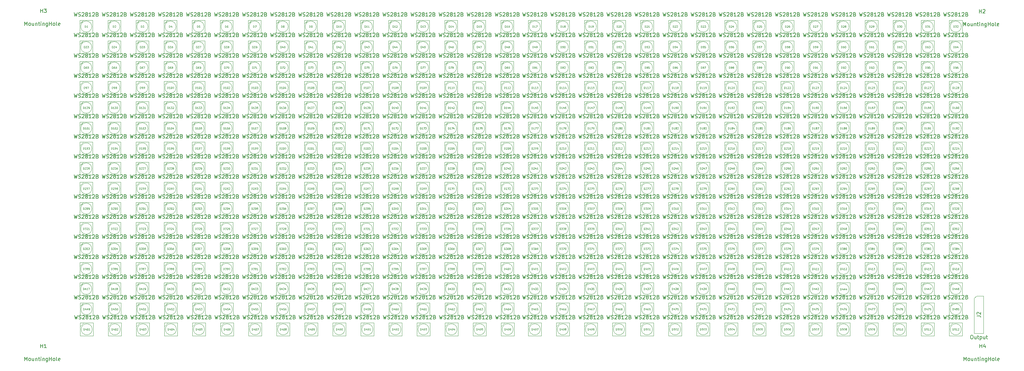
<source format=gbr>
G04 #@! TF.GenerationSoftware,KiCad,Pcbnew,(5.1.5-0-10_14)*
G04 #@! TF.CreationDate,2020-03-13T19:41:52-07:00*
G04 #@! TF.ProjectId,SpectrumAnayzerMini32Horz,53706563-7472-4756-9d41-6e61797a6572,rev?*
G04 #@! TF.SameCoordinates,Original*
G04 #@! TF.FileFunction,Other,Fab,Top*
%FSLAX46Y46*%
G04 Gerber Fmt 4.6, Leading zero omitted, Abs format (unit mm)*
G04 Created by KiCad (PCBNEW (5.1.5-0-10_14)) date 2020-03-13 19:41:52*
%MOMM*%
%LPD*%
G04 APERTURE LIST*
%ADD10C,0.100000*%
%ADD11C,0.150000*%
G04 APERTURE END LIST*
D10*
X276669500Y-108140500D02*
X277304500Y-107505500D01*
X276669500Y-117665500D02*
X276669500Y-108140500D01*
X279209500Y-117665500D02*
X276669500Y-117665500D01*
X279209500Y-107505500D02*
X279209500Y-117665500D01*
X277304500Y-107505500D02*
X279209500Y-107505500D01*
X273153000Y-116586000D02*
G75*
G03X273153000Y-116586000I-1500000J0D01*
G01*
X269903000Y-118336000D02*
X273403000Y-118336000D01*
X269903000Y-114836000D02*
X269903000Y-118336000D01*
X273403000Y-114836000D02*
X269903000Y-114836000D01*
X273403000Y-118336000D02*
X273403000Y-114836000D01*
X269903000Y-115836000D02*
X270903000Y-114836000D01*
X265533000Y-116586000D02*
G75*
G03X265533000Y-116586000I-1500000J0D01*
G01*
X262283000Y-118336000D02*
X265783000Y-118336000D01*
X262283000Y-114836000D02*
X262283000Y-118336000D01*
X265783000Y-114836000D02*
X262283000Y-114836000D01*
X265783000Y-118336000D02*
X265783000Y-114836000D01*
X262283000Y-115836000D02*
X263283000Y-114836000D01*
X257913000Y-116586000D02*
G75*
G03X257913000Y-116586000I-1500000J0D01*
G01*
X254663000Y-118336000D02*
X258163000Y-118336000D01*
X254663000Y-114836000D02*
X254663000Y-118336000D01*
X258163000Y-114836000D02*
X254663000Y-114836000D01*
X258163000Y-118336000D02*
X258163000Y-114836000D01*
X254663000Y-115836000D02*
X255663000Y-114836000D01*
X250293000Y-116586000D02*
G75*
G03X250293000Y-116586000I-1500000J0D01*
G01*
X247043000Y-118336000D02*
X250543000Y-118336000D01*
X247043000Y-114836000D02*
X247043000Y-118336000D01*
X250543000Y-114836000D02*
X247043000Y-114836000D01*
X250543000Y-118336000D02*
X250543000Y-114836000D01*
X247043000Y-115836000D02*
X248043000Y-114836000D01*
X242673000Y-116586000D02*
G75*
G03X242673000Y-116586000I-1500000J0D01*
G01*
X239423000Y-118336000D02*
X242923000Y-118336000D01*
X239423000Y-114836000D02*
X239423000Y-118336000D01*
X242923000Y-114836000D02*
X239423000Y-114836000D01*
X242923000Y-118336000D02*
X242923000Y-114836000D01*
X239423000Y-115836000D02*
X240423000Y-114836000D01*
X235053000Y-116586000D02*
G75*
G03X235053000Y-116586000I-1500000J0D01*
G01*
X231803000Y-118336000D02*
X235303000Y-118336000D01*
X231803000Y-114836000D02*
X231803000Y-118336000D01*
X235303000Y-114836000D02*
X231803000Y-114836000D01*
X235303000Y-118336000D02*
X235303000Y-114836000D01*
X231803000Y-115836000D02*
X232803000Y-114836000D01*
X227433000Y-116586000D02*
G75*
G03X227433000Y-116586000I-1500000J0D01*
G01*
X224183000Y-118336000D02*
X227683000Y-118336000D01*
X224183000Y-114836000D02*
X224183000Y-118336000D01*
X227683000Y-114836000D02*
X224183000Y-114836000D01*
X227683000Y-118336000D02*
X227683000Y-114836000D01*
X224183000Y-115836000D02*
X225183000Y-114836000D01*
X219813000Y-116586000D02*
G75*
G03X219813000Y-116586000I-1500000J0D01*
G01*
X216563000Y-118336000D02*
X220063000Y-118336000D01*
X216563000Y-114836000D02*
X216563000Y-118336000D01*
X220063000Y-114836000D02*
X216563000Y-114836000D01*
X220063000Y-118336000D02*
X220063000Y-114836000D01*
X216563000Y-115836000D02*
X217563000Y-114836000D01*
X212193000Y-116586000D02*
G75*
G03X212193000Y-116586000I-1500000J0D01*
G01*
X208943000Y-118336000D02*
X212443000Y-118336000D01*
X208943000Y-114836000D02*
X208943000Y-118336000D01*
X212443000Y-114836000D02*
X208943000Y-114836000D01*
X212443000Y-118336000D02*
X212443000Y-114836000D01*
X208943000Y-115836000D02*
X209943000Y-114836000D01*
X204573000Y-116586000D02*
G75*
G03X204573000Y-116586000I-1500000J0D01*
G01*
X201323000Y-118336000D02*
X204823000Y-118336000D01*
X201323000Y-114836000D02*
X201323000Y-118336000D01*
X204823000Y-114836000D02*
X201323000Y-114836000D01*
X204823000Y-118336000D02*
X204823000Y-114836000D01*
X201323000Y-115836000D02*
X202323000Y-114836000D01*
X196953000Y-116586000D02*
G75*
G03X196953000Y-116586000I-1500000J0D01*
G01*
X193703000Y-118336000D02*
X197203000Y-118336000D01*
X193703000Y-114836000D02*
X193703000Y-118336000D01*
X197203000Y-114836000D02*
X193703000Y-114836000D01*
X197203000Y-118336000D02*
X197203000Y-114836000D01*
X193703000Y-115836000D02*
X194703000Y-114836000D01*
X189333000Y-116586000D02*
G75*
G03X189333000Y-116586000I-1500000J0D01*
G01*
X186083000Y-118336000D02*
X189583000Y-118336000D01*
X186083000Y-114836000D02*
X186083000Y-118336000D01*
X189583000Y-114836000D02*
X186083000Y-114836000D01*
X189583000Y-118336000D02*
X189583000Y-114836000D01*
X186083000Y-115836000D02*
X187083000Y-114836000D01*
X181713000Y-116586000D02*
G75*
G03X181713000Y-116586000I-1500000J0D01*
G01*
X178463000Y-118336000D02*
X181963000Y-118336000D01*
X178463000Y-114836000D02*
X178463000Y-118336000D01*
X181963000Y-114836000D02*
X178463000Y-114836000D01*
X181963000Y-118336000D02*
X181963000Y-114836000D01*
X178463000Y-115836000D02*
X179463000Y-114836000D01*
X174093000Y-116586000D02*
G75*
G03X174093000Y-116586000I-1500000J0D01*
G01*
X170843000Y-118336000D02*
X174343000Y-118336000D01*
X170843000Y-114836000D02*
X170843000Y-118336000D01*
X174343000Y-114836000D02*
X170843000Y-114836000D01*
X174343000Y-118336000D02*
X174343000Y-114836000D01*
X170843000Y-115836000D02*
X171843000Y-114836000D01*
X166473000Y-116586000D02*
G75*
G03X166473000Y-116586000I-1500000J0D01*
G01*
X163223000Y-118336000D02*
X166723000Y-118336000D01*
X163223000Y-114836000D02*
X163223000Y-118336000D01*
X166723000Y-114836000D02*
X163223000Y-114836000D01*
X166723000Y-118336000D02*
X166723000Y-114836000D01*
X163223000Y-115836000D02*
X164223000Y-114836000D01*
X158853000Y-116586000D02*
G75*
G03X158853000Y-116586000I-1500000J0D01*
G01*
X155603000Y-118336000D02*
X159103000Y-118336000D01*
X155603000Y-114836000D02*
X155603000Y-118336000D01*
X159103000Y-114836000D02*
X155603000Y-114836000D01*
X159103000Y-118336000D02*
X159103000Y-114836000D01*
X155603000Y-115836000D02*
X156603000Y-114836000D01*
X151487000Y-116586000D02*
G75*
G03X151487000Y-116586000I-1500000J0D01*
G01*
X148237000Y-118336000D02*
X151737000Y-118336000D01*
X148237000Y-114836000D02*
X148237000Y-118336000D01*
X151737000Y-114836000D02*
X148237000Y-114836000D01*
X151737000Y-118336000D02*
X151737000Y-114836000D01*
X148237000Y-115836000D02*
X149237000Y-114836000D01*
X143867000Y-116586000D02*
G75*
G03X143867000Y-116586000I-1500000J0D01*
G01*
X140617000Y-118336000D02*
X144117000Y-118336000D01*
X140617000Y-114836000D02*
X140617000Y-118336000D01*
X144117000Y-114836000D02*
X140617000Y-114836000D01*
X144117000Y-118336000D02*
X144117000Y-114836000D01*
X140617000Y-115836000D02*
X141617000Y-114836000D01*
X136247000Y-116586000D02*
G75*
G03X136247000Y-116586000I-1500000J0D01*
G01*
X132997000Y-118336000D02*
X136497000Y-118336000D01*
X132997000Y-114836000D02*
X132997000Y-118336000D01*
X136497000Y-114836000D02*
X132997000Y-114836000D01*
X136497000Y-118336000D02*
X136497000Y-114836000D01*
X132997000Y-115836000D02*
X133997000Y-114836000D01*
X128627000Y-116586000D02*
G75*
G03X128627000Y-116586000I-1500000J0D01*
G01*
X125377000Y-118336000D02*
X128877000Y-118336000D01*
X125377000Y-114836000D02*
X125377000Y-118336000D01*
X128877000Y-114836000D02*
X125377000Y-114836000D01*
X128877000Y-118336000D02*
X128877000Y-114836000D01*
X125377000Y-115836000D02*
X126377000Y-114836000D01*
X121007000Y-116586000D02*
G75*
G03X121007000Y-116586000I-1500000J0D01*
G01*
X117757000Y-118336000D02*
X121257000Y-118336000D01*
X117757000Y-114836000D02*
X117757000Y-118336000D01*
X121257000Y-114836000D02*
X117757000Y-114836000D01*
X121257000Y-118336000D02*
X121257000Y-114836000D01*
X117757000Y-115836000D02*
X118757000Y-114836000D01*
X113387000Y-116586000D02*
G75*
G03X113387000Y-116586000I-1500000J0D01*
G01*
X110137000Y-118336000D02*
X113637000Y-118336000D01*
X110137000Y-114836000D02*
X110137000Y-118336000D01*
X113637000Y-114836000D02*
X110137000Y-114836000D01*
X113637000Y-118336000D02*
X113637000Y-114836000D01*
X110137000Y-115836000D02*
X111137000Y-114836000D01*
X105767000Y-116586000D02*
G75*
G03X105767000Y-116586000I-1500000J0D01*
G01*
X102517000Y-118336000D02*
X106017000Y-118336000D01*
X102517000Y-114836000D02*
X102517000Y-118336000D01*
X106017000Y-114836000D02*
X102517000Y-114836000D01*
X106017000Y-118336000D02*
X106017000Y-114836000D01*
X102517000Y-115836000D02*
X103517000Y-114836000D01*
X98147000Y-116586000D02*
G75*
G03X98147000Y-116586000I-1500000J0D01*
G01*
X94897000Y-118336000D02*
X98397000Y-118336000D01*
X94897000Y-114836000D02*
X94897000Y-118336000D01*
X98397000Y-114836000D02*
X94897000Y-114836000D01*
X98397000Y-118336000D02*
X98397000Y-114836000D01*
X94897000Y-115836000D02*
X95897000Y-114836000D01*
X90527000Y-116586000D02*
G75*
G03X90527000Y-116586000I-1500000J0D01*
G01*
X87277000Y-118336000D02*
X90777000Y-118336000D01*
X87277000Y-114836000D02*
X87277000Y-118336000D01*
X90777000Y-114836000D02*
X87277000Y-114836000D01*
X90777000Y-118336000D02*
X90777000Y-114836000D01*
X87277000Y-115836000D02*
X88277000Y-114836000D01*
X82907000Y-116586000D02*
G75*
G03X82907000Y-116586000I-1500000J0D01*
G01*
X79657000Y-118336000D02*
X83157000Y-118336000D01*
X79657000Y-114836000D02*
X79657000Y-118336000D01*
X83157000Y-114836000D02*
X79657000Y-114836000D01*
X83157000Y-118336000D02*
X83157000Y-114836000D01*
X79657000Y-115836000D02*
X80657000Y-114836000D01*
X75287000Y-116586000D02*
G75*
G03X75287000Y-116586000I-1500000J0D01*
G01*
X72037000Y-118336000D02*
X75537000Y-118336000D01*
X72037000Y-114836000D02*
X72037000Y-118336000D01*
X75537000Y-114836000D02*
X72037000Y-114836000D01*
X75537000Y-118336000D02*
X75537000Y-114836000D01*
X72037000Y-115836000D02*
X73037000Y-114836000D01*
X67667000Y-116586000D02*
G75*
G03X67667000Y-116586000I-1500000J0D01*
G01*
X64417000Y-118336000D02*
X67917000Y-118336000D01*
X64417000Y-114836000D02*
X64417000Y-118336000D01*
X67917000Y-114836000D02*
X64417000Y-114836000D01*
X67917000Y-118336000D02*
X67917000Y-114836000D01*
X64417000Y-115836000D02*
X65417000Y-114836000D01*
X60047000Y-116586000D02*
G75*
G03X60047000Y-116586000I-1500000J0D01*
G01*
X56797000Y-118336000D02*
X60297000Y-118336000D01*
X56797000Y-114836000D02*
X56797000Y-118336000D01*
X60297000Y-114836000D02*
X56797000Y-114836000D01*
X60297000Y-118336000D02*
X60297000Y-114836000D01*
X56797000Y-115836000D02*
X57797000Y-114836000D01*
X52427000Y-116586000D02*
G75*
G03X52427000Y-116586000I-1500000J0D01*
G01*
X49177000Y-118336000D02*
X52677000Y-118336000D01*
X49177000Y-114836000D02*
X49177000Y-118336000D01*
X52677000Y-114836000D02*
X49177000Y-114836000D01*
X52677000Y-118336000D02*
X52677000Y-114836000D01*
X49177000Y-115836000D02*
X50177000Y-114836000D01*
X44807000Y-116586000D02*
G75*
G03X44807000Y-116586000I-1500000J0D01*
G01*
X41557000Y-118336000D02*
X45057000Y-118336000D01*
X41557000Y-114836000D02*
X41557000Y-118336000D01*
X45057000Y-114836000D02*
X41557000Y-114836000D01*
X45057000Y-118336000D02*
X45057000Y-114836000D01*
X41557000Y-115836000D02*
X42557000Y-114836000D01*
X37187000Y-116586000D02*
G75*
G03X37187000Y-116586000I-1500000J0D01*
G01*
X33937000Y-118336000D02*
X37437000Y-118336000D01*
X33937000Y-114836000D02*
X33937000Y-118336000D01*
X37437000Y-114836000D02*
X33937000Y-114836000D01*
X37437000Y-118336000D02*
X37437000Y-114836000D01*
X33937000Y-115836000D02*
X34937000Y-114836000D01*
X273153000Y-111125000D02*
G75*
G03X273153000Y-111125000I-1500000J0D01*
G01*
X269903000Y-112875000D02*
X273403000Y-112875000D01*
X269903000Y-109375000D02*
X269903000Y-112875000D01*
X273403000Y-109375000D02*
X269903000Y-109375000D01*
X273403000Y-112875000D02*
X273403000Y-109375000D01*
X269903000Y-110375000D02*
X270903000Y-109375000D01*
X265533000Y-111125000D02*
G75*
G03X265533000Y-111125000I-1500000J0D01*
G01*
X262283000Y-112875000D02*
X265783000Y-112875000D01*
X262283000Y-109375000D02*
X262283000Y-112875000D01*
X265783000Y-109375000D02*
X262283000Y-109375000D01*
X265783000Y-112875000D02*
X265783000Y-109375000D01*
X262283000Y-110375000D02*
X263283000Y-109375000D01*
X257913000Y-111125000D02*
G75*
G03X257913000Y-111125000I-1500000J0D01*
G01*
X254663000Y-112875000D02*
X258163000Y-112875000D01*
X254663000Y-109375000D02*
X254663000Y-112875000D01*
X258163000Y-109375000D02*
X254663000Y-109375000D01*
X258163000Y-112875000D02*
X258163000Y-109375000D01*
X254663000Y-110375000D02*
X255663000Y-109375000D01*
X250293000Y-111125000D02*
G75*
G03X250293000Y-111125000I-1500000J0D01*
G01*
X247043000Y-112875000D02*
X250543000Y-112875000D01*
X247043000Y-109375000D02*
X247043000Y-112875000D01*
X250543000Y-109375000D02*
X247043000Y-109375000D01*
X250543000Y-112875000D02*
X250543000Y-109375000D01*
X247043000Y-110375000D02*
X248043000Y-109375000D01*
X242673000Y-111125000D02*
G75*
G03X242673000Y-111125000I-1500000J0D01*
G01*
X239423000Y-112875000D02*
X242923000Y-112875000D01*
X239423000Y-109375000D02*
X239423000Y-112875000D01*
X242923000Y-109375000D02*
X239423000Y-109375000D01*
X242923000Y-112875000D02*
X242923000Y-109375000D01*
X239423000Y-110375000D02*
X240423000Y-109375000D01*
X235053000Y-111125000D02*
G75*
G03X235053000Y-111125000I-1500000J0D01*
G01*
X231803000Y-112875000D02*
X235303000Y-112875000D01*
X231803000Y-109375000D02*
X231803000Y-112875000D01*
X235303000Y-109375000D02*
X231803000Y-109375000D01*
X235303000Y-112875000D02*
X235303000Y-109375000D01*
X231803000Y-110375000D02*
X232803000Y-109375000D01*
X227433000Y-111125000D02*
G75*
G03X227433000Y-111125000I-1500000J0D01*
G01*
X224183000Y-112875000D02*
X227683000Y-112875000D01*
X224183000Y-109375000D02*
X224183000Y-112875000D01*
X227683000Y-109375000D02*
X224183000Y-109375000D01*
X227683000Y-112875000D02*
X227683000Y-109375000D01*
X224183000Y-110375000D02*
X225183000Y-109375000D01*
X219813000Y-111125000D02*
G75*
G03X219813000Y-111125000I-1500000J0D01*
G01*
X216563000Y-112875000D02*
X220063000Y-112875000D01*
X216563000Y-109375000D02*
X216563000Y-112875000D01*
X220063000Y-109375000D02*
X216563000Y-109375000D01*
X220063000Y-112875000D02*
X220063000Y-109375000D01*
X216563000Y-110375000D02*
X217563000Y-109375000D01*
X212193000Y-111125000D02*
G75*
G03X212193000Y-111125000I-1500000J0D01*
G01*
X208943000Y-112875000D02*
X212443000Y-112875000D01*
X208943000Y-109375000D02*
X208943000Y-112875000D01*
X212443000Y-109375000D02*
X208943000Y-109375000D01*
X212443000Y-112875000D02*
X212443000Y-109375000D01*
X208943000Y-110375000D02*
X209943000Y-109375000D01*
X204573000Y-111125000D02*
G75*
G03X204573000Y-111125000I-1500000J0D01*
G01*
X201323000Y-112875000D02*
X204823000Y-112875000D01*
X201323000Y-109375000D02*
X201323000Y-112875000D01*
X204823000Y-109375000D02*
X201323000Y-109375000D01*
X204823000Y-112875000D02*
X204823000Y-109375000D01*
X201323000Y-110375000D02*
X202323000Y-109375000D01*
X196953000Y-111125000D02*
G75*
G03X196953000Y-111125000I-1500000J0D01*
G01*
X193703000Y-112875000D02*
X197203000Y-112875000D01*
X193703000Y-109375000D02*
X193703000Y-112875000D01*
X197203000Y-109375000D02*
X193703000Y-109375000D01*
X197203000Y-112875000D02*
X197203000Y-109375000D01*
X193703000Y-110375000D02*
X194703000Y-109375000D01*
X189333000Y-111125000D02*
G75*
G03X189333000Y-111125000I-1500000J0D01*
G01*
X186083000Y-112875000D02*
X189583000Y-112875000D01*
X186083000Y-109375000D02*
X186083000Y-112875000D01*
X189583000Y-109375000D02*
X186083000Y-109375000D01*
X189583000Y-112875000D02*
X189583000Y-109375000D01*
X186083000Y-110375000D02*
X187083000Y-109375000D01*
X181713000Y-111125000D02*
G75*
G03X181713000Y-111125000I-1500000J0D01*
G01*
X178463000Y-112875000D02*
X181963000Y-112875000D01*
X178463000Y-109375000D02*
X178463000Y-112875000D01*
X181963000Y-109375000D02*
X178463000Y-109375000D01*
X181963000Y-112875000D02*
X181963000Y-109375000D01*
X178463000Y-110375000D02*
X179463000Y-109375000D01*
X174093000Y-111125000D02*
G75*
G03X174093000Y-111125000I-1500000J0D01*
G01*
X170843000Y-112875000D02*
X174343000Y-112875000D01*
X170843000Y-109375000D02*
X170843000Y-112875000D01*
X174343000Y-109375000D02*
X170843000Y-109375000D01*
X174343000Y-112875000D02*
X174343000Y-109375000D01*
X170843000Y-110375000D02*
X171843000Y-109375000D01*
X166473000Y-111125000D02*
G75*
G03X166473000Y-111125000I-1500000J0D01*
G01*
X163223000Y-112875000D02*
X166723000Y-112875000D01*
X163223000Y-109375000D02*
X163223000Y-112875000D01*
X166723000Y-109375000D02*
X163223000Y-109375000D01*
X166723000Y-112875000D02*
X166723000Y-109375000D01*
X163223000Y-110375000D02*
X164223000Y-109375000D01*
X158853000Y-111125000D02*
G75*
G03X158853000Y-111125000I-1500000J0D01*
G01*
X155603000Y-112875000D02*
X159103000Y-112875000D01*
X155603000Y-109375000D02*
X155603000Y-112875000D01*
X159103000Y-109375000D02*
X155603000Y-109375000D01*
X159103000Y-112875000D02*
X159103000Y-109375000D01*
X155603000Y-110375000D02*
X156603000Y-109375000D01*
X151423500Y-111125000D02*
G75*
G03X151423500Y-111125000I-1500000J0D01*
G01*
X148173500Y-112875000D02*
X151673500Y-112875000D01*
X148173500Y-109375000D02*
X148173500Y-112875000D01*
X151673500Y-109375000D02*
X148173500Y-109375000D01*
X151673500Y-112875000D02*
X151673500Y-109375000D01*
X148173500Y-110375000D02*
X149173500Y-109375000D01*
X143803500Y-111125000D02*
G75*
G03X143803500Y-111125000I-1500000J0D01*
G01*
X140553500Y-112875000D02*
X144053500Y-112875000D01*
X140553500Y-109375000D02*
X140553500Y-112875000D01*
X144053500Y-109375000D02*
X140553500Y-109375000D01*
X144053500Y-112875000D02*
X144053500Y-109375000D01*
X140553500Y-110375000D02*
X141553500Y-109375000D01*
X136183500Y-111125000D02*
G75*
G03X136183500Y-111125000I-1500000J0D01*
G01*
X132933500Y-112875000D02*
X136433500Y-112875000D01*
X132933500Y-109375000D02*
X132933500Y-112875000D01*
X136433500Y-109375000D02*
X132933500Y-109375000D01*
X136433500Y-112875000D02*
X136433500Y-109375000D01*
X132933500Y-110375000D02*
X133933500Y-109375000D01*
X128563500Y-111125000D02*
G75*
G03X128563500Y-111125000I-1500000J0D01*
G01*
X125313500Y-112875000D02*
X128813500Y-112875000D01*
X125313500Y-109375000D02*
X125313500Y-112875000D01*
X128813500Y-109375000D02*
X125313500Y-109375000D01*
X128813500Y-112875000D02*
X128813500Y-109375000D01*
X125313500Y-110375000D02*
X126313500Y-109375000D01*
X120943500Y-111125000D02*
G75*
G03X120943500Y-111125000I-1500000J0D01*
G01*
X117693500Y-112875000D02*
X121193500Y-112875000D01*
X117693500Y-109375000D02*
X117693500Y-112875000D01*
X121193500Y-109375000D02*
X117693500Y-109375000D01*
X121193500Y-112875000D02*
X121193500Y-109375000D01*
X117693500Y-110375000D02*
X118693500Y-109375000D01*
X113323500Y-111125000D02*
G75*
G03X113323500Y-111125000I-1500000J0D01*
G01*
X110073500Y-112875000D02*
X113573500Y-112875000D01*
X110073500Y-109375000D02*
X110073500Y-112875000D01*
X113573500Y-109375000D02*
X110073500Y-109375000D01*
X113573500Y-112875000D02*
X113573500Y-109375000D01*
X110073500Y-110375000D02*
X111073500Y-109375000D01*
X105703500Y-111125000D02*
G75*
G03X105703500Y-111125000I-1500000J0D01*
G01*
X102453500Y-112875000D02*
X105953500Y-112875000D01*
X102453500Y-109375000D02*
X102453500Y-112875000D01*
X105953500Y-109375000D02*
X102453500Y-109375000D01*
X105953500Y-112875000D02*
X105953500Y-109375000D01*
X102453500Y-110375000D02*
X103453500Y-109375000D01*
X98083500Y-111125000D02*
G75*
G03X98083500Y-111125000I-1500000J0D01*
G01*
X94833500Y-112875000D02*
X98333500Y-112875000D01*
X94833500Y-109375000D02*
X94833500Y-112875000D01*
X98333500Y-109375000D02*
X94833500Y-109375000D01*
X98333500Y-112875000D02*
X98333500Y-109375000D01*
X94833500Y-110375000D02*
X95833500Y-109375000D01*
X90463500Y-111125000D02*
G75*
G03X90463500Y-111125000I-1500000J0D01*
G01*
X87213500Y-112875000D02*
X90713500Y-112875000D01*
X87213500Y-109375000D02*
X87213500Y-112875000D01*
X90713500Y-109375000D02*
X87213500Y-109375000D01*
X90713500Y-112875000D02*
X90713500Y-109375000D01*
X87213500Y-110375000D02*
X88213500Y-109375000D01*
X82843500Y-111125000D02*
G75*
G03X82843500Y-111125000I-1500000J0D01*
G01*
X79593500Y-112875000D02*
X83093500Y-112875000D01*
X79593500Y-109375000D02*
X79593500Y-112875000D01*
X83093500Y-109375000D02*
X79593500Y-109375000D01*
X83093500Y-112875000D02*
X83093500Y-109375000D01*
X79593500Y-110375000D02*
X80593500Y-109375000D01*
X75223500Y-111125000D02*
G75*
G03X75223500Y-111125000I-1500000J0D01*
G01*
X71973500Y-112875000D02*
X75473500Y-112875000D01*
X71973500Y-109375000D02*
X71973500Y-112875000D01*
X75473500Y-109375000D02*
X71973500Y-109375000D01*
X75473500Y-112875000D02*
X75473500Y-109375000D01*
X71973500Y-110375000D02*
X72973500Y-109375000D01*
X67603500Y-111125000D02*
G75*
G03X67603500Y-111125000I-1500000J0D01*
G01*
X64353500Y-112875000D02*
X67853500Y-112875000D01*
X64353500Y-109375000D02*
X64353500Y-112875000D01*
X67853500Y-109375000D02*
X64353500Y-109375000D01*
X67853500Y-112875000D02*
X67853500Y-109375000D01*
X64353500Y-110375000D02*
X65353500Y-109375000D01*
X59983500Y-111125000D02*
G75*
G03X59983500Y-111125000I-1500000J0D01*
G01*
X56733500Y-112875000D02*
X60233500Y-112875000D01*
X56733500Y-109375000D02*
X56733500Y-112875000D01*
X60233500Y-109375000D02*
X56733500Y-109375000D01*
X60233500Y-112875000D02*
X60233500Y-109375000D01*
X56733500Y-110375000D02*
X57733500Y-109375000D01*
X52363500Y-111125000D02*
G75*
G03X52363500Y-111125000I-1500000J0D01*
G01*
X49113500Y-112875000D02*
X52613500Y-112875000D01*
X49113500Y-109375000D02*
X49113500Y-112875000D01*
X52613500Y-109375000D02*
X49113500Y-109375000D01*
X52613500Y-112875000D02*
X52613500Y-109375000D01*
X49113500Y-110375000D02*
X50113500Y-109375000D01*
X44743500Y-111125000D02*
G75*
G03X44743500Y-111125000I-1500000J0D01*
G01*
X41493500Y-112875000D02*
X44993500Y-112875000D01*
X41493500Y-109375000D02*
X41493500Y-112875000D01*
X44993500Y-109375000D02*
X41493500Y-109375000D01*
X44993500Y-112875000D02*
X44993500Y-109375000D01*
X41493500Y-110375000D02*
X42493500Y-109375000D01*
X37123500Y-111125000D02*
G75*
G03X37123500Y-111125000I-1500000J0D01*
G01*
X33873500Y-112875000D02*
X37373500Y-112875000D01*
X33873500Y-109375000D02*
X33873500Y-112875000D01*
X37373500Y-109375000D02*
X33873500Y-109375000D01*
X37373500Y-112875000D02*
X37373500Y-109375000D01*
X33873500Y-110375000D02*
X34873500Y-109375000D01*
X273153000Y-105600500D02*
G75*
G03X273153000Y-105600500I-1500000J0D01*
G01*
X269903000Y-107350500D02*
X273403000Y-107350500D01*
X269903000Y-103850500D02*
X269903000Y-107350500D01*
X273403000Y-103850500D02*
X269903000Y-103850500D01*
X273403000Y-107350500D02*
X273403000Y-103850500D01*
X269903000Y-104850500D02*
X270903000Y-103850500D01*
X265533000Y-105600500D02*
G75*
G03X265533000Y-105600500I-1500000J0D01*
G01*
X262283000Y-107350500D02*
X265783000Y-107350500D01*
X262283000Y-103850500D02*
X262283000Y-107350500D01*
X265783000Y-103850500D02*
X262283000Y-103850500D01*
X265783000Y-107350500D02*
X265783000Y-103850500D01*
X262283000Y-104850500D02*
X263283000Y-103850500D01*
X257913000Y-105600500D02*
G75*
G03X257913000Y-105600500I-1500000J0D01*
G01*
X254663000Y-107350500D02*
X258163000Y-107350500D01*
X254663000Y-103850500D02*
X254663000Y-107350500D01*
X258163000Y-103850500D02*
X254663000Y-103850500D01*
X258163000Y-107350500D02*
X258163000Y-103850500D01*
X254663000Y-104850500D02*
X255663000Y-103850500D01*
X250293000Y-105600500D02*
G75*
G03X250293000Y-105600500I-1500000J0D01*
G01*
X247043000Y-107350500D02*
X250543000Y-107350500D01*
X247043000Y-103850500D02*
X247043000Y-107350500D01*
X250543000Y-103850500D02*
X247043000Y-103850500D01*
X250543000Y-107350500D02*
X250543000Y-103850500D01*
X247043000Y-104850500D02*
X248043000Y-103850500D01*
X242673000Y-105660500D02*
G75*
G03X242673000Y-105660500I-1500000J0D01*
G01*
X239423000Y-107410500D02*
X242923000Y-107410500D01*
X239423000Y-103910500D02*
X239423000Y-107410500D01*
X242923000Y-103910500D02*
X239423000Y-103910500D01*
X242923000Y-107410500D02*
X242923000Y-103910500D01*
X239423000Y-104910500D02*
X240423000Y-103910500D01*
X235053000Y-105600500D02*
G75*
G03X235053000Y-105600500I-1500000J0D01*
G01*
X231803000Y-107350500D02*
X235303000Y-107350500D01*
X231803000Y-103850500D02*
X231803000Y-107350500D01*
X235303000Y-103850500D02*
X231803000Y-103850500D01*
X235303000Y-107350500D02*
X235303000Y-103850500D01*
X231803000Y-104850500D02*
X232803000Y-103850500D01*
X227433000Y-105600500D02*
G75*
G03X227433000Y-105600500I-1500000J0D01*
G01*
X224183000Y-107350500D02*
X227683000Y-107350500D01*
X224183000Y-103850500D02*
X224183000Y-107350500D01*
X227683000Y-103850500D02*
X224183000Y-103850500D01*
X227683000Y-107350500D02*
X227683000Y-103850500D01*
X224183000Y-104850500D02*
X225183000Y-103850500D01*
X219813000Y-105600500D02*
G75*
G03X219813000Y-105600500I-1500000J0D01*
G01*
X216563000Y-107350500D02*
X220063000Y-107350500D01*
X216563000Y-103850500D02*
X216563000Y-107350500D01*
X220063000Y-103850500D02*
X216563000Y-103850500D01*
X220063000Y-107350500D02*
X220063000Y-103850500D01*
X216563000Y-104850500D02*
X217563000Y-103850500D01*
X212193000Y-105600500D02*
G75*
G03X212193000Y-105600500I-1500000J0D01*
G01*
X208943000Y-107350500D02*
X212443000Y-107350500D01*
X208943000Y-103850500D02*
X208943000Y-107350500D01*
X212443000Y-103850500D02*
X208943000Y-103850500D01*
X212443000Y-107350500D02*
X212443000Y-103850500D01*
X208943000Y-104850500D02*
X209943000Y-103850500D01*
X204573000Y-105600500D02*
G75*
G03X204573000Y-105600500I-1500000J0D01*
G01*
X201323000Y-107350500D02*
X204823000Y-107350500D01*
X201323000Y-103850500D02*
X201323000Y-107350500D01*
X204823000Y-103850500D02*
X201323000Y-103850500D01*
X204823000Y-107350500D02*
X204823000Y-103850500D01*
X201323000Y-104850500D02*
X202323000Y-103850500D01*
X196953000Y-105600500D02*
G75*
G03X196953000Y-105600500I-1500000J0D01*
G01*
X193703000Y-107350500D02*
X197203000Y-107350500D01*
X193703000Y-103850500D02*
X193703000Y-107350500D01*
X197203000Y-103850500D02*
X193703000Y-103850500D01*
X197203000Y-107350500D02*
X197203000Y-103850500D01*
X193703000Y-104850500D02*
X194703000Y-103850500D01*
X189333000Y-105600500D02*
G75*
G03X189333000Y-105600500I-1500000J0D01*
G01*
X186083000Y-107350500D02*
X189583000Y-107350500D01*
X186083000Y-103850500D02*
X186083000Y-107350500D01*
X189583000Y-103850500D02*
X186083000Y-103850500D01*
X189583000Y-107350500D02*
X189583000Y-103850500D01*
X186083000Y-104850500D02*
X187083000Y-103850500D01*
X181713000Y-105600500D02*
G75*
G03X181713000Y-105600500I-1500000J0D01*
G01*
X178463000Y-107350500D02*
X181963000Y-107350500D01*
X178463000Y-103850500D02*
X178463000Y-107350500D01*
X181963000Y-103850500D02*
X178463000Y-103850500D01*
X181963000Y-107350500D02*
X181963000Y-103850500D01*
X178463000Y-104850500D02*
X179463000Y-103850500D01*
X174093000Y-105600500D02*
G75*
G03X174093000Y-105600500I-1500000J0D01*
G01*
X170843000Y-107350500D02*
X174343000Y-107350500D01*
X170843000Y-103850500D02*
X170843000Y-107350500D01*
X174343000Y-103850500D02*
X170843000Y-103850500D01*
X174343000Y-107350500D02*
X174343000Y-103850500D01*
X170843000Y-104850500D02*
X171843000Y-103850500D01*
X166473000Y-105600500D02*
G75*
G03X166473000Y-105600500I-1500000J0D01*
G01*
X163223000Y-107350500D02*
X166723000Y-107350500D01*
X163223000Y-103850500D02*
X163223000Y-107350500D01*
X166723000Y-103850500D02*
X163223000Y-103850500D01*
X166723000Y-107350500D02*
X166723000Y-103850500D01*
X163223000Y-104850500D02*
X164223000Y-103850500D01*
X158853000Y-105600500D02*
G75*
G03X158853000Y-105600500I-1500000J0D01*
G01*
X155603000Y-107350500D02*
X159103000Y-107350500D01*
X155603000Y-103850500D02*
X155603000Y-107350500D01*
X159103000Y-103850500D02*
X155603000Y-103850500D01*
X159103000Y-107350500D02*
X159103000Y-103850500D01*
X155603000Y-104850500D02*
X156603000Y-103850500D01*
X151360000Y-105600500D02*
G75*
G03X151360000Y-105600500I-1500000J0D01*
G01*
X148110000Y-107350500D02*
X151610000Y-107350500D01*
X148110000Y-103850500D02*
X148110000Y-107350500D01*
X151610000Y-103850500D02*
X148110000Y-103850500D01*
X151610000Y-107350500D02*
X151610000Y-103850500D01*
X148110000Y-104850500D02*
X149110000Y-103850500D01*
X143740000Y-105600500D02*
G75*
G03X143740000Y-105600500I-1500000J0D01*
G01*
X140490000Y-107350500D02*
X143990000Y-107350500D01*
X140490000Y-103850500D02*
X140490000Y-107350500D01*
X143990000Y-103850500D02*
X140490000Y-103850500D01*
X143990000Y-107350500D02*
X143990000Y-103850500D01*
X140490000Y-104850500D02*
X141490000Y-103850500D01*
X136120000Y-105600500D02*
G75*
G03X136120000Y-105600500I-1500000J0D01*
G01*
X132870000Y-107350500D02*
X136370000Y-107350500D01*
X132870000Y-103850500D02*
X132870000Y-107350500D01*
X136370000Y-103850500D02*
X132870000Y-103850500D01*
X136370000Y-107350500D02*
X136370000Y-103850500D01*
X132870000Y-104850500D02*
X133870000Y-103850500D01*
X128500000Y-105600500D02*
G75*
G03X128500000Y-105600500I-1500000J0D01*
G01*
X125250000Y-107350500D02*
X128750000Y-107350500D01*
X125250000Y-103850500D02*
X125250000Y-107350500D01*
X128750000Y-103850500D02*
X125250000Y-103850500D01*
X128750000Y-107350500D02*
X128750000Y-103850500D01*
X125250000Y-104850500D02*
X126250000Y-103850500D01*
X120880000Y-105600500D02*
G75*
G03X120880000Y-105600500I-1500000J0D01*
G01*
X117630000Y-107350500D02*
X121130000Y-107350500D01*
X117630000Y-103850500D02*
X117630000Y-107350500D01*
X121130000Y-103850500D02*
X117630000Y-103850500D01*
X121130000Y-107350500D02*
X121130000Y-103850500D01*
X117630000Y-104850500D02*
X118630000Y-103850500D01*
X113260000Y-105600500D02*
G75*
G03X113260000Y-105600500I-1500000J0D01*
G01*
X110010000Y-107350500D02*
X113510000Y-107350500D01*
X110010000Y-103850500D02*
X110010000Y-107350500D01*
X113510000Y-103850500D02*
X110010000Y-103850500D01*
X113510000Y-107350500D02*
X113510000Y-103850500D01*
X110010000Y-104850500D02*
X111010000Y-103850500D01*
X105640000Y-105600500D02*
G75*
G03X105640000Y-105600500I-1500000J0D01*
G01*
X102390000Y-107350500D02*
X105890000Y-107350500D01*
X102390000Y-103850500D02*
X102390000Y-107350500D01*
X105890000Y-103850500D02*
X102390000Y-103850500D01*
X105890000Y-107350500D02*
X105890000Y-103850500D01*
X102390000Y-104850500D02*
X103390000Y-103850500D01*
X98020000Y-105600500D02*
G75*
G03X98020000Y-105600500I-1500000J0D01*
G01*
X94770000Y-107350500D02*
X98270000Y-107350500D01*
X94770000Y-103850500D02*
X94770000Y-107350500D01*
X98270000Y-103850500D02*
X94770000Y-103850500D01*
X98270000Y-107350500D02*
X98270000Y-103850500D01*
X94770000Y-104850500D02*
X95770000Y-103850500D01*
X90400000Y-105600500D02*
G75*
G03X90400000Y-105600500I-1500000J0D01*
G01*
X87150000Y-107350500D02*
X90650000Y-107350500D01*
X87150000Y-103850500D02*
X87150000Y-107350500D01*
X90650000Y-103850500D02*
X87150000Y-103850500D01*
X90650000Y-107350500D02*
X90650000Y-103850500D01*
X87150000Y-104850500D02*
X88150000Y-103850500D01*
X82780000Y-105600500D02*
G75*
G03X82780000Y-105600500I-1500000J0D01*
G01*
X79530000Y-107350500D02*
X83030000Y-107350500D01*
X79530000Y-103850500D02*
X79530000Y-107350500D01*
X83030000Y-103850500D02*
X79530000Y-103850500D01*
X83030000Y-107350500D02*
X83030000Y-103850500D01*
X79530000Y-104850500D02*
X80530000Y-103850500D01*
X75160000Y-105600500D02*
G75*
G03X75160000Y-105600500I-1500000J0D01*
G01*
X71910000Y-107350500D02*
X75410000Y-107350500D01*
X71910000Y-103850500D02*
X71910000Y-107350500D01*
X75410000Y-103850500D02*
X71910000Y-103850500D01*
X75410000Y-107350500D02*
X75410000Y-103850500D01*
X71910000Y-104850500D02*
X72910000Y-103850500D01*
X67540000Y-105600500D02*
G75*
G03X67540000Y-105600500I-1500000J0D01*
G01*
X64290000Y-107350500D02*
X67790000Y-107350500D01*
X64290000Y-103850500D02*
X64290000Y-107350500D01*
X67790000Y-103850500D02*
X64290000Y-103850500D01*
X67790000Y-107350500D02*
X67790000Y-103850500D01*
X64290000Y-104850500D02*
X65290000Y-103850500D01*
X59920000Y-105600500D02*
G75*
G03X59920000Y-105600500I-1500000J0D01*
G01*
X56670000Y-107350500D02*
X60170000Y-107350500D01*
X56670000Y-103850500D02*
X56670000Y-107350500D01*
X60170000Y-103850500D02*
X56670000Y-103850500D01*
X60170000Y-107350500D02*
X60170000Y-103850500D01*
X56670000Y-104850500D02*
X57670000Y-103850500D01*
X52300000Y-105600500D02*
G75*
G03X52300000Y-105600500I-1500000J0D01*
G01*
X49050000Y-107350500D02*
X52550000Y-107350500D01*
X49050000Y-103850500D02*
X49050000Y-107350500D01*
X52550000Y-103850500D02*
X49050000Y-103850500D01*
X52550000Y-107350500D02*
X52550000Y-103850500D01*
X49050000Y-104850500D02*
X50050000Y-103850500D01*
X44680000Y-105600500D02*
G75*
G03X44680000Y-105600500I-1500000J0D01*
G01*
X41430000Y-107350500D02*
X44930000Y-107350500D01*
X41430000Y-103850500D02*
X41430000Y-107350500D01*
X44930000Y-103850500D02*
X41430000Y-103850500D01*
X44930000Y-107350500D02*
X44930000Y-103850500D01*
X41430000Y-104850500D02*
X42430000Y-103850500D01*
X37060000Y-105600500D02*
G75*
G03X37060000Y-105600500I-1500000J0D01*
G01*
X33810000Y-107350500D02*
X37310000Y-107350500D01*
X33810000Y-103850500D02*
X33810000Y-107350500D01*
X37310000Y-103850500D02*
X33810000Y-103850500D01*
X37310000Y-107350500D02*
X37310000Y-103850500D01*
X33810000Y-104850500D02*
X34810000Y-103850500D01*
X273153000Y-100139500D02*
G75*
G03X273153000Y-100139500I-1500000J0D01*
G01*
X269903000Y-101889500D02*
X273403000Y-101889500D01*
X269903000Y-98389500D02*
X269903000Y-101889500D01*
X273403000Y-98389500D02*
X269903000Y-98389500D01*
X273403000Y-101889500D02*
X273403000Y-98389500D01*
X269903000Y-99389500D02*
X270903000Y-98389500D01*
X265533000Y-100139500D02*
G75*
G03X265533000Y-100139500I-1500000J0D01*
G01*
X262283000Y-101889500D02*
X265783000Y-101889500D01*
X262283000Y-98389500D02*
X262283000Y-101889500D01*
X265783000Y-98389500D02*
X262283000Y-98389500D01*
X265783000Y-101889500D02*
X265783000Y-98389500D01*
X262283000Y-99389500D02*
X263283000Y-98389500D01*
X257913000Y-100139500D02*
G75*
G03X257913000Y-100139500I-1500000J0D01*
G01*
X254663000Y-101889500D02*
X258163000Y-101889500D01*
X254663000Y-98389500D02*
X254663000Y-101889500D01*
X258163000Y-98389500D02*
X254663000Y-98389500D01*
X258163000Y-101889500D02*
X258163000Y-98389500D01*
X254663000Y-99389500D02*
X255663000Y-98389500D01*
X250293000Y-100139500D02*
G75*
G03X250293000Y-100139500I-1500000J0D01*
G01*
X247043000Y-101889500D02*
X250543000Y-101889500D01*
X247043000Y-98389500D02*
X247043000Y-101889500D01*
X250543000Y-98389500D02*
X247043000Y-98389500D01*
X250543000Y-101889500D02*
X250543000Y-98389500D01*
X247043000Y-99389500D02*
X248043000Y-98389500D01*
X242673000Y-100139500D02*
G75*
G03X242673000Y-100139500I-1500000J0D01*
G01*
X239423000Y-101889500D02*
X242923000Y-101889500D01*
X239423000Y-98389500D02*
X239423000Y-101889500D01*
X242923000Y-98389500D02*
X239423000Y-98389500D01*
X242923000Y-101889500D02*
X242923000Y-98389500D01*
X239423000Y-99389500D02*
X240423000Y-98389500D01*
X235053000Y-100139500D02*
G75*
G03X235053000Y-100139500I-1500000J0D01*
G01*
X231803000Y-101889500D02*
X235303000Y-101889500D01*
X231803000Y-98389500D02*
X231803000Y-101889500D01*
X235303000Y-98389500D02*
X231803000Y-98389500D01*
X235303000Y-101889500D02*
X235303000Y-98389500D01*
X231803000Y-99389500D02*
X232803000Y-98389500D01*
X227433000Y-100139500D02*
G75*
G03X227433000Y-100139500I-1500000J0D01*
G01*
X224183000Y-101889500D02*
X227683000Y-101889500D01*
X224183000Y-98389500D02*
X224183000Y-101889500D01*
X227683000Y-98389500D02*
X224183000Y-98389500D01*
X227683000Y-101889500D02*
X227683000Y-98389500D01*
X224183000Y-99389500D02*
X225183000Y-98389500D01*
X219813000Y-100139500D02*
G75*
G03X219813000Y-100139500I-1500000J0D01*
G01*
X216563000Y-101889500D02*
X220063000Y-101889500D01*
X216563000Y-98389500D02*
X216563000Y-101889500D01*
X220063000Y-98389500D02*
X216563000Y-98389500D01*
X220063000Y-101889500D02*
X220063000Y-98389500D01*
X216563000Y-99389500D02*
X217563000Y-98389500D01*
X212193000Y-100139500D02*
G75*
G03X212193000Y-100139500I-1500000J0D01*
G01*
X208943000Y-101889500D02*
X212443000Y-101889500D01*
X208943000Y-98389500D02*
X208943000Y-101889500D01*
X212443000Y-98389500D02*
X208943000Y-98389500D01*
X212443000Y-101889500D02*
X212443000Y-98389500D01*
X208943000Y-99389500D02*
X209943000Y-98389500D01*
X204573000Y-100139500D02*
G75*
G03X204573000Y-100139500I-1500000J0D01*
G01*
X201323000Y-101889500D02*
X204823000Y-101889500D01*
X201323000Y-98389500D02*
X201323000Y-101889500D01*
X204823000Y-98389500D02*
X201323000Y-98389500D01*
X204823000Y-101889500D02*
X204823000Y-98389500D01*
X201323000Y-99389500D02*
X202323000Y-98389500D01*
X196953000Y-100139500D02*
G75*
G03X196953000Y-100139500I-1500000J0D01*
G01*
X193703000Y-101889500D02*
X197203000Y-101889500D01*
X193703000Y-98389500D02*
X193703000Y-101889500D01*
X197203000Y-98389500D02*
X193703000Y-98389500D01*
X197203000Y-101889500D02*
X197203000Y-98389500D01*
X193703000Y-99389500D02*
X194703000Y-98389500D01*
X189333000Y-100139500D02*
G75*
G03X189333000Y-100139500I-1500000J0D01*
G01*
X186083000Y-101889500D02*
X189583000Y-101889500D01*
X186083000Y-98389500D02*
X186083000Y-101889500D01*
X189583000Y-98389500D02*
X186083000Y-98389500D01*
X189583000Y-101889500D02*
X189583000Y-98389500D01*
X186083000Y-99389500D02*
X187083000Y-98389500D01*
X181713000Y-100139500D02*
G75*
G03X181713000Y-100139500I-1500000J0D01*
G01*
X178463000Y-101889500D02*
X181963000Y-101889500D01*
X178463000Y-98389500D02*
X178463000Y-101889500D01*
X181963000Y-98389500D02*
X178463000Y-98389500D01*
X181963000Y-101889500D02*
X181963000Y-98389500D01*
X178463000Y-99389500D02*
X179463000Y-98389500D01*
X174093000Y-100139500D02*
G75*
G03X174093000Y-100139500I-1500000J0D01*
G01*
X170843000Y-101889500D02*
X174343000Y-101889500D01*
X170843000Y-98389500D02*
X170843000Y-101889500D01*
X174343000Y-98389500D02*
X170843000Y-98389500D01*
X174343000Y-101889500D02*
X174343000Y-98389500D01*
X170843000Y-99389500D02*
X171843000Y-98389500D01*
X166473000Y-100139500D02*
G75*
G03X166473000Y-100139500I-1500000J0D01*
G01*
X163223000Y-101889500D02*
X166723000Y-101889500D01*
X163223000Y-98389500D02*
X163223000Y-101889500D01*
X166723000Y-98389500D02*
X163223000Y-98389500D01*
X166723000Y-101889500D02*
X166723000Y-98389500D01*
X163223000Y-99389500D02*
X164223000Y-98389500D01*
X158853000Y-100139500D02*
G75*
G03X158853000Y-100139500I-1500000J0D01*
G01*
X155603000Y-101889500D02*
X159103000Y-101889500D01*
X155603000Y-98389500D02*
X155603000Y-101889500D01*
X159103000Y-98389500D02*
X155603000Y-98389500D01*
X159103000Y-101889500D02*
X159103000Y-98389500D01*
X155603000Y-99389500D02*
X156603000Y-98389500D01*
X151360000Y-100139500D02*
G75*
G03X151360000Y-100139500I-1500000J0D01*
G01*
X148110000Y-101889500D02*
X151610000Y-101889500D01*
X148110000Y-98389500D02*
X148110000Y-101889500D01*
X151610000Y-98389500D02*
X148110000Y-98389500D01*
X151610000Y-101889500D02*
X151610000Y-98389500D01*
X148110000Y-99389500D02*
X149110000Y-98389500D01*
X143740000Y-100139500D02*
G75*
G03X143740000Y-100139500I-1500000J0D01*
G01*
X140490000Y-101889500D02*
X143990000Y-101889500D01*
X140490000Y-98389500D02*
X140490000Y-101889500D01*
X143990000Y-98389500D02*
X140490000Y-98389500D01*
X143990000Y-101889500D02*
X143990000Y-98389500D01*
X140490000Y-99389500D02*
X141490000Y-98389500D01*
X136120000Y-100139500D02*
G75*
G03X136120000Y-100139500I-1500000J0D01*
G01*
X132870000Y-101889500D02*
X136370000Y-101889500D01*
X132870000Y-98389500D02*
X132870000Y-101889500D01*
X136370000Y-98389500D02*
X132870000Y-98389500D01*
X136370000Y-101889500D02*
X136370000Y-98389500D01*
X132870000Y-99389500D02*
X133870000Y-98389500D01*
X128500000Y-100139500D02*
G75*
G03X128500000Y-100139500I-1500000J0D01*
G01*
X125250000Y-101889500D02*
X128750000Y-101889500D01*
X125250000Y-98389500D02*
X125250000Y-101889500D01*
X128750000Y-98389500D02*
X125250000Y-98389500D01*
X128750000Y-101889500D02*
X128750000Y-98389500D01*
X125250000Y-99389500D02*
X126250000Y-98389500D01*
X120880000Y-100139500D02*
G75*
G03X120880000Y-100139500I-1500000J0D01*
G01*
X117630000Y-101889500D02*
X121130000Y-101889500D01*
X117630000Y-98389500D02*
X117630000Y-101889500D01*
X121130000Y-98389500D02*
X117630000Y-98389500D01*
X121130000Y-101889500D02*
X121130000Y-98389500D01*
X117630000Y-99389500D02*
X118630000Y-98389500D01*
X113260000Y-100139500D02*
G75*
G03X113260000Y-100139500I-1500000J0D01*
G01*
X110010000Y-101889500D02*
X113510000Y-101889500D01*
X110010000Y-98389500D02*
X110010000Y-101889500D01*
X113510000Y-98389500D02*
X110010000Y-98389500D01*
X113510000Y-101889500D02*
X113510000Y-98389500D01*
X110010000Y-99389500D02*
X111010000Y-98389500D01*
X105640000Y-100139500D02*
G75*
G03X105640000Y-100139500I-1500000J0D01*
G01*
X102390000Y-101889500D02*
X105890000Y-101889500D01*
X102390000Y-98389500D02*
X102390000Y-101889500D01*
X105890000Y-98389500D02*
X102390000Y-98389500D01*
X105890000Y-101889500D02*
X105890000Y-98389500D01*
X102390000Y-99389500D02*
X103390000Y-98389500D01*
X98020000Y-100139500D02*
G75*
G03X98020000Y-100139500I-1500000J0D01*
G01*
X94770000Y-101889500D02*
X98270000Y-101889500D01*
X94770000Y-98389500D02*
X94770000Y-101889500D01*
X98270000Y-98389500D02*
X94770000Y-98389500D01*
X98270000Y-101889500D02*
X98270000Y-98389500D01*
X94770000Y-99389500D02*
X95770000Y-98389500D01*
X90400000Y-100139500D02*
G75*
G03X90400000Y-100139500I-1500000J0D01*
G01*
X87150000Y-101889500D02*
X90650000Y-101889500D01*
X87150000Y-98389500D02*
X87150000Y-101889500D01*
X90650000Y-98389500D02*
X87150000Y-98389500D01*
X90650000Y-101889500D02*
X90650000Y-98389500D01*
X87150000Y-99389500D02*
X88150000Y-98389500D01*
X82780000Y-100139500D02*
G75*
G03X82780000Y-100139500I-1500000J0D01*
G01*
X79530000Y-101889500D02*
X83030000Y-101889500D01*
X79530000Y-98389500D02*
X79530000Y-101889500D01*
X83030000Y-98389500D02*
X79530000Y-98389500D01*
X83030000Y-101889500D02*
X83030000Y-98389500D01*
X79530000Y-99389500D02*
X80530000Y-98389500D01*
X75160000Y-100139500D02*
G75*
G03X75160000Y-100139500I-1500000J0D01*
G01*
X71910000Y-101889500D02*
X75410000Y-101889500D01*
X71910000Y-98389500D02*
X71910000Y-101889500D01*
X75410000Y-98389500D02*
X71910000Y-98389500D01*
X75410000Y-101889500D02*
X75410000Y-98389500D01*
X71910000Y-99389500D02*
X72910000Y-98389500D01*
X67540000Y-100139500D02*
G75*
G03X67540000Y-100139500I-1500000J0D01*
G01*
X64290000Y-101889500D02*
X67790000Y-101889500D01*
X64290000Y-98389500D02*
X64290000Y-101889500D01*
X67790000Y-98389500D02*
X64290000Y-98389500D01*
X67790000Y-101889500D02*
X67790000Y-98389500D01*
X64290000Y-99389500D02*
X65290000Y-98389500D01*
X59920000Y-100139500D02*
G75*
G03X59920000Y-100139500I-1500000J0D01*
G01*
X56670000Y-101889500D02*
X60170000Y-101889500D01*
X56670000Y-98389500D02*
X56670000Y-101889500D01*
X60170000Y-98389500D02*
X56670000Y-98389500D01*
X60170000Y-101889500D02*
X60170000Y-98389500D01*
X56670000Y-99389500D02*
X57670000Y-98389500D01*
X52300000Y-100139500D02*
G75*
G03X52300000Y-100139500I-1500000J0D01*
G01*
X49050000Y-101889500D02*
X52550000Y-101889500D01*
X49050000Y-98389500D02*
X49050000Y-101889500D01*
X52550000Y-98389500D02*
X49050000Y-98389500D01*
X52550000Y-101889500D02*
X52550000Y-98389500D01*
X49050000Y-99389500D02*
X50050000Y-98389500D01*
X44680000Y-100139500D02*
G75*
G03X44680000Y-100139500I-1500000J0D01*
G01*
X41430000Y-101889500D02*
X44930000Y-101889500D01*
X41430000Y-98389500D02*
X41430000Y-101889500D01*
X44930000Y-98389500D02*
X41430000Y-98389500D01*
X44930000Y-101889500D02*
X44930000Y-98389500D01*
X41430000Y-99389500D02*
X42430000Y-98389500D01*
X37060000Y-100139500D02*
G75*
G03X37060000Y-100139500I-1500000J0D01*
G01*
X33810000Y-101889500D02*
X37310000Y-101889500D01*
X33810000Y-98389500D02*
X33810000Y-101889500D01*
X37310000Y-98389500D02*
X33810000Y-98389500D01*
X37310000Y-101889500D02*
X37310000Y-98389500D01*
X33810000Y-99389500D02*
X34810000Y-98389500D01*
X273153000Y-94678500D02*
G75*
G03X273153000Y-94678500I-1500000J0D01*
G01*
X269903000Y-96428500D02*
X273403000Y-96428500D01*
X269903000Y-92928500D02*
X269903000Y-96428500D01*
X273403000Y-92928500D02*
X269903000Y-92928500D01*
X273403000Y-96428500D02*
X273403000Y-92928500D01*
X269903000Y-93928500D02*
X270903000Y-92928500D01*
X265533000Y-94678500D02*
G75*
G03X265533000Y-94678500I-1500000J0D01*
G01*
X262283000Y-96428500D02*
X265783000Y-96428500D01*
X262283000Y-92928500D02*
X262283000Y-96428500D01*
X265783000Y-92928500D02*
X262283000Y-92928500D01*
X265783000Y-96428500D02*
X265783000Y-92928500D01*
X262283000Y-93928500D02*
X263283000Y-92928500D01*
X257913000Y-94678500D02*
G75*
G03X257913000Y-94678500I-1500000J0D01*
G01*
X254663000Y-96428500D02*
X258163000Y-96428500D01*
X254663000Y-92928500D02*
X254663000Y-96428500D01*
X258163000Y-92928500D02*
X254663000Y-92928500D01*
X258163000Y-96428500D02*
X258163000Y-92928500D01*
X254663000Y-93928500D02*
X255663000Y-92928500D01*
X250293000Y-94678500D02*
G75*
G03X250293000Y-94678500I-1500000J0D01*
G01*
X247043000Y-96428500D02*
X250543000Y-96428500D01*
X247043000Y-92928500D02*
X247043000Y-96428500D01*
X250543000Y-92928500D02*
X247043000Y-92928500D01*
X250543000Y-96428500D02*
X250543000Y-92928500D01*
X247043000Y-93928500D02*
X248043000Y-92928500D01*
X242673000Y-94678500D02*
G75*
G03X242673000Y-94678500I-1500000J0D01*
G01*
X239423000Y-96428500D02*
X242923000Y-96428500D01*
X239423000Y-92928500D02*
X239423000Y-96428500D01*
X242923000Y-92928500D02*
X239423000Y-92928500D01*
X242923000Y-96428500D02*
X242923000Y-92928500D01*
X239423000Y-93928500D02*
X240423000Y-92928500D01*
X235053000Y-94678500D02*
G75*
G03X235053000Y-94678500I-1500000J0D01*
G01*
X231803000Y-96428500D02*
X235303000Y-96428500D01*
X231803000Y-92928500D02*
X231803000Y-96428500D01*
X235303000Y-92928500D02*
X231803000Y-92928500D01*
X235303000Y-96428500D02*
X235303000Y-92928500D01*
X231803000Y-93928500D02*
X232803000Y-92928500D01*
X227433000Y-94678500D02*
G75*
G03X227433000Y-94678500I-1500000J0D01*
G01*
X224183000Y-96428500D02*
X227683000Y-96428500D01*
X224183000Y-92928500D02*
X224183000Y-96428500D01*
X227683000Y-92928500D02*
X224183000Y-92928500D01*
X227683000Y-96428500D02*
X227683000Y-92928500D01*
X224183000Y-93928500D02*
X225183000Y-92928500D01*
X219813000Y-94678500D02*
G75*
G03X219813000Y-94678500I-1500000J0D01*
G01*
X216563000Y-96428500D02*
X220063000Y-96428500D01*
X216563000Y-92928500D02*
X216563000Y-96428500D01*
X220063000Y-92928500D02*
X216563000Y-92928500D01*
X220063000Y-96428500D02*
X220063000Y-92928500D01*
X216563000Y-93928500D02*
X217563000Y-92928500D01*
X212193000Y-94678500D02*
G75*
G03X212193000Y-94678500I-1500000J0D01*
G01*
X208943000Y-96428500D02*
X212443000Y-96428500D01*
X208943000Y-92928500D02*
X208943000Y-96428500D01*
X212443000Y-92928500D02*
X208943000Y-92928500D01*
X212443000Y-96428500D02*
X212443000Y-92928500D01*
X208943000Y-93928500D02*
X209943000Y-92928500D01*
X204573000Y-94678500D02*
G75*
G03X204573000Y-94678500I-1500000J0D01*
G01*
X201323000Y-96428500D02*
X204823000Y-96428500D01*
X201323000Y-92928500D02*
X201323000Y-96428500D01*
X204823000Y-92928500D02*
X201323000Y-92928500D01*
X204823000Y-96428500D02*
X204823000Y-92928500D01*
X201323000Y-93928500D02*
X202323000Y-92928500D01*
X196953000Y-94678500D02*
G75*
G03X196953000Y-94678500I-1500000J0D01*
G01*
X193703000Y-96428500D02*
X197203000Y-96428500D01*
X193703000Y-92928500D02*
X193703000Y-96428500D01*
X197203000Y-92928500D02*
X193703000Y-92928500D01*
X197203000Y-96428500D02*
X197203000Y-92928500D01*
X193703000Y-93928500D02*
X194703000Y-92928500D01*
X189333000Y-94678500D02*
G75*
G03X189333000Y-94678500I-1500000J0D01*
G01*
X186083000Y-96428500D02*
X189583000Y-96428500D01*
X186083000Y-92928500D02*
X186083000Y-96428500D01*
X189583000Y-92928500D02*
X186083000Y-92928500D01*
X189583000Y-96428500D02*
X189583000Y-92928500D01*
X186083000Y-93928500D02*
X187083000Y-92928500D01*
X181713000Y-94678500D02*
G75*
G03X181713000Y-94678500I-1500000J0D01*
G01*
X178463000Y-96428500D02*
X181963000Y-96428500D01*
X178463000Y-92928500D02*
X178463000Y-96428500D01*
X181963000Y-92928500D02*
X178463000Y-92928500D01*
X181963000Y-96428500D02*
X181963000Y-92928500D01*
X178463000Y-93928500D02*
X179463000Y-92928500D01*
X174093000Y-94678500D02*
G75*
G03X174093000Y-94678500I-1500000J0D01*
G01*
X170843000Y-96428500D02*
X174343000Y-96428500D01*
X170843000Y-92928500D02*
X170843000Y-96428500D01*
X174343000Y-92928500D02*
X170843000Y-92928500D01*
X174343000Y-96428500D02*
X174343000Y-92928500D01*
X170843000Y-93928500D02*
X171843000Y-92928500D01*
X166473000Y-94678500D02*
G75*
G03X166473000Y-94678500I-1500000J0D01*
G01*
X163223000Y-96428500D02*
X166723000Y-96428500D01*
X163223000Y-92928500D02*
X163223000Y-96428500D01*
X166723000Y-92928500D02*
X163223000Y-92928500D01*
X166723000Y-96428500D02*
X166723000Y-92928500D01*
X163223000Y-93928500D02*
X164223000Y-92928500D01*
X158853000Y-94678500D02*
G75*
G03X158853000Y-94678500I-1500000J0D01*
G01*
X155603000Y-96428500D02*
X159103000Y-96428500D01*
X155603000Y-92928500D02*
X155603000Y-96428500D01*
X159103000Y-92928500D02*
X155603000Y-92928500D01*
X159103000Y-96428500D02*
X159103000Y-92928500D01*
X155603000Y-93928500D02*
X156603000Y-92928500D01*
X151360000Y-94678500D02*
G75*
G03X151360000Y-94678500I-1500000J0D01*
G01*
X148110000Y-96428500D02*
X151610000Y-96428500D01*
X148110000Y-92928500D02*
X148110000Y-96428500D01*
X151610000Y-92928500D02*
X148110000Y-92928500D01*
X151610000Y-96428500D02*
X151610000Y-92928500D01*
X148110000Y-93928500D02*
X149110000Y-92928500D01*
X143740000Y-94678500D02*
G75*
G03X143740000Y-94678500I-1500000J0D01*
G01*
X140490000Y-96428500D02*
X143990000Y-96428500D01*
X140490000Y-92928500D02*
X140490000Y-96428500D01*
X143990000Y-92928500D02*
X140490000Y-92928500D01*
X143990000Y-96428500D02*
X143990000Y-92928500D01*
X140490000Y-93928500D02*
X141490000Y-92928500D01*
X136120000Y-94678500D02*
G75*
G03X136120000Y-94678500I-1500000J0D01*
G01*
X132870000Y-96428500D02*
X136370000Y-96428500D01*
X132870000Y-92928500D02*
X132870000Y-96428500D01*
X136370000Y-92928500D02*
X132870000Y-92928500D01*
X136370000Y-96428500D02*
X136370000Y-92928500D01*
X132870000Y-93928500D02*
X133870000Y-92928500D01*
X128500000Y-94678500D02*
G75*
G03X128500000Y-94678500I-1500000J0D01*
G01*
X125250000Y-96428500D02*
X128750000Y-96428500D01*
X125250000Y-92928500D02*
X125250000Y-96428500D01*
X128750000Y-92928500D02*
X125250000Y-92928500D01*
X128750000Y-96428500D02*
X128750000Y-92928500D01*
X125250000Y-93928500D02*
X126250000Y-92928500D01*
X120880000Y-94678500D02*
G75*
G03X120880000Y-94678500I-1500000J0D01*
G01*
X117630000Y-96428500D02*
X121130000Y-96428500D01*
X117630000Y-92928500D02*
X117630000Y-96428500D01*
X121130000Y-92928500D02*
X117630000Y-92928500D01*
X121130000Y-96428500D02*
X121130000Y-92928500D01*
X117630000Y-93928500D02*
X118630000Y-92928500D01*
X113260000Y-94678500D02*
G75*
G03X113260000Y-94678500I-1500000J0D01*
G01*
X110010000Y-96428500D02*
X113510000Y-96428500D01*
X110010000Y-92928500D02*
X110010000Y-96428500D01*
X113510000Y-92928500D02*
X110010000Y-92928500D01*
X113510000Y-96428500D02*
X113510000Y-92928500D01*
X110010000Y-93928500D02*
X111010000Y-92928500D01*
X105640000Y-94678500D02*
G75*
G03X105640000Y-94678500I-1500000J0D01*
G01*
X102390000Y-96428500D02*
X105890000Y-96428500D01*
X102390000Y-92928500D02*
X102390000Y-96428500D01*
X105890000Y-92928500D02*
X102390000Y-92928500D01*
X105890000Y-96428500D02*
X105890000Y-92928500D01*
X102390000Y-93928500D02*
X103390000Y-92928500D01*
X98020000Y-94678500D02*
G75*
G03X98020000Y-94678500I-1500000J0D01*
G01*
X94770000Y-96428500D02*
X98270000Y-96428500D01*
X94770000Y-92928500D02*
X94770000Y-96428500D01*
X98270000Y-92928500D02*
X94770000Y-92928500D01*
X98270000Y-96428500D02*
X98270000Y-92928500D01*
X94770000Y-93928500D02*
X95770000Y-92928500D01*
X90400000Y-94678500D02*
G75*
G03X90400000Y-94678500I-1500000J0D01*
G01*
X87150000Y-96428500D02*
X90650000Y-96428500D01*
X87150000Y-92928500D02*
X87150000Y-96428500D01*
X90650000Y-92928500D02*
X87150000Y-92928500D01*
X90650000Y-96428500D02*
X90650000Y-92928500D01*
X87150000Y-93928500D02*
X88150000Y-92928500D01*
X82780000Y-94678500D02*
G75*
G03X82780000Y-94678500I-1500000J0D01*
G01*
X79530000Y-96428500D02*
X83030000Y-96428500D01*
X79530000Y-92928500D02*
X79530000Y-96428500D01*
X83030000Y-92928500D02*
X79530000Y-92928500D01*
X83030000Y-96428500D02*
X83030000Y-92928500D01*
X79530000Y-93928500D02*
X80530000Y-92928500D01*
X75160000Y-94678500D02*
G75*
G03X75160000Y-94678500I-1500000J0D01*
G01*
X71910000Y-96428500D02*
X75410000Y-96428500D01*
X71910000Y-92928500D02*
X71910000Y-96428500D01*
X75410000Y-92928500D02*
X71910000Y-92928500D01*
X75410000Y-96428500D02*
X75410000Y-92928500D01*
X71910000Y-93928500D02*
X72910000Y-92928500D01*
X67540000Y-94678500D02*
G75*
G03X67540000Y-94678500I-1500000J0D01*
G01*
X64290000Y-96428500D02*
X67790000Y-96428500D01*
X64290000Y-92928500D02*
X64290000Y-96428500D01*
X67790000Y-92928500D02*
X64290000Y-92928500D01*
X67790000Y-96428500D02*
X67790000Y-92928500D01*
X64290000Y-93928500D02*
X65290000Y-92928500D01*
X59920000Y-94678500D02*
G75*
G03X59920000Y-94678500I-1500000J0D01*
G01*
X56670000Y-96428500D02*
X60170000Y-96428500D01*
X56670000Y-92928500D02*
X56670000Y-96428500D01*
X60170000Y-92928500D02*
X56670000Y-92928500D01*
X60170000Y-96428500D02*
X60170000Y-92928500D01*
X56670000Y-93928500D02*
X57670000Y-92928500D01*
X52300000Y-94678500D02*
G75*
G03X52300000Y-94678500I-1500000J0D01*
G01*
X49050000Y-96428500D02*
X52550000Y-96428500D01*
X49050000Y-92928500D02*
X49050000Y-96428500D01*
X52550000Y-92928500D02*
X49050000Y-92928500D01*
X52550000Y-96428500D02*
X52550000Y-92928500D01*
X49050000Y-93928500D02*
X50050000Y-92928500D01*
X44680000Y-94678500D02*
G75*
G03X44680000Y-94678500I-1500000J0D01*
G01*
X41430000Y-96428500D02*
X44930000Y-96428500D01*
X41430000Y-92928500D02*
X41430000Y-96428500D01*
X44930000Y-92928500D02*
X41430000Y-92928500D01*
X44930000Y-96428500D02*
X44930000Y-92928500D01*
X41430000Y-93928500D02*
X42430000Y-92928500D01*
X37060000Y-94678500D02*
G75*
G03X37060000Y-94678500I-1500000J0D01*
G01*
X33810000Y-96428500D02*
X37310000Y-96428500D01*
X33810000Y-92928500D02*
X33810000Y-96428500D01*
X37310000Y-92928500D02*
X33810000Y-92928500D01*
X37310000Y-96428500D02*
X37310000Y-92928500D01*
X33810000Y-93928500D02*
X34810000Y-92928500D01*
X273153000Y-89217500D02*
G75*
G03X273153000Y-89217500I-1500000J0D01*
G01*
X269903000Y-90967500D02*
X273403000Y-90967500D01*
X269903000Y-87467500D02*
X269903000Y-90967500D01*
X273403000Y-87467500D02*
X269903000Y-87467500D01*
X273403000Y-90967500D02*
X273403000Y-87467500D01*
X269903000Y-88467500D02*
X270903000Y-87467500D01*
X265533000Y-89217500D02*
G75*
G03X265533000Y-89217500I-1500000J0D01*
G01*
X262283000Y-90967500D02*
X265783000Y-90967500D01*
X262283000Y-87467500D02*
X262283000Y-90967500D01*
X265783000Y-87467500D02*
X262283000Y-87467500D01*
X265783000Y-90967500D02*
X265783000Y-87467500D01*
X262283000Y-88467500D02*
X263283000Y-87467500D01*
X257913000Y-89217500D02*
G75*
G03X257913000Y-89217500I-1500000J0D01*
G01*
X254663000Y-90967500D02*
X258163000Y-90967500D01*
X254663000Y-87467500D02*
X254663000Y-90967500D01*
X258163000Y-87467500D02*
X254663000Y-87467500D01*
X258163000Y-90967500D02*
X258163000Y-87467500D01*
X254663000Y-88467500D02*
X255663000Y-87467500D01*
X250293000Y-89217500D02*
G75*
G03X250293000Y-89217500I-1500000J0D01*
G01*
X247043000Y-90967500D02*
X250543000Y-90967500D01*
X247043000Y-87467500D02*
X247043000Y-90967500D01*
X250543000Y-87467500D02*
X247043000Y-87467500D01*
X250543000Y-90967500D02*
X250543000Y-87467500D01*
X247043000Y-88467500D02*
X248043000Y-87467500D01*
X242673000Y-89217500D02*
G75*
G03X242673000Y-89217500I-1500000J0D01*
G01*
X239423000Y-90967500D02*
X242923000Y-90967500D01*
X239423000Y-87467500D02*
X239423000Y-90967500D01*
X242923000Y-87467500D02*
X239423000Y-87467500D01*
X242923000Y-90967500D02*
X242923000Y-87467500D01*
X239423000Y-88467500D02*
X240423000Y-87467500D01*
X235053000Y-89217500D02*
G75*
G03X235053000Y-89217500I-1500000J0D01*
G01*
X231803000Y-90967500D02*
X235303000Y-90967500D01*
X231803000Y-87467500D02*
X231803000Y-90967500D01*
X235303000Y-87467500D02*
X231803000Y-87467500D01*
X235303000Y-90967500D02*
X235303000Y-87467500D01*
X231803000Y-88467500D02*
X232803000Y-87467500D01*
X227433000Y-89217500D02*
G75*
G03X227433000Y-89217500I-1500000J0D01*
G01*
X224183000Y-90967500D02*
X227683000Y-90967500D01*
X224183000Y-87467500D02*
X224183000Y-90967500D01*
X227683000Y-87467500D02*
X224183000Y-87467500D01*
X227683000Y-90967500D02*
X227683000Y-87467500D01*
X224183000Y-88467500D02*
X225183000Y-87467500D01*
X219813000Y-89217500D02*
G75*
G03X219813000Y-89217500I-1500000J0D01*
G01*
X216563000Y-90967500D02*
X220063000Y-90967500D01*
X216563000Y-87467500D02*
X216563000Y-90967500D01*
X220063000Y-87467500D02*
X216563000Y-87467500D01*
X220063000Y-90967500D02*
X220063000Y-87467500D01*
X216563000Y-88467500D02*
X217563000Y-87467500D01*
X212193000Y-89217500D02*
G75*
G03X212193000Y-89217500I-1500000J0D01*
G01*
X208943000Y-90967500D02*
X212443000Y-90967500D01*
X208943000Y-87467500D02*
X208943000Y-90967500D01*
X212443000Y-87467500D02*
X208943000Y-87467500D01*
X212443000Y-90967500D02*
X212443000Y-87467500D01*
X208943000Y-88467500D02*
X209943000Y-87467500D01*
X204573000Y-89217500D02*
G75*
G03X204573000Y-89217500I-1500000J0D01*
G01*
X201323000Y-90967500D02*
X204823000Y-90967500D01*
X201323000Y-87467500D02*
X201323000Y-90967500D01*
X204823000Y-87467500D02*
X201323000Y-87467500D01*
X204823000Y-90967500D02*
X204823000Y-87467500D01*
X201323000Y-88467500D02*
X202323000Y-87467500D01*
X196953000Y-89217500D02*
G75*
G03X196953000Y-89217500I-1500000J0D01*
G01*
X193703000Y-90967500D02*
X197203000Y-90967500D01*
X193703000Y-87467500D02*
X193703000Y-90967500D01*
X197203000Y-87467500D02*
X193703000Y-87467500D01*
X197203000Y-90967500D02*
X197203000Y-87467500D01*
X193703000Y-88467500D02*
X194703000Y-87467500D01*
X189333000Y-89217500D02*
G75*
G03X189333000Y-89217500I-1500000J0D01*
G01*
X186083000Y-90967500D02*
X189583000Y-90967500D01*
X186083000Y-87467500D02*
X186083000Y-90967500D01*
X189583000Y-87467500D02*
X186083000Y-87467500D01*
X189583000Y-90967500D02*
X189583000Y-87467500D01*
X186083000Y-88467500D02*
X187083000Y-87467500D01*
X181713000Y-89217500D02*
G75*
G03X181713000Y-89217500I-1500000J0D01*
G01*
X178463000Y-90967500D02*
X181963000Y-90967500D01*
X178463000Y-87467500D02*
X178463000Y-90967500D01*
X181963000Y-87467500D02*
X178463000Y-87467500D01*
X181963000Y-90967500D02*
X181963000Y-87467500D01*
X178463000Y-88467500D02*
X179463000Y-87467500D01*
X174093000Y-89217500D02*
G75*
G03X174093000Y-89217500I-1500000J0D01*
G01*
X170843000Y-90967500D02*
X174343000Y-90967500D01*
X170843000Y-87467500D02*
X170843000Y-90967500D01*
X174343000Y-87467500D02*
X170843000Y-87467500D01*
X174343000Y-90967500D02*
X174343000Y-87467500D01*
X170843000Y-88467500D02*
X171843000Y-87467500D01*
X166473000Y-89217500D02*
G75*
G03X166473000Y-89217500I-1500000J0D01*
G01*
X163223000Y-90967500D02*
X166723000Y-90967500D01*
X163223000Y-87467500D02*
X163223000Y-90967500D01*
X166723000Y-87467500D02*
X163223000Y-87467500D01*
X166723000Y-90967500D02*
X166723000Y-87467500D01*
X163223000Y-88467500D02*
X164223000Y-87467500D01*
X158853000Y-89217500D02*
G75*
G03X158853000Y-89217500I-1500000J0D01*
G01*
X155603000Y-90967500D02*
X159103000Y-90967500D01*
X155603000Y-87467500D02*
X155603000Y-90967500D01*
X159103000Y-87467500D02*
X155603000Y-87467500D01*
X159103000Y-90967500D02*
X159103000Y-87467500D01*
X155603000Y-88467500D02*
X156603000Y-87467500D01*
X151360000Y-89217500D02*
G75*
G03X151360000Y-89217500I-1500000J0D01*
G01*
X148110000Y-90967500D02*
X151610000Y-90967500D01*
X148110000Y-87467500D02*
X148110000Y-90967500D01*
X151610000Y-87467500D02*
X148110000Y-87467500D01*
X151610000Y-90967500D02*
X151610000Y-87467500D01*
X148110000Y-88467500D02*
X149110000Y-87467500D01*
X143740000Y-89217500D02*
G75*
G03X143740000Y-89217500I-1500000J0D01*
G01*
X140490000Y-90967500D02*
X143990000Y-90967500D01*
X140490000Y-87467500D02*
X140490000Y-90967500D01*
X143990000Y-87467500D02*
X140490000Y-87467500D01*
X143990000Y-90967500D02*
X143990000Y-87467500D01*
X140490000Y-88467500D02*
X141490000Y-87467500D01*
X136120000Y-89217500D02*
G75*
G03X136120000Y-89217500I-1500000J0D01*
G01*
X132870000Y-90967500D02*
X136370000Y-90967500D01*
X132870000Y-87467500D02*
X132870000Y-90967500D01*
X136370000Y-87467500D02*
X132870000Y-87467500D01*
X136370000Y-90967500D02*
X136370000Y-87467500D01*
X132870000Y-88467500D02*
X133870000Y-87467500D01*
X128500000Y-89217500D02*
G75*
G03X128500000Y-89217500I-1500000J0D01*
G01*
X125250000Y-90967500D02*
X128750000Y-90967500D01*
X125250000Y-87467500D02*
X125250000Y-90967500D01*
X128750000Y-87467500D02*
X125250000Y-87467500D01*
X128750000Y-90967500D02*
X128750000Y-87467500D01*
X125250000Y-88467500D02*
X126250000Y-87467500D01*
X120880000Y-89217500D02*
G75*
G03X120880000Y-89217500I-1500000J0D01*
G01*
X117630000Y-90967500D02*
X121130000Y-90967500D01*
X117630000Y-87467500D02*
X117630000Y-90967500D01*
X121130000Y-87467500D02*
X117630000Y-87467500D01*
X121130000Y-90967500D02*
X121130000Y-87467500D01*
X117630000Y-88467500D02*
X118630000Y-87467500D01*
X113260000Y-89217500D02*
G75*
G03X113260000Y-89217500I-1500000J0D01*
G01*
X110010000Y-90967500D02*
X113510000Y-90967500D01*
X110010000Y-87467500D02*
X110010000Y-90967500D01*
X113510000Y-87467500D02*
X110010000Y-87467500D01*
X113510000Y-90967500D02*
X113510000Y-87467500D01*
X110010000Y-88467500D02*
X111010000Y-87467500D01*
X105640000Y-89217500D02*
G75*
G03X105640000Y-89217500I-1500000J0D01*
G01*
X102390000Y-90967500D02*
X105890000Y-90967500D01*
X102390000Y-87467500D02*
X102390000Y-90967500D01*
X105890000Y-87467500D02*
X102390000Y-87467500D01*
X105890000Y-90967500D02*
X105890000Y-87467500D01*
X102390000Y-88467500D02*
X103390000Y-87467500D01*
X98020000Y-89217500D02*
G75*
G03X98020000Y-89217500I-1500000J0D01*
G01*
X94770000Y-90967500D02*
X98270000Y-90967500D01*
X94770000Y-87467500D02*
X94770000Y-90967500D01*
X98270000Y-87467500D02*
X94770000Y-87467500D01*
X98270000Y-90967500D02*
X98270000Y-87467500D01*
X94770000Y-88467500D02*
X95770000Y-87467500D01*
X90400000Y-89217500D02*
G75*
G03X90400000Y-89217500I-1500000J0D01*
G01*
X87150000Y-90967500D02*
X90650000Y-90967500D01*
X87150000Y-87467500D02*
X87150000Y-90967500D01*
X90650000Y-87467500D02*
X87150000Y-87467500D01*
X90650000Y-90967500D02*
X90650000Y-87467500D01*
X87150000Y-88467500D02*
X88150000Y-87467500D01*
X82780000Y-89217500D02*
G75*
G03X82780000Y-89217500I-1500000J0D01*
G01*
X79530000Y-90967500D02*
X83030000Y-90967500D01*
X79530000Y-87467500D02*
X79530000Y-90967500D01*
X83030000Y-87467500D02*
X79530000Y-87467500D01*
X83030000Y-90967500D02*
X83030000Y-87467500D01*
X79530000Y-88467500D02*
X80530000Y-87467500D01*
X75160000Y-89217500D02*
G75*
G03X75160000Y-89217500I-1500000J0D01*
G01*
X71910000Y-90967500D02*
X75410000Y-90967500D01*
X71910000Y-87467500D02*
X71910000Y-90967500D01*
X75410000Y-87467500D02*
X71910000Y-87467500D01*
X75410000Y-90967500D02*
X75410000Y-87467500D01*
X71910000Y-88467500D02*
X72910000Y-87467500D01*
X67540000Y-89217500D02*
G75*
G03X67540000Y-89217500I-1500000J0D01*
G01*
X64290000Y-90967500D02*
X67790000Y-90967500D01*
X64290000Y-87467500D02*
X64290000Y-90967500D01*
X67790000Y-87467500D02*
X64290000Y-87467500D01*
X67790000Y-90967500D02*
X67790000Y-87467500D01*
X64290000Y-88467500D02*
X65290000Y-87467500D01*
X59920000Y-89217500D02*
G75*
G03X59920000Y-89217500I-1500000J0D01*
G01*
X56670000Y-90967500D02*
X60170000Y-90967500D01*
X56670000Y-87467500D02*
X56670000Y-90967500D01*
X60170000Y-87467500D02*
X56670000Y-87467500D01*
X60170000Y-90967500D02*
X60170000Y-87467500D01*
X56670000Y-88467500D02*
X57670000Y-87467500D01*
X52300000Y-89217500D02*
G75*
G03X52300000Y-89217500I-1500000J0D01*
G01*
X49050000Y-90967500D02*
X52550000Y-90967500D01*
X49050000Y-87467500D02*
X49050000Y-90967500D01*
X52550000Y-87467500D02*
X49050000Y-87467500D01*
X52550000Y-90967500D02*
X52550000Y-87467500D01*
X49050000Y-88467500D02*
X50050000Y-87467500D01*
X44680000Y-89217500D02*
G75*
G03X44680000Y-89217500I-1500000J0D01*
G01*
X41430000Y-90967500D02*
X44930000Y-90967500D01*
X41430000Y-87467500D02*
X41430000Y-90967500D01*
X44930000Y-87467500D02*
X41430000Y-87467500D01*
X44930000Y-90967500D02*
X44930000Y-87467500D01*
X41430000Y-88467500D02*
X42430000Y-87467500D01*
X37060000Y-89217500D02*
G75*
G03X37060000Y-89217500I-1500000J0D01*
G01*
X33810000Y-90967500D02*
X37310000Y-90967500D01*
X33810000Y-87467500D02*
X33810000Y-90967500D01*
X37310000Y-87467500D02*
X33810000Y-87467500D01*
X37310000Y-90967500D02*
X37310000Y-87467500D01*
X33810000Y-88467500D02*
X34810000Y-87467500D01*
X273153000Y-83756500D02*
G75*
G03X273153000Y-83756500I-1500000J0D01*
G01*
X269903000Y-85506500D02*
X273403000Y-85506500D01*
X269903000Y-82006500D02*
X269903000Y-85506500D01*
X273403000Y-82006500D02*
X269903000Y-82006500D01*
X273403000Y-85506500D02*
X273403000Y-82006500D01*
X269903000Y-83006500D02*
X270903000Y-82006500D01*
X265533000Y-83756500D02*
G75*
G03X265533000Y-83756500I-1500000J0D01*
G01*
X262283000Y-85506500D02*
X265783000Y-85506500D01*
X262283000Y-82006500D02*
X262283000Y-85506500D01*
X265783000Y-82006500D02*
X262283000Y-82006500D01*
X265783000Y-85506500D02*
X265783000Y-82006500D01*
X262283000Y-83006500D02*
X263283000Y-82006500D01*
X257913000Y-83756500D02*
G75*
G03X257913000Y-83756500I-1500000J0D01*
G01*
X254663000Y-85506500D02*
X258163000Y-85506500D01*
X254663000Y-82006500D02*
X254663000Y-85506500D01*
X258163000Y-82006500D02*
X254663000Y-82006500D01*
X258163000Y-85506500D02*
X258163000Y-82006500D01*
X254663000Y-83006500D02*
X255663000Y-82006500D01*
X250293000Y-83756500D02*
G75*
G03X250293000Y-83756500I-1500000J0D01*
G01*
X247043000Y-85506500D02*
X250543000Y-85506500D01*
X247043000Y-82006500D02*
X247043000Y-85506500D01*
X250543000Y-82006500D02*
X247043000Y-82006500D01*
X250543000Y-85506500D02*
X250543000Y-82006500D01*
X247043000Y-83006500D02*
X248043000Y-82006500D01*
X242673000Y-83756500D02*
G75*
G03X242673000Y-83756500I-1500000J0D01*
G01*
X239423000Y-85506500D02*
X242923000Y-85506500D01*
X239423000Y-82006500D02*
X239423000Y-85506500D01*
X242923000Y-82006500D02*
X239423000Y-82006500D01*
X242923000Y-85506500D02*
X242923000Y-82006500D01*
X239423000Y-83006500D02*
X240423000Y-82006500D01*
X235053000Y-83756500D02*
G75*
G03X235053000Y-83756500I-1500000J0D01*
G01*
X231803000Y-85506500D02*
X235303000Y-85506500D01*
X231803000Y-82006500D02*
X231803000Y-85506500D01*
X235303000Y-82006500D02*
X231803000Y-82006500D01*
X235303000Y-85506500D02*
X235303000Y-82006500D01*
X231803000Y-83006500D02*
X232803000Y-82006500D01*
X227433000Y-83756500D02*
G75*
G03X227433000Y-83756500I-1500000J0D01*
G01*
X224183000Y-85506500D02*
X227683000Y-85506500D01*
X224183000Y-82006500D02*
X224183000Y-85506500D01*
X227683000Y-82006500D02*
X224183000Y-82006500D01*
X227683000Y-85506500D02*
X227683000Y-82006500D01*
X224183000Y-83006500D02*
X225183000Y-82006500D01*
X219813000Y-83756500D02*
G75*
G03X219813000Y-83756500I-1500000J0D01*
G01*
X216563000Y-85506500D02*
X220063000Y-85506500D01*
X216563000Y-82006500D02*
X216563000Y-85506500D01*
X220063000Y-82006500D02*
X216563000Y-82006500D01*
X220063000Y-85506500D02*
X220063000Y-82006500D01*
X216563000Y-83006500D02*
X217563000Y-82006500D01*
X212193000Y-83756500D02*
G75*
G03X212193000Y-83756500I-1500000J0D01*
G01*
X208943000Y-85506500D02*
X212443000Y-85506500D01*
X208943000Y-82006500D02*
X208943000Y-85506500D01*
X212443000Y-82006500D02*
X208943000Y-82006500D01*
X212443000Y-85506500D02*
X212443000Y-82006500D01*
X208943000Y-83006500D02*
X209943000Y-82006500D01*
X204573000Y-83756500D02*
G75*
G03X204573000Y-83756500I-1500000J0D01*
G01*
X201323000Y-85506500D02*
X204823000Y-85506500D01*
X201323000Y-82006500D02*
X201323000Y-85506500D01*
X204823000Y-82006500D02*
X201323000Y-82006500D01*
X204823000Y-85506500D02*
X204823000Y-82006500D01*
X201323000Y-83006500D02*
X202323000Y-82006500D01*
X196953000Y-83756500D02*
G75*
G03X196953000Y-83756500I-1500000J0D01*
G01*
X193703000Y-85506500D02*
X197203000Y-85506500D01*
X193703000Y-82006500D02*
X193703000Y-85506500D01*
X197203000Y-82006500D02*
X193703000Y-82006500D01*
X197203000Y-85506500D02*
X197203000Y-82006500D01*
X193703000Y-83006500D02*
X194703000Y-82006500D01*
X189333000Y-83756500D02*
G75*
G03X189333000Y-83756500I-1500000J0D01*
G01*
X186083000Y-85506500D02*
X189583000Y-85506500D01*
X186083000Y-82006500D02*
X186083000Y-85506500D01*
X189583000Y-82006500D02*
X186083000Y-82006500D01*
X189583000Y-85506500D02*
X189583000Y-82006500D01*
X186083000Y-83006500D02*
X187083000Y-82006500D01*
X181713000Y-83756500D02*
G75*
G03X181713000Y-83756500I-1500000J0D01*
G01*
X178463000Y-85506500D02*
X181963000Y-85506500D01*
X178463000Y-82006500D02*
X178463000Y-85506500D01*
X181963000Y-82006500D02*
X178463000Y-82006500D01*
X181963000Y-85506500D02*
X181963000Y-82006500D01*
X178463000Y-83006500D02*
X179463000Y-82006500D01*
X174093000Y-83756500D02*
G75*
G03X174093000Y-83756500I-1500000J0D01*
G01*
X170843000Y-85506500D02*
X174343000Y-85506500D01*
X170843000Y-82006500D02*
X170843000Y-85506500D01*
X174343000Y-82006500D02*
X170843000Y-82006500D01*
X174343000Y-85506500D02*
X174343000Y-82006500D01*
X170843000Y-83006500D02*
X171843000Y-82006500D01*
X166473000Y-83756500D02*
G75*
G03X166473000Y-83756500I-1500000J0D01*
G01*
X163223000Y-85506500D02*
X166723000Y-85506500D01*
X163223000Y-82006500D02*
X163223000Y-85506500D01*
X166723000Y-82006500D02*
X163223000Y-82006500D01*
X166723000Y-85506500D02*
X166723000Y-82006500D01*
X163223000Y-83006500D02*
X164223000Y-82006500D01*
X158853000Y-83756500D02*
G75*
G03X158853000Y-83756500I-1500000J0D01*
G01*
X155603000Y-85506500D02*
X159103000Y-85506500D01*
X155603000Y-82006500D02*
X155603000Y-85506500D01*
X159103000Y-82006500D02*
X155603000Y-82006500D01*
X159103000Y-85506500D02*
X159103000Y-82006500D01*
X155603000Y-83006500D02*
X156603000Y-82006500D01*
X151360000Y-83756500D02*
G75*
G03X151360000Y-83756500I-1500000J0D01*
G01*
X148110000Y-85506500D02*
X151610000Y-85506500D01*
X148110000Y-82006500D02*
X148110000Y-85506500D01*
X151610000Y-82006500D02*
X148110000Y-82006500D01*
X151610000Y-85506500D02*
X151610000Y-82006500D01*
X148110000Y-83006500D02*
X149110000Y-82006500D01*
X143740000Y-83756500D02*
G75*
G03X143740000Y-83756500I-1500000J0D01*
G01*
X140490000Y-85506500D02*
X143990000Y-85506500D01*
X140490000Y-82006500D02*
X140490000Y-85506500D01*
X143990000Y-82006500D02*
X140490000Y-82006500D01*
X143990000Y-85506500D02*
X143990000Y-82006500D01*
X140490000Y-83006500D02*
X141490000Y-82006500D01*
X136120000Y-83756500D02*
G75*
G03X136120000Y-83756500I-1500000J0D01*
G01*
X132870000Y-85506500D02*
X136370000Y-85506500D01*
X132870000Y-82006500D02*
X132870000Y-85506500D01*
X136370000Y-82006500D02*
X132870000Y-82006500D01*
X136370000Y-85506500D02*
X136370000Y-82006500D01*
X132870000Y-83006500D02*
X133870000Y-82006500D01*
X128500000Y-83756500D02*
G75*
G03X128500000Y-83756500I-1500000J0D01*
G01*
X125250000Y-85506500D02*
X128750000Y-85506500D01*
X125250000Y-82006500D02*
X125250000Y-85506500D01*
X128750000Y-82006500D02*
X125250000Y-82006500D01*
X128750000Y-85506500D02*
X128750000Y-82006500D01*
X125250000Y-83006500D02*
X126250000Y-82006500D01*
X120880000Y-83756500D02*
G75*
G03X120880000Y-83756500I-1500000J0D01*
G01*
X117630000Y-85506500D02*
X121130000Y-85506500D01*
X117630000Y-82006500D02*
X117630000Y-85506500D01*
X121130000Y-82006500D02*
X117630000Y-82006500D01*
X121130000Y-85506500D02*
X121130000Y-82006500D01*
X117630000Y-83006500D02*
X118630000Y-82006500D01*
X113260000Y-83756500D02*
G75*
G03X113260000Y-83756500I-1500000J0D01*
G01*
X110010000Y-85506500D02*
X113510000Y-85506500D01*
X110010000Y-82006500D02*
X110010000Y-85506500D01*
X113510000Y-82006500D02*
X110010000Y-82006500D01*
X113510000Y-85506500D02*
X113510000Y-82006500D01*
X110010000Y-83006500D02*
X111010000Y-82006500D01*
X105640000Y-83756500D02*
G75*
G03X105640000Y-83756500I-1500000J0D01*
G01*
X102390000Y-85506500D02*
X105890000Y-85506500D01*
X102390000Y-82006500D02*
X102390000Y-85506500D01*
X105890000Y-82006500D02*
X102390000Y-82006500D01*
X105890000Y-85506500D02*
X105890000Y-82006500D01*
X102390000Y-83006500D02*
X103390000Y-82006500D01*
X98020000Y-83756500D02*
G75*
G03X98020000Y-83756500I-1500000J0D01*
G01*
X94770000Y-85506500D02*
X98270000Y-85506500D01*
X94770000Y-82006500D02*
X94770000Y-85506500D01*
X98270000Y-82006500D02*
X94770000Y-82006500D01*
X98270000Y-85506500D02*
X98270000Y-82006500D01*
X94770000Y-83006500D02*
X95770000Y-82006500D01*
X90400000Y-83756500D02*
G75*
G03X90400000Y-83756500I-1500000J0D01*
G01*
X87150000Y-85506500D02*
X90650000Y-85506500D01*
X87150000Y-82006500D02*
X87150000Y-85506500D01*
X90650000Y-82006500D02*
X87150000Y-82006500D01*
X90650000Y-85506500D02*
X90650000Y-82006500D01*
X87150000Y-83006500D02*
X88150000Y-82006500D01*
X82780000Y-83756500D02*
G75*
G03X82780000Y-83756500I-1500000J0D01*
G01*
X79530000Y-85506500D02*
X83030000Y-85506500D01*
X79530000Y-82006500D02*
X79530000Y-85506500D01*
X83030000Y-82006500D02*
X79530000Y-82006500D01*
X83030000Y-85506500D02*
X83030000Y-82006500D01*
X79530000Y-83006500D02*
X80530000Y-82006500D01*
X75160000Y-83756500D02*
G75*
G03X75160000Y-83756500I-1500000J0D01*
G01*
X71910000Y-85506500D02*
X75410000Y-85506500D01*
X71910000Y-82006500D02*
X71910000Y-85506500D01*
X75410000Y-82006500D02*
X71910000Y-82006500D01*
X75410000Y-85506500D02*
X75410000Y-82006500D01*
X71910000Y-83006500D02*
X72910000Y-82006500D01*
X67540000Y-83756500D02*
G75*
G03X67540000Y-83756500I-1500000J0D01*
G01*
X64290000Y-85506500D02*
X67790000Y-85506500D01*
X64290000Y-82006500D02*
X64290000Y-85506500D01*
X67790000Y-82006500D02*
X64290000Y-82006500D01*
X67790000Y-85506500D02*
X67790000Y-82006500D01*
X64290000Y-83006500D02*
X65290000Y-82006500D01*
X59920000Y-83756500D02*
G75*
G03X59920000Y-83756500I-1500000J0D01*
G01*
X56670000Y-85506500D02*
X60170000Y-85506500D01*
X56670000Y-82006500D02*
X56670000Y-85506500D01*
X60170000Y-82006500D02*
X56670000Y-82006500D01*
X60170000Y-85506500D02*
X60170000Y-82006500D01*
X56670000Y-83006500D02*
X57670000Y-82006500D01*
X52300000Y-83756500D02*
G75*
G03X52300000Y-83756500I-1500000J0D01*
G01*
X49050000Y-85506500D02*
X52550000Y-85506500D01*
X49050000Y-82006500D02*
X49050000Y-85506500D01*
X52550000Y-82006500D02*
X49050000Y-82006500D01*
X52550000Y-85506500D02*
X52550000Y-82006500D01*
X49050000Y-83006500D02*
X50050000Y-82006500D01*
X44680000Y-83756500D02*
G75*
G03X44680000Y-83756500I-1500000J0D01*
G01*
X41430000Y-85506500D02*
X44930000Y-85506500D01*
X41430000Y-82006500D02*
X41430000Y-85506500D01*
X44930000Y-82006500D02*
X41430000Y-82006500D01*
X44930000Y-85506500D02*
X44930000Y-82006500D01*
X41430000Y-83006500D02*
X42430000Y-82006500D01*
X37060000Y-83756500D02*
G75*
G03X37060000Y-83756500I-1500000J0D01*
G01*
X33810000Y-85506500D02*
X37310000Y-85506500D01*
X33810000Y-82006500D02*
X33810000Y-85506500D01*
X37310000Y-82006500D02*
X33810000Y-82006500D01*
X37310000Y-85506500D02*
X37310000Y-82006500D01*
X33810000Y-83006500D02*
X34810000Y-82006500D01*
X273153000Y-78295500D02*
G75*
G03X273153000Y-78295500I-1500000J0D01*
G01*
X269903000Y-80045500D02*
X273403000Y-80045500D01*
X269903000Y-76545500D02*
X269903000Y-80045500D01*
X273403000Y-76545500D02*
X269903000Y-76545500D01*
X273403000Y-80045500D02*
X273403000Y-76545500D01*
X269903000Y-77545500D02*
X270903000Y-76545500D01*
X265533000Y-78295500D02*
G75*
G03X265533000Y-78295500I-1500000J0D01*
G01*
X262283000Y-80045500D02*
X265783000Y-80045500D01*
X262283000Y-76545500D02*
X262283000Y-80045500D01*
X265783000Y-76545500D02*
X262283000Y-76545500D01*
X265783000Y-80045500D02*
X265783000Y-76545500D01*
X262283000Y-77545500D02*
X263283000Y-76545500D01*
X257913000Y-78295500D02*
G75*
G03X257913000Y-78295500I-1500000J0D01*
G01*
X254663000Y-80045500D02*
X258163000Y-80045500D01*
X254663000Y-76545500D02*
X254663000Y-80045500D01*
X258163000Y-76545500D02*
X254663000Y-76545500D01*
X258163000Y-80045500D02*
X258163000Y-76545500D01*
X254663000Y-77545500D02*
X255663000Y-76545500D01*
X250293000Y-78295500D02*
G75*
G03X250293000Y-78295500I-1500000J0D01*
G01*
X247043000Y-80045500D02*
X250543000Y-80045500D01*
X247043000Y-76545500D02*
X247043000Y-80045500D01*
X250543000Y-76545500D02*
X247043000Y-76545500D01*
X250543000Y-80045500D02*
X250543000Y-76545500D01*
X247043000Y-77545500D02*
X248043000Y-76545500D01*
X242673000Y-78295500D02*
G75*
G03X242673000Y-78295500I-1500000J0D01*
G01*
X239423000Y-80045500D02*
X242923000Y-80045500D01*
X239423000Y-76545500D02*
X239423000Y-80045500D01*
X242923000Y-76545500D02*
X239423000Y-76545500D01*
X242923000Y-80045500D02*
X242923000Y-76545500D01*
X239423000Y-77545500D02*
X240423000Y-76545500D01*
X235053000Y-78295500D02*
G75*
G03X235053000Y-78295500I-1500000J0D01*
G01*
X231803000Y-80045500D02*
X235303000Y-80045500D01*
X231803000Y-76545500D02*
X231803000Y-80045500D01*
X235303000Y-76545500D02*
X231803000Y-76545500D01*
X235303000Y-80045500D02*
X235303000Y-76545500D01*
X231803000Y-77545500D02*
X232803000Y-76545500D01*
X227433000Y-78295500D02*
G75*
G03X227433000Y-78295500I-1500000J0D01*
G01*
X224183000Y-80045500D02*
X227683000Y-80045500D01*
X224183000Y-76545500D02*
X224183000Y-80045500D01*
X227683000Y-76545500D02*
X224183000Y-76545500D01*
X227683000Y-80045500D02*
X227683000Y-76545500D01*
X224183000Y-77545500D02*
X225183000Y-76545500D01*
X219813000Y-78295500D02*
G75*
G03X219813000Y-78295500I-1500000J0D01*
G01*
X216563000Y-80045500D02*
X220063000Y-80045500D01*
X216563000Y-76545500D02*
X216563000Y-80045500D01*
X220063000Y-76545500D02*
X216563000Y-76545500D01*
X220063000Y-80045500D02*
X220063000Y-76545500D01*
X216563000Y-77545500D02*
X217563000Y-76545500D01*
X212193000Y-78295500D02*
G75*
G03X212193000Y-78295500I-1500000J0D01*
G01*
X208943000Y-80045500D02*
X212443000Y-80045500D01*
X208943000Y-76545500D02*
X208943000Y-80045500D01*
X212443000Y-76545500D02*
X208943000Y-76545500D01*
X212443000Y-80045500D02*
X212443000Y-76545500D01*
X208943000Y-77545500D02*
X209943000Y-76545500D01*
X204573000Y-78295500D02*
G75*
G03X204573000Y-78295500I-1500000J0D01*
G01*
X201323000Y-80045500D02*
X204823000Y-80045500D01*
X201323000Y-76545500D02*
X201323000Y-80045500D01*
X204823000Y-76545500D02*
X201323000Y-76545500D01*
X204823000Y-80045500D02*
X204823000Y-76545500D01*
X201323000Y-77545500D02*
X202323000Y-76545500D01*
X196953000Y-78295500D02*
G75*
G03X196953000Y-78295500I-1500000J0D01*
G01*
X193703000Y-80045500D02*
X197203000Y-80045500D01*
X193703000Y-76545500D02*
X193703000Y-80045500D01*
X197203000Y-76545500D02*
X193703000Y-76545500D01*
X197203000Y-80045500D02*
X197203000Y-76545500D01*
X193703000Y-77545500D02*
X194703000Y-76545500D01*
X189333000Y-78295500D02*
G75*
G03X189333000Y-78295500I-1500000J0D01*
G01*
X186083000Y-80045500D02*
X189583000Y-80045500D01*
X186083000Y-76545500D02*
X186083000Y-80045500D01*
X189583000Y-76545500D02*
X186083000Y-76545500D01*
X189583000Y-80045500D02*
X189583000Y-76545500D01*
X186083000Y-77545500D02*
X187083000Y-76545500D01*
X181713000Y-78295500D02*
G75*
G03X181713000Y-78295500I-1500000J0D01*
G01*
X178463000Y-80045500D02*
X181963000Y-80045500D01*
X178463000Y-76545500D02*
X178463000Y-80045500D01*
X181963000Y-76545500D02*
X178463000Y-76545500D01*
X181963000Y-80045500D02*
X181963000Y-76545500D01*
X178463000Y-77545500D02*
X179463000Y-76545500D01*
X174093000Y-78295500D02*
G75*
G03X174093000Y-78295500I-1500000J0D01*
G01*
X170843000Y-80045500D02*
X174343000Y-80045500D01*
X170843000Y-76545500D02*
X170843000Y-80045500D01*
X174343000Y-76545500D02*
X170843000Y-76545500D01*
X174343000Y-80045500D02*
X174343000Y-76545500D01*
X170843000Y-77545500D02*
X171843000Y-76545500D01*
X166473000Y-78295500D02*
G75*
G03X166473000Y-78295500I-1500000J0D01*
G01*
X163223000Y-80045500D02*
X166723000Y-80045500D01*
X163223000Y-76545500D02*
X163223000Y-80045500D01*
X166723000Y-76545500D02*
X163223000Y-76545500D01*
X166723000Y-80045500D02*
X166723000Y-76545500D01*
X163223000Y-77545500D02*
X164223000Y-76545500D01*
X158853000Y-78295500D02*
G75*
G03X158853000Y-78295500I-1500000J0D01*
G01*
X155603000Y-80045500D02*
X159103000Y-80045500D01*
X155603000Y-76545500D02*
X155603000Y-80045500D01*
X159103000Y-76545500D02*
X155603000Y-76545500D01*
X159103000Y-80045500D02*
X159103000Y-76545500D01*
X155603000Y-77545500D02*
X156603000Y-76545500D01*
X151360000Y-78295500D02*
G75*
G03X151360000Y-78295500I-1500000J0D01*
G01*
X148110000Y-80045500D02*
X151610000Y-80045500D01*
X148110000Y-76545500D02*
X148110000Y-80045500D01*
X151610000Y-76545500D02*
X148110000Y-76545500D01*
X151610000Y-80045500D02*
X151610000Y-76545500D01*
X148110000Y-77545500D02*
X149110000Y-76545500D01*
X143740000Y-78295500D02*
G75*
G03X143740000Y-78295500I-1500000J0D01*
G01*
X140490000Y-80045500D02*
X143990000Y-80045500D01*
X140490000Y-76545500D02*
X140490000Y-80045500D01*
X143990000Y-76545500D02*
X140490000Y-76545500D01*
X143990000Y-80045500D02*
X143990000Y-76545500D01*
X140490000Y-77545500D02*
X141490000Y-76545500D01*
X136120000Y-78295500D02*
G75*
G03X136120000Y-78295500I-1500000J0D01*
G01*
X132870000Y-80045500D02*
X136370000Y-80045500D01*
X132870000Y-76545500D02*
X132870000Y-80045500D01*
X136370000Y-76545500D02*
X132870000Y-76545500D01*
X136370000Y-80045500D02*
X136370000Y-76545500D01*
X132870000Y-77545500D02*
X133870000Y-76545500D01*
X128500000Y-78295500D02*
G75*
G03X128500000Y-78295500I-1500000J0D01*
G01*
X125250000Y-80045500D02*
X128750000Y-80045500D01*
X125250000Y-76545500D02*
X125250000Y-80045500D01*
X128750000Y-76545500D02*
X125250000Y-76545500D01*
X128750000Y-80045500D02*
X128750000Y-76545500D01*
X125250000Y-77545500D02*
X126250000Y-76545500D01*
X120880000Y-78295500D02*
G75*
G03X120880000Y-78295500I-1500000J0D01*
G01*
X117630000Y-80045500D02*
X121130000Y-80045500D01*
X117630000Y-76545500D02*
X117630000Y-80045500D01*
X121130000Y-76545500D02*
X117630000Y-76545500D01*
X121130000Y-80045500D02*
X121130000Y-76545500D01*
X117630000Y-77545500D02*
X118630000Y-76545500D01*
X113260000Y-78295500D02*
G75*
G03X113260000Y-78295500I-1500000J0D01*
G01*
X110010000Y-80045500D02*
X113510000Y-80045500D01*
X110010000Y-76545500D02*
X110010000Y-80045500D01*
X113510000Y-76545500D02*
X110010000Y-76545500D01*
X113510000Y-80045500D02*
X113510000Y-76545500D01*
X110010000Y-77545500D02*
X111010000Y-76545500D01*
X105640000Y-78295500D02*
G75*
G03X105640000Y-78295500I-1500000J0D01*
G01*
X102390000Y-80045500D02*
X105890000Y-80045500D01*
X102390000Y-76545500D02*
X102390000Y-80045500D01*
X105890000Y-76545500D02*
X102390000Y-76545500D01*
X105890000Y-80045500D02*
X105890000Y-76545500D01*
X102390000Y-77545500D02*
X103390000Y-76545500D01*
X98020000Y-78295500D02*
G75*
G03X98020000Y-78295500I-1500000J0D01*
G01*
X94770000Y-80045500D02*
X98270000Y-80045500D01*
X94770000Y-76545500D02*
X94770000Y-80045500D01*
X98270000Y-76545500D02*
X94770000Y-76545500D01*
X98270000Y-80045500D02*
X98270000Y-76545500D01*
X94770000Y-77545500D02*
X95770000Y-76545500D01*
X90400000Y-78295500D02*
G75*
G03X90400000Y-78295500I-1500000J0D01*
G01*
X87150000Y-80045500D02*
X90650000Y-80045500D01*
X87150000Y-76545500D02*
X87150000Y-80045500D01*
X90650000Y-76545500D02*
X87150000Y-76545500D01*
X90650000Y-80045500D02*
X90650000Y-76545500D01*
X87150000Y-77545500D02*
X88150000Y-76545500D01*
X82780000Y-78295500D02*
G75*
G03X82780000Y-78295500I-1500000J0D01*
G01*
X79530000Y-80045500D02*
X83030000Y-80045500D01*
X79530000Y-76545500D02*
X79530000Y-80045500D01*
X83030000Y-76545500D02*
X79530000Y-76545500D01*
X83030000Y-80045500D02*
X83030000Y-76545500D01*
X79530000Y-77545500D02*
X80530000Y-76545500D01*
X75160000Y-78295500D02*
G75*
G03X75160000Y-78295500I-1500000J0D01*
G01*
X71910000Y-80045500D02*
X75410000Y-80045500D01*
X71910000Y-76545500D02*
X71910000Y-80045500D01*
X75410000Y-76545500D02*
X71910000Y-76545500D01*
X75410000Y-80045500D02*
X75410000Y-76545500D01*
X71910000Y-77545500D02*
X72910000Y-76545500D01*
X67540000Y-78295500D02*
G75*
G03X67540000Y-78295500I-1500000J0D01*
G01*
X64290000Y-80045500D02*
X67790000Y-80045500D01*
X64290000Y-76545500D02*
X64290000Y-80045500D01*
X67790000Y-76545500D02*
X64290000Y-76545500D01*
X67790000Y-80045500D02*
X67790000Y-76545500D01*
X64290000Y-77545500D02*
X65290000Y-76545500D01*
X59920000Y-78295500D02*
G75*
G03X59920000Y-78295500I-1500000J0D01*
G01*
X56670000Y-80045500D02*
X60170000Y-80045500D01*
X56670000Y-76545500D02*
X56670000Y-80045500D01*
X60170000Y-76545500D02*
X56670000Y-76545500D01*
X60170000Y-80045500D02*
X60170000Y-76545500D01*
X56670000Y-77545500D02*
X57670000Y-76545500D01*
X52300000Y-78295500D02*
G75*
G03X52300000Y-78295500I-1500000J0D01*
G01*
X49050000Y-80045500D02*
X52550000Y-80045500D01*
X49050000Y-76545500D02*
X49050000Y-80045500D01*
X52550000Y-76545500D02*
X49050000Y-76545500D01*
X52550000Y-80045500D02*
X52550000Y-76545500D01*
X49050000Y-77545500D02*
X50050000Y-76545500D01*
X44680000Y-78295500D02*
G75*
G03X44680000Y-78295500I-1500000J0D01*
G01*
X41430000Y-80045500D02*
X44930000Y-80045500D01*
X41430000Y-76545500D02*
X41430000Y-80045500D01*
X44930000Y-76545500D02*
X41430000Y-76545500D01*
X44930000Y-80045500D02*
X44930000Y-76545500D01*
X41430000Y-77545500D02*
X42430000Y-76545500D01*
X37060000Y-78295500D02*
G75*
G03X37060000Y-78295500I-1500000J0D01*
G01*
X33810000Y-80045500D02*
X37310000Y-80045500D01*
X33810000Y-76545500D02*
X33810000Y-80045500D01*
X37310000Y-76545500D02*
X33810000Y-76545500D01*
X37310000Y-80045500D02*
X37310000Y-76545500D01*
X33810000Y-77545500D02*
X34810000Y-76545500D01*
X273153000Y-72834500D02*
G75*
G03X273153000Y-72834500I-1500000J0D01*
G01*
X269903000Y-74584500D02*
X273403000Y-74584500D01*
X269903000Y-71084500D02*
X269903000Y-74584500D01*
X273403000Y-71084500D02*
X269903000Y-71084500D01*
X273403000Y-74584500D02*
X273403000Y-71084500D01*
X269903000Y-72084500D02*
X270903000Y-71084500D01*
X265533000Y-72834500D02*
G75*
G03X265533000Y-72834500I-1500000J0D01*
G01*
X262283000Y-74584500D02*
X265783000Y-74584500D01*
X262283000Y-71084500D02*
X262283000Y-74584500D01*
X265783000Y-71084500D02*
X262283000Y-71084500D01*
X265783000Y-74584500D02*
X265783000Y-71084500D01*
X262283000Y-72084500D02*
X263283000Y-71084500D01*
X257913000Y-72834500D02*
G75*
G03X257913000Y-72834500I-1500000J0D01*
G01*
X254663000Y-74584500D02*
X258163000Y-74584500D01*
X254663000Y-71084500D02*
X254663000Y-74584500D01*
X258163000Y-71084500D02*
X254663000Y-71084500D01*
X258163000Y-74584500D02*
X258163000Y-71084500D01*
X254663000Y-72084500D02*
X255663000Y-71084500D01*
X250293000Y-72834500D02*
G75*
G03X250293000Y-72834500I-1500000J0D01*
G01*
X247043000Y-74584500D02*
X250543000Y-74584500D01*
X247043000Y-71084500D02*
X247043000Y-74584500D01*
X250543000Y-71084500D02*
X247043000Y-71084500D01*
X250543000Y-74584500D02*
X250543000Y-71084500D01*
X247043000Y-72084500D02*
X248043000Y-71084500D01*
X242673000Y-72834500D02*
G75*
G03X242673000Y-72834500I-1500000J0D01*
G01*
X239423000Y-74584500D02*
X242923000Y-74584500D01*
X239423000Y-71084500D02*
X239423000Y-74584500D01*
X242923000Y-71084500D02*
X239423000Y-71084500D01*
X242923000Y-74584500D02*
X242923000Y-71084500D01*
X239423000Y-72084500D02*
X240423000Y-71084500D01*
X235053000Y-72834500D02*
G75*
G03X235053000Y-72834500I-1500000J0D01*
G01*
X231803000Y-74584500D02*
X235303000Y-74584500D01*
X231803000Y-71084500D02*
X231803000Y-74584500D01*
X235303000Y-71084500D02*
X231803000Y-71084500D01*
X235303000Y-74584500D02*
X235303000Y-71084500D01*
X231803000Y-72084500D02*
X232803000Y-71084500D01*
X227433000Y-72834500D02*
G75*
G03X227433000Y-72834500I-1500000J0D01*
G01*
X224183000Y-74584500D02*
X227683000Y-74584500D01*
X224183000Y-71084500D02*
X224183000Y-74584500D01*
X227683000Y-71084500D02*
X224183000Y-71084500D01*
X227683000Y-74584500D02*
X227683000Y-71084500D01*
X224183000Y-72084500D02*
X225183000Y-71084500D01*
X219813000Y-72834500D02*
G75*
G03X219813000Y-72834500I-1500000J0D01*
G01*
X216563000Y-74584500D02*
X220063000Y-74584500D01*
X216563000Y-71084500D02*
X216563000Y-74584500D01*
X220063000Y-71084500D02*
X216563000Y-71084500D01*
X220063000Y-74584500D02*
X220063000Y-71084500D01*
X216563000Y-72084500D02*
X217563000Y-71084500D01*
X212193000Y-72834500D02*
G75*
G03X212193000Y-72834500I-1500000J0D01*
G01*
X208943000Y-74584500D02*
X212443000Y-74584500D01*
X208943000Y-71084500D02*
X208943000Y-74584500D01*
X212443000Y-71084500D02*
X208943000Y-71084500D01*
X212443000Y-74584500D02*
X212443000Y-71084500D01*
X208943000Y-72084500D02*
X209943000Y-71084500D01*
X204573000Y-72834500D02*
G75*
G03X204573000Y-72834500I-1500000J0D01*
G01*
X201323000Y-74584500D02*
X204823000Y-74584500D01*
X201323000Y-71084500D02*
X201323000Y-74584500D01*
X204823000Y-71084500D02*
X201323000Y-71084500D01*
X204823000Y-74584500D02*
X204823000Y-71084500D01*
X201323000Y-72084500D02*
X202323000Y-71084500D01*
X196953000Y-72834500D02*
G75*
G03X196953000Y-72834500I-1500000J0D01*
G01*
X193703000Y-74584500D02*
X197203000Y-74584500D01*
X193703000Y-71084500D02*
X193703000Y-74584500D01*
X197203000Y-71084500D02*
X193703000Y-71084500D01*
X197203000Y-74584500D02*
X197203000Y-71084500D01*
X193703000Y-72084500D02*
X194703000Y-71084500D01*
X189333000Y-72834500D02*
G75*
G03X189333000Y-72834500I-1500000J0D01*
G01*
X186083000Y-74584500D02*
X189583000Y-74584500D01*
X186083000Y-71084500D02*
X186083000Y-74584500D01*
X189583000Y-71084500D02*
X186083000Y-71084500D01*
X189583000Y-74584500D02*
X189583000Y-71084500D01*
X186083000Y-72084500D02*
X187083000Y-71084500D01*
X181713000Y-72834500D02*
G75*
G03X181713000Y-72834500I-1500000J0D01*
G01*
X178463000Y-74584500D02*
X181963000Y-74584500D01*
X178463000Y-71084500D02*
X178463000Y-74584500D01*
X181963000Y-71084500D02*
X178463000Y-71084500D01*
X181963000Y-74584500D02*
X181963000Y-71084500D01*
X178463000Y-72084500D02*
X179463000Y-71084500D01*
X174093000Y-72834500D02*
G75*
G03X174093000Y-72834500I-1500000J0D01*
G01*
X170843000Y-74584500D02*
X174343000Y-74584500D01*
X170843000Y-71084500D02*
X170843000Y-74584500D01*
X174343000Y-71084500D02*
X170843000Y-71084500D01*
X174343000Y-74584500D02*
X174343000Y-71084500D01*
X170843000Y-72084500D02*
X171843000Y-71084500D01*
X166473000Y-72834500D02*
G75*
G03X166473000Y-72834500I-1500000J0D01*
G01*
X163223000Y-74584500D02*
X166723000Y-74584500D01*
X163223000Y-71084500D02*
X163223000Y-74584500D01*
X166723000Y-71084500D02*
X163223000Y-71084500D01*
X166723000Y-74584500D02*
X166723000Y-71084500D01*
X163223000Y-72084500D02*
X164223000Y-71084500D01*
X158853000Y-72834500D02*
G75*
G03X158853000Y-72834500I-1500000J0D01*
G01*
X155603000Y-74584500D02*
X159103000Y-74584500D01*
X155603000Y-71084500D02*
X155603000Y-74584500D01*
X159103000Y-71084500D02*
X155603000Y-71084500D01*
X159103000Y-74584500D02*
X159103000Y-71084500D01*
X155603000Y-72084500D02*
X156603000Y-71084500D01*
X151360000Y-72834500D02*
G75*
G03X151360000Y-72834500I-1500000J0D01*
G01*
X148110000Y-74584500D02*
X151610000Y-74584500D01*
X148110000Y-71084500D02*
X148110000Y-74584500D01*
X151610000Y-71084500D02*
X148110000Y-71084500D01*
X151610000Y-74584500D02*
X151610000Y-71084500D01*
X148110000Y-72084500D02*
X149110000Y-71084500D01*
X143740000Y-72834500D02*
G75*
G03X143740000Y-72834500I-1500000J0D01*
G01*
X140490000Y-74584500D02*
X143990000Y-74584500D01*
X140490000Y-71084500D02*
X140490000Y-74584500D01*
X143990000Y-71084500D02*
X140490000Y-71084500D01*
X143990000Y-74584500D02*
X143990000Y-71084500D01*
X140490000Y-72084500D02*
X141490000Y-71084500D01*
X136120000Y-72834500D02*
G75*
G03X136120000Y-72834500I-1500000J0D01*
G01*
X132870000Y-74584500D02*
X136370000Y-74584500D01*
X132870000Y-71084500D02*
X132870000Y-74584500D01*
X136370000Y-71084500D02*
X132870000Y-71084500D01*
X136370000Y-74584500D02*
X136370000Y-71084500D01*
X132870000Y-72084500D02*
X133870000Y-71084500D01*
X128500000Y-72834500D02*
G75*
G03X128500000Y-72834500I-1500000J0D01*
G01*
X125250000Y-74584500D02*
X128750000Y-74584500D01*
X125250000Y-71084500D02*
X125250000Y-74584500D01*
X128750000Y-71084500D02*
X125250000Y-71084500D01*
X128750000Y-74584500D02*
X128750000Y-71084500D01*
X125250000Y-72084500D02*
X126250000Y-71084500D01*
X120880000Y-72834500D02*
G75*
G03X120880000Y-72834500I-1500000J0D01*
G01*
X117630000Y-74584500D02*
X121130000Y-74584500D01*
X117630000Y-71084500D02*
X117630000Y-74584500D01*
X121130000Y-71084500D02*
X117630000Y-71084500D01*
X121130000Y-74584500D02*
X121130000Y-71084500D01*
X117630000Y-72084500D02*
X118630000Y-71084500D01*
X113260000Y-72834500D02*
G75*
G03X113260000Y-72834500I-1500000J0D01*
G01*
X110010000Y-74584500D02*
X113510000Y-74584500D01*
X110010000Y-71084500D02*
X110010000Y-74584500D01*
X113510000Y-71084500D02*
X110010000Y-71084500D01*
X113510000Y-74584500D02*
X113510000Y-71084500D01*
X110010000Y-72084500D02*
X111010000Y-71084500D01*
X105640000Y-72834500D02*
G75*
G03X105640000Y-72834500I-1500000J0D01*
G01*
X102390000Y-74584500D02*
X105890000Y-74584500D01*
X102390000Y-71084500D02*
X102390000Y-74584500D01*
X105890000Y-71084500D02*
X102390000Y-71084500D01*
X105890000Y-74584500D02*
X105890000Y-71084500D01*
X102390000Y-72084500D02*
X103390000Y-71084500D01*
X98020000Y-72834500D02*
G75*
G03X98020000Y-72834500I-1500000J0D01*
G01*
X94770000Y-74584500D02*
X98270000Y-74584500D01*
X94770000Y-71084500D02*
X94770000Y-74584500D01*
X98270000Y-71084500D02*
X94770000Y-71084500D01*
X98270000Y-74584500D02*
X98270000Y-71084500D01*
X94770000Y-72084500D02*
X95770000Y-71084500D01*
X90400000Y-72834500D02*
G75*
G03X90400000Y-72834500I-1500000J0D01*
G01*
X87150000Y-74584500D02*
X90650000Y-74584500D01*
X87150000Y-71084500D02*
X87150000Y-74584500D01*
X90650000Y-71084500D02*
X87150000Y-71084500D01*
X90650000Y-74584500D02*
X90650000Y-71084500D01*
X87150000Y-72084500D02*
X88150000Y-71084500D01*
X82780000Y-72834500D02*
G75*
G03X82780000Y-72834500I-1500000J0D01*
G01*
X79530000Y-74584500D02*
X83030000Y-74584500D01*
X79530000Y-71084500D02*
X79530000Y-74584500D01*
X83030000Y-71084500D02*
X79530000Y-71084500D01*
X83030000Y-74584500D02*
X83030000Y-71084500D01*
X79530000Y-72084500D02*
X80530000Y-71084500D01*
X75160000Y-72834500D02*
G75*
G03X75160000Y-72834500I-1500000J0D01*
G01*
X71910000Y-74584500D02*
X75410000Y-74584500D01*
X71910000Y-71084500D02*
X71910000Y-74584500D01*
X75410000Y-71084500D02*
X71910000Y-71084500D01*
X75410000Y-74584500D02*
X75410000Y-71084500D01*
X71910000Y-72084500D02*
X72910000Y-71084500D01*
X67540000Y-72834500D02*
G75*
G03X67540000Y-72834500I-1500000J0D01*
G01*
X64290000Y-74584500D02*
X67790000Y-74584500D01*
X64290000Y-71084500D02*
X64290000Y-74584500D01*
X67790000Y-71084500D02*
X64290000Y-71084500D01*
X67790000Y-74584500D02*
X67790000Y-71084500D01*
X64290000Y-72084500D02*
X65290000Y-71084500D01*
X59920000Y-72834500D02*
G75*
G03X59920000Y-72834500I-1500000J0D01*
G01*
X56670000Y-74584500D02*
X60170000Y-74584500D01*
X56670000Y-71084500D02*
X56670000Y-74584500D01*
X60170000Y-71084500D02*
X56670000Y-71084500D01*
X60170000Y-74584500D02*
X60170000Y-71084500D01*
X56670000Y-72084500D02*
X57670000Y-71084500D01*
X52300000Y-72834500D02*
G75*
G03X52300000Y-72834500I-1500000J0D01*
G01*
X49050000Y-74584500D02*
X52550000Y-74584500D01*
X49050000Y-71084500D02*
X49050000Y-74584500D01*
X52550000Y-71084500D02*
X49050000Y-71084500D01*
X52550000Y-74584500D02*
X52550000Y-71084500D01*
X49050000Y-72084500D02*
X50050000Y-71084500D01*
X44680000Y-72834500D02*
G75*
G03X44680000Y-72834500I-1500000J0D01*
G01*
X41430000Y-74584500D02*
X44930000Y-74584500D01*
X41430000Y-71084500D02*
X41430000Y-74584500D01*
X44930000Y-71084500D02*
X41430000Y-71084500D01*
X44930000Y-74584500D02*
X44930000Y-71084500D01*
X41430000Y-72084500D02*
X42430000Y-71084500D01*
X37060000Y-72834500D02*
G75*
G03X37060000Y-72834500I-1500000J0D01*
G01*
X33810000Y-74584500D02*
X37310000Y-74584500D01*
X33810000Y-71084500D02*
X33810000Y-74584500D01*
X37310000Y-71084500D02*
X33810000Y-71084500D01*
X37310000Y-74584500D02*
X37310000Y-71084500D01*
X33810000Y-72084500D02*
X34810000Y-71084500D01*
X273153000Y-67373500D02*
G75*
G03X273153000Y-67373500I-1500000J0D01*
G01*
X269903000Y-69123500D02*
X273403000Y-69123500D01*
X269903000Y-65623500D02*
X269903000Y-69123500D01*
X273403000Y-65623500D02*
X269903000Y-65623500D01*
X273403000Y-69123500D02*
X273403000Y-65623500D01*
X269903000Y-66623500D02*
X270903000Y-65623500D01*
X265533000Y-67373500D02*
G75*
G03X265533000Y-67373500I-1500000J0D01*
G01*
X262283000Y-69123500D02*
X265783000Y-69123500D01*
X262283000Y-65623500D02*
X262283000Y-69123500D01*
X265783000Y-65623500D02*
X262283000Y-65623500D01*
X265783000Y-69123500D02*
X265783000Y-65623500D01*
X262283000Y-66623500D02*
X263283000Y-65623500D01*
X257913000Y-67373500D02*
G75*
G03X257913000Y-67373500I-1500000J0D01*
G01*
X254663000Y-69123500D02*
X258163000Y-69123500D01*
X254663000Y-65623500D02*
X254663000Y-69123500D01*
X258163000Y-65623500D02*
X254663000Y-65623500D01*
X258163000Y-69123500D02*
X258163000Y-65623500D01*
X254663000Y-66623500D02*
X255663000Y-65623500D01*
X250293000Y-67373500D02*
G75*
G03X250293000Y-67373500I-1500000J0D01*
G01*
X247043000Y-69123500D02*
X250543000Y-69123500D01*
X247043000Y-65623500D02*
X247043000Y-69123500D01*
X250543000Y-65623500D02*
X247043000Y-65623500D01*
X250543000Y-69123500D02*
X250543000Y-65623500D01*
X247043000Y-66623500D02*
X248043000Y-65623500D01*
X242673000Y-67373500D02*
G75*
G03X242673000Y-67373500I-1500000J0D01*
G01*
X239423000Y-69123500D02*
X242923000Y-69123500D01*
X239423000Y-65623500D02*
X239423000Y-69123500D01*
X242923000Y-65623500D02*
X239423000Y-65623500D01*
X242923000Y-69123500D02*
X242923000Y-65623500D01*
X239423000Y-66623500D02*
X240423000Y-65623500D01*
X235053000Y-67373500D02*
G75*
G03X235053000Y-67373500I-1500000J0D01*
G01*
X231803000Y-69123500D02*
X235303000Y-69123500D01*
X231803000Y-65623500D02*
X231803000Y-69123500D01*
X235303000Y-65623500D02*
X231803000Y-65623500D01*
X235303000Y-69123500D02*
X235303000Y-65623500D01*
X231803000Y-66623500D02*
X232803000Y-65623500D01*
X227433000Y-67373500D02*
G75*
G03X227433000Y-67373500I-1500000J0D01*
G01*
X224183000Y-69123500D02*
X227683000Y-69123500D01*
X224183000Y-65623500D02*
X224183000Y-69123500D01*
X227683000Y-65623500D02*
X224183000Y-65623500D01*
X227683000Y-69123500D02*
X227683000Y-65623500D01*
X224183000Y-66623500D02*
X225183000Y-65623500D01*
X219813000Y-67373500D02*
G75*
G03X219813000Y-67373500I-1500000J0D01*
G01*
X216563000Y-69123500D02*
X220063000Y-69123500D01*
X216563000Y-65623500D02*
X216563000Y-69123500D01*
X220063000Y-65623500D02*
X216563000Y-65623500D01*
X220063000Y-69123500D02*
X220063000Y-65623500D01*
X216563000Y-66623500D02*
X217563000Y-65623500D01*
X212193000Y-67373500D02*
G75*
G03X212193000Y-67373500I-1500000J0D01*
G01*
X208943000Y-69123500D02*
X212443000Y-69123500D01*
X208943000Y-65623500D02*
X208943000Y-69123500D01*
X212443000Y-65623500D02*
X208943000Y-65623500D01*
X212443000Y-69123500D02*
X212443000Y-65623500D01*
X208943000Y-66623500D02*
X209943000Y-65623500D01*
X204573000Y-67373500D02*
G75*
G03X204573000Y-67373500I-1500000J0D01*
G01*
X201323000Y-69123500D02*
X204823000Y-69123500D01*
X201323000Y-65623500D02*
X201323000Y-69123500D01*
X204823000Y-65623500D02*
X201323000Y-65623500D01*
X204823000Y-69123500D02*
X204823000Y-65623500D01*
X201323000Y-66623500D02*
X202323000Y-65623500D01*
X196953000Y-67373500D02*
G75*
G03X196953000Y-67373500I-1500000J0D01*
G01*
X193703000Y-69123500D02*
X197203000Y-69123500D01*
X193703000Y-65623500D02*
X193703000Y-69123500D01*
X197203000Y-65623500D02*
X193703000Y-65623500D01*
X197203000Y-69123500D02*
X197203000Y-65623500D01*
X193703000Y-66623500D02*
X194703000Y-65623500D01*
X189333000Y-67373500D02*
G75*
G03X189333000Y-67373500I-1500000J0D01*
G01*
X186083000Y-69123500D02*
X189583000Y-69123500D01*
X186083000Y-65623500D02*
X186083000Y-69123500D01*
X189583000Y-65623500D02*
X186083000Y-65623500D01*
X189583000Y-69123500D02*
X189583000Y-65623500D01*
X186083000Y-66623500D02*
X187083000Y-65623500D01*
X181713000Y-67373500D02*
G75*
G03X181713000Y-67373500I-1500000J0D01*
G01*
X178463000Y-69123500D02*
X181963000Y-69123500D01*
X178463000Y-65623500D02*
X178463000Y-69123500D01*
X181963000Y-65623500D02*
X178463000Y-65623500D01*
X181963000Y-69123500D02*
X181963000Y-65623500D01*
X178463000Y-66623500D02*
X179463000Y-65623500D01*
X174093000Y-67373500D02*
G75*
G03X174093000Y-67373500I-1500000J0D01*
G01*
X170843000Y-69123500D02*
X174343000Y-69123500D01*
X170843000Y-65623500D02*
X170843000Y-69123500D01*
X174343000Y-65623500D02*
X170843000Y-65623500D01*
X174343000Y-69123500D02*
X174343000Y-65623500D01*
X170843000Y-66623500D02*
X171843000Y-65623500D01*
X166473000Y-67373500D02*
G75*
G03X166473000Y-67373500I-1500000J0D01*
G01*
X163223000Y-69123500D02*
X166723000Y-69123500D01*
X163223000Y-65623500D02*
X163223000Y-69123500D01*
X166723000Y-65623500D02*
X163223000Y-65623500D01*
X166723000Y-69123500D02*
X166723000Y-65623500D01*
X163223000Y-66623500D02*
X164223000Y-65623500D01*
X158853000Y-67373500D02*
G75*
G03X158853000Y-67373500I-1500000J0D01*
G01*
X155603000Y-69123500D02*
X159103000Y-69123500D01*
X155603000Y-65623500D02*
X155603000Y-69123500D01*
X159103000Y-65623500D02*
X155603000Y-65623500D01*
X159103000Y-69123500D02*
X159103000Y-65623500D01*
X155603000Y-66623500D02*
X156603000Y-65623500D01*
X151360000Y-67373500D02*
G75*
G03X151360000Y-67373500I-1500000J0D01*
G01*
X148110000Y-69123500D02*
X151610000Y-69123500D01*
X148110000Y-65623500D02*
X148110000Y-69123500D01*
X151610000Y-65623500D02*
X148110000Y-65623500D01*
X151610000Y-69123500D02*
X151610000Y-65623500D01*
X148110000Y-66623500D02*
X149110000Y-65623500D01*
X143740000Y-67373500D02*
G75*
G03X143740000Y-67373500I-1500000J0D01*
G01*
X140490000Y-69123500D02*
X143990000Y-69123500D01*
X140490000Y-65623500D02*
X140490000Y-69123500D01*
X143990000Y-65623500D02*
X140490000Y-65623500D01*
X143990000Y-69123500D02*
X143990000Y-65623500D01*
X140490000Y-66623500D02*
X141490000Y-65623500D01*
X136120000Y-67373500D02*
G75*
G03X136120000Y-67373500I-1500000J0D01*
G01*
X132870000Y-69123500D02*
X136370000Y-69123500D01*
X132870000Y-65623500D02*
X132870000Y-69123500D01*
X136370000Y-65623500D02*
X132870000Y-65623500D01*
X136370000Y-69123500D02*
X136370000Y-65623500D01*
X132870000Y-66623500D02*
X133870000Y-65623500D01*
X128500000Y-67373500D02*
G75*
G03X128500000Y-67373500I-1500000J0D01*
G01*
X125250000Y-69123500D02*
X128750000Y-69123500D01*
X125250000Y-65623500D02*
X125250000Y-69123500D01*
X128750000Y-65623500D02*
X125250000Y-65623500D01*
X128750000Y-69123500D02*
X128750000Y-65623500D01*
X125250000Y-66623500D02*
X126250000Y-65623500D01*
X120880000Y-67373500D02*
G75*
G03X120880000Y-67373500I-1500000J0D01*
G01*
X117630000Y-69123500D02*
X121130000Y-69123500D01*
X117630000Y-65623500D02*
X117630000Y-69123500D01*
X121130000Y-65623500D02*
X117630000Y-65623500D01*
X121130000Y-69123500D02*
X121130000Y-65623500D01*
X117630000Y-66623500D02*
X118630000Y-65623500D01*
X113260000Y-67373500D02*
G75*
G03X113260000Y-67373500I-1500000J0D01*
G01*
X110010000Y-69123500D02*
X113510000Y-69123500D01*
X110010000Y-65623500D02*
X110010000Y-69123500D01*
X113510000Y-65623500D02*
X110010000Y-65623500D01*
X113510000Y-69123500D02*
X113510000Y-65623500D01*
X110010000Y-66623500D02*
X111010000Y-65623500D01*
X105640000Y-67373500D02*
G75*
G03X105640000Y-67373500I-1500000J0D01*
G01*
X102390000Y-69123500D02*
X105890000Y-69123500D01*
X102390000Y-65623500D02*
X102390000Y-69123500D01*
X105890000Y-65623500D02*
X102390000Y-65623500D01*
X105890000Y-69123500D02*
X105890000Y-65623500D01*
X102390000Y-66623500D02*
X103390000Y-65623500D01*
X98020000Y-67373500D02*
G75*
G03X98020000Y-67373500I-1500000J0D01*
G01*
X94770000Y-69123500D02*
X98270000Y-69123500D01*
X94770000Y-65623500D02*
X94770000Y-69123500D01*
X98270000Y-65623500D02*
X94770000Y-65623500D01*
X98270000Y-69123500D02*
X98270000Y-65623500D01*
X94770000Y-66623500D02*
X95770000Y-65623500D01*
X90400000Y-67373500D02*
G75*
G03X90400000Y-67373500I-1500000J0D01*
G01*
X87150000Y-69123500D02*
X90650000Y-69123500D01*
X87150000Y-65623500D02*
X87150000Y-69123500D01*
X90650000Y-65623500D02*
X87150000Y-65623500D01*
X90650000Y-69123500D02*
X90650000Y-65623500D01*
X87150000Y-66623500D02*
X88150000Y-65623500D01*
X82780000Y-67373500D02*
G75*
G03X82780000Y-67373500I-1500000J0D01*
G01*
X79530000Y-69123500D02*
X83030000Y-69123500D01*
X79530000Y-65623500D02*
X79530000Y-69123500D01*
X83030000Y-65623500D02*
X79530000Y-65623500D01*
X83030000Y-69123500D02*
X83030000Y-65623500D01*
X79530000Y-66623500D02*
X80530000Y-65623500D01*
X75160000Y-67373500D02*
G75*
G03X75160000Y-67373500I-1500000J0D01*
G01*
X71910000Y-69123500D02*
X75410000Y-69123500D01*
X71910000Y-65623500D02*
X71910000Y-69123500D01*
X75410000Y-65623500D02*
X71910000Y-65623500D01*
X75410000Y-69123500D02*
X75410000Y-65623500D01*
X71910000Y-66623500D02*
X72910000Y-65623500D01*
X67540000Y-67373500D02*
G75*
G03X67540000Y-67373500I-1500000J0D01*
G01*
X64290000Y-69123500D02*
X67790000Y-69123500D01*
X64290000Y-65623500D02*
X64290000Y-69123500D01*
X67790000Y-65623500D02*
X64290000Y-65623500D01*
X67790000Y-69123500D02*
X67790000Y-65623500D01*
X64290000Y-66623500D02*
X65290000Y-65623500D01*
X59920000Y-67373500D02*
G75*
G03X59920000Y-67373500I-1500000J0D01*
G01*
X56670000Y-69123500D02*
X60170000Y-69123500D01*
X56670000Y-65623500D02*
X56670000Y-69123500D01*
X60170000Y-65623500D02*
X56670000Y-65623500D01*
X60170000Y-69123500D02*
X60170000Y-65623500D01*
X56670000Y-66623500D02*
X57670000Y-65623500D01*
X52300000Y-67373500D02*
G75*
G03X52300000Y-67373500I-1500000J0D01*
G01*
X49050000Y-69123500D02*
X52550000Y-69123500D01*
X49050000Y-65623500D02*
X49050000Y-69123500D01*
X52550000Y-65623500D02*
X49050000Y-65623500D01*
X52550000Y-69123500D02*
X52550000Y-65623500D01*
X49050000Y-66623500D02*
X50050000Y-65623500D01*
X44680000Y-67373500D02*
G75*
G03X44680000Y-67373500I-1500000J0D01*
G01*
X41430000Y-69123500D02*
X44930000Y-69123500D01*
X41430000Y-65623500D02*
X41430000Y-69123500D01*
X44930000Y-65623500D02*
X41430000Y-65623500D01*
X44930000Y-69123500D02*
X44930000Y-65623500D01*
X41430000Y-66623500D02*
X42430000Y-65623500D01*
X37060000Y-67373500D02*
G75*
G03X37060000Y-67373500I-1500000J0D01*
G01*
X33810000Y-69123500D02*
X37310000Y-69123500D01*
X33810000Y-65623500D02*
X33810000Y-69123500D01*
X37310000Y-65623500D02*
X33810000Y-65623500D01*
X37310000Y-69123500D02*
X37310000Y-65623500D01*
X33810000Y-66623500D02*
X34810000Y-65623500D01*
X273153000Y-61912500D02*
G75*
G03X273153000Y-61912500I-1500000J0D01*
G01*
X269903000Y-63662500D02*
X273403000Y-63662500D01*
X269903000Y-60162500D02*
X269903000Y-63662500D01*
X273403000Y-60162500D02*
X269903000Y-60162500D01*
X273403000Y-63662500D02*
X273403000Y-60162500D01*
X269903000Y-61162500D02*
X270903000Y-60162500D01*
X265533000Y-61912500D02*
G75*
G03X265533000Y-61912500I-1500000J0D01*
G01*
X262283000Y-63662500D02*
X265783000Y-63662500D01*
X262283000Y-60162500D02*
X262283000Y-63662500D01*
X265783000Y-60162500D02*
X262283000Y-60162500D01*
X265783000Y-63662500D02*
X265783000Y-60162500D01*
X262283000Y-61162500D02*
X263283000Y-60162500D01*
X257913000Y-61912500D02*
G75*
G03X257913000Y-61912500I-1500000J0D01*
G01*
X254663000Y-63662500D02*
X258163000Y-63662500D01*
X254663000Y-60162500D02*
X254663000Y-63662500D01*
X258163000Y-60162500D02*
X254663000Y-60162500D01*
X258163000Y-63662500D02*
X258163000Y-60162500D01*
X254663000Y-61162500D02*
X255663000Y-60162500D01*
X250293000Y-61912500D02*
G75*
G03X250293000Y-61912500I-1500000J0D01*
G01*
X247043000Y-63662500D02*
X250543000Y-63662500D01*
X247043000Y-60162500D02*
X247043000Y-63662500D01*
X250543000Y-60162500D02*
X247043000Y-60162500D01*
X250543000Y-63662500D02*
X250543000Y-60162500D01*
X247043000Y-61162500D02*
X248043000Y-60162500D01*
X242673000Y-61912500D02*
G75*
G03X242673000Y-61912500I-1500000J0D01*
G01*
X239423000Y-63662500D02*
X242923000Y-63662500D01*
X239423000Y-60162500D02*
X239423000Y-63662500D01*
X242923000Y-60162500D02*
X239423000Y-60162500D01*
X242923000Y-63662500D02*
X242923000Y-60162500D01*
X239423000Y-61162500D02*
X240423000Y-60162500D01*
X235053000Y-61912500D02*
G75*
G03X235053000Y-61912500I-1500000J0D01*
G01*
X231803000Y-63662500D02*
X235303000Y-63662500D01*
X231803000Y-60162500D02*
X231803000Y-63662500D01*
X235303000Y-60162500D02*
X231803000Y-60162500D01*
X235303000Y-63662500D02*
X235303000Y-60162500D01*
X231803000Y-61162500D02*
X232803000Y-60162500D01*
X227433000Y-61912500D02*
G75*
G03X227433000Y-61912500I-1500000J0D01*
G01*
X224183000Y-63662500D02*
X227683000Y-63662500D01*
X224183000Y-60162500D02*
X224183000Y-63662500D01*
X227683000Y-60162500D02*
X224183000Y-60162500D01*
X227683000Y-63662500D02*
X227683000Y-60162500D01*
X224183000Y-61162500D02*
X225183000Y-60162500D01*
X219813000Y-61912500D02*
G75*
G03X219813000Y-61912500I-1500000J0D01*
G01*
X216563000Y-63662500D02*
X220063000Y-63662500D01*
X216563000Y-60162500D02*
X216563000Y-63662500D01*
X220063000Y-60162500D02*
X216563000Y-60162500D01*
X220063000Y-63662500D02*
X220063000Y-60162500D01*
X216563000Y-61162500D02*
X217563000Y-60162500D01*
X212193000Y-61912500D02*
G75*
G03X212193000Y-61912500I-1500000J0D01*
G01*
X208943000Y-63662500D02*
X212443000Y-63662500D01*
X208943000Y-60162500D02*
X208943000Y-63662500D01*
X212443000Y-60162500D02*
X208943000Y-60162500D01*
X212443000Y-63662500D02*
X212443000Y-60162500D01*
X208943000Y-61162500D02*
X209943000Y-60162500D01*
X204573000Y-61912500D02*
G75*
G03X204573000Y-61912500I-1500000J0D01*
G01*
X201323000Y-63662500D02*
X204823000Y-63662500D01*
X201323000Y-60162500D02*
X201323000Y-63662500D01*
X204823000Y-60162500D02*
X201323000Y-60162500D01*
X204823000Y-63662500D02*
X204823000Y-60162500D01*
X201323000Y-61162500D02*
X202323000Y-60162500D01*
X196953000Y-61912500D02*
G75*
G03X196953000Y-61912500I-1500000J0D01*
G01*
X193703000Y-63662500D02*
X197203000Y-63662500D01*
X193703000Y-60162500D02*
X193703000Y-63662500D01*
X197203000Y-60162500D02*
X193703000Y-60162500D01*
X197203000Y-63662500D02*
X197203000Y-60162500D01*
X193703000Y-61162500D02*
X194703000Y-60162500D01*
X189333000Y-61912500D02*
G75*
G03X189333000Y-61912500I-1500000J0D01*
G01*
X186083000Y-63662500D02*
X189583000Y-63662500D01*
X186083000Y-60162500D02*
X186083000Y-63662500D01*
X189583000Y-60162500D02*
X186083000Y-60162500D01*
X189583000Y-63662500D02*
X189583000Y-60162500D01*
X186083000Y-61162500D02*
X187083000Y-60162500D01*
X181713000Y-61912500D02*
G75*
G03X181713000Y-61912500I-1500000J0D01*
G01*
X178463000Y-63662500D02*
X181963000Y-63662500D01*
X178463000Y-60162500D02*
X178463000Y-63662500D01*
X181963000Y-60162500D02*
X178463000Y-60162500D01*
X181963000Y-63662500D02*
X181963000Y-60162500D01*
X178463000Y-61162500D02*
X179463000Y-60162500D01*
X174093000Y-61912500D02*
G75*
G03X174093000Y-61912500I-1500000J0D01*
G01*
X170843000Y-63662500D02*
X174343000Y-63662500D01*
X170843000Y-60162500D02*
X170843000Y-63662500D01*
X174343000Y-60162500D02*
X170843000Y-60162500D01*
X174343000Y-63662500D02*
X174343000Y-60162500D01*
X170843000Y-61162500D02*
X171843000Y-60162500D01*
X166473000Y-61912500D02*
G75*
G03X166473000Y-61912500I-1500000J0D01*
G01*
X163223000Y-63662500D02*
X166723000Y-63662500D01*
X163223000Y-60162500D02*
X163223000Y-63662500D01*
X166723000Y-60162500D02*
X163223000Y-60162500D01*
X166723000Y-63662500D02*
X166723000Y-60162500D01*
X163223000Y-61162500D02*
X164223000Y-60162500D01*
X158853000Y-61912500D02*
G75*
G03X158853000Y-61912500I-1500000J0D01*
G01*
X155603000Y-63662500D02*
X159103000Y-63662500D01*
X155603000Y-60162500D02*
X155603000Y-63662500D01*
X159103000Y-60162500D02*
X155603000Y-60162500D01*
X159103000Y-63662500D02*
X159103000Y-60162500D01*
X155603000Y-61162500D02*
X156603000Y-60162500D01*
X151360000Y-61912500D02*
G75*
G03X151360000Y-61912500I-1500000J0D01*
G01*
X148110000Y-63662500D02*
X151610000Y-63662500D01*
X148110000Y-60162500D02*
X148110000Y-63662500D01*
X151610000Y-60162500D02*
X148110000Y-60162500D01*
X151610000Y-63662500D02*
X151610000Y-60162500D01*
X148110000Y-61162500D02*
X149110000Y-60162500D01*
X143740000Y-61912500D02*
G75*
G03X143740000Y-61912500I-1500000J0D01*
G01*
X140490000Y-63662500D02*
X143990000Y-63662500D01*
X140490000Y-60162500D02*
X140490000Y-63662500D01*
X143990000Y-60162500D02*
X140490000Y-60162500D01*
X143990000Y-63662500D02*
X143990000Y-60162500D01*
X140490000Y-61162500D02*
X141490000Y-60162500D01*
X136120000Y-61912500D02*
G75*
G03X136120000Y-61912500I-1500000J0D01*
G01*
X132870000Y-63662500D02*
X136370000Y-63662500D01*
X132870000Y-60162500D02*
X132870000Y-63662500D01*
X136370000Y-60162500D02*
X132870000Y-60162500D01*
X136370000Y-63662500D02*
X136370000Y-60162500D01*
X132870000Y-61162500D02*
X133870000Y-60162500D01*
X128500000Y-61912500D02*
G75*
G03X128500000Y-61912500I-1500000J0D01*
G01*
X125250000Y-63662500D02*
X128750000Y-63662500D01*
X125250000Y-60162500D02*
X125250000Y-63662500D01*
X128750000Y-60162500D02*
X125250000Y-60162500D01*
X128750000Y-63662500D02*
X128750000Y-60162500D01*
X125250000Y-61162500D02*
X126250000Y-60162500D01*
X120880000Y-61912500D02*
G75*
G03X120880000Y-61912500I-1500000J0D01*
G01*
X117630000Y-63662500D02*
X121130000Y-63662500D01*
X117630000Y-60162500D02*
X117630000Y-63662500D01*
X121130000Y-60162500D02*
X117630000Y-60162500D01*
X121130000Y-63662500D02*
X121130000Y-60162500D01*
X117630000Y-61162500D02*
X118630000Y-60162500D01*
X113260000Y-61912500D02*
G75*
G03X113260000Y-61912500I-1500000J0D01*
G01*
X110010000Y-63662500D02*
X113510000Y-63662500D01*
X110010000Y-60162500D02*
X110010000Y-63662500D01*
X113510000Y-60162500D02*
X110010000Y-60162500D01*
X113510000Y-63662500D02*
X113510000Y-60162500D01*
X110010000Y-61162500D02*
X111010000Y-60162500D01*
X105640000Y-61912500D02*
G75*
G03X105640000Y-61912500I-1500000J0D01*
G01*
X102390000Y-63662500D02*
X105890000Y-63662500D01*
X102390000Y-60162500D02*
X102390000Y-63662500D01*
X105890000Y-60162500D02*
X102390000Y-60162500D01*
X105890000Y-63662500D02*
X105890000Y-60162500D01*
X102390000Y-61162500D02*
X103390000Y-60162500D01*
X98020000Y-61912500D02*
G75*
G03X98020000Y-61912500I-1500000J0D01*
G01*
X94770000Y-63662500D02*
X98270000Y-63662500D01*
X94770000Y-60162500D02*
X94770000Y-63662500D01*
X98270000Y-60162500D02*
X94770000Y-60162500D01*
X98270000Y-63662500D02*
X98270000Y-60162500D01*
X94770000Y-61162500D02*
X95770000Y-60162500D01*
X90400000Y-61912500D02*
G75*
G03X90400000Y-61912500I-1500000J0D01*
G01*
X87150000Y-63662500D02*
X90650000Y-63662500D01*
X87150000Y-60162500D02*
X87150000Y-63662500D01*
X90650000Y-60162500D02*
X87150000Y-60162500D01*
X90650000Y-63662500D02*
X90650000Y-60162500D01*
X87150000Y-61162500D02*
X88150000Y-60162500D01*
X82780000Y-61912500D02*
G75*
G03X82780000Y-61912500I-1500000J0D01*
G01*
X79530000Y-63662500D02*
X83030000Y-63662500D01*
X79530000Y-60162500D02*
X79530000Y-63662500D01*
X83030000Y-60162500D02*
X79530000Y-60162500D01*
X83030000Y-63662500D02*
X83030000Y-60162500D01*
X79530000Y-61162500D02*
X80530000Y-60162500D01*
X75160000Y-61912500D02*
G75*
G03X75160000Y-61912500I-1500000J0D01*
G01*
X71910000Y-63662500D02*
X75410000Y-63662500D01*
X71910000Y-60162500D02*
X71910000Y-63662500D01*
X75410000Y-60162500D02*
X71910000Y-60162500D01*
X75410000Y-63662500D02*
X75410000Y-60162500D01*
X71910000Y-61162500D02*
X72910000Y-60162500D01*
X67540000Y-61912500D02*
G75*
G03X67540000Y-61912500I-1500000J0D01*
G01*
X64290000Y-63662500D02*
X67790000Y-63662500D01*
X64290000Y-60162500D02*
X64290000Y-63662500D01*
X67790000Y-60162500D02*
X64290000Y-60162500D01*
X67790000Y-63662500D02*
X67790000Y-60162500D01*
X64290000Y-61162500D02*
X65290000Y-60162500D01*
X59920000Y-61912500D02*
G75*
G03X59920000Y-61912500I-1500000J0D01*
G01*
X56670000Y-63662500D02*
X60170000Y-63662500D01*
X56670000Y-60162500D02*
X56670000Y-63662500D01*
X60170000Y-60162500D02*
X56670000Y-60162500D01*
X60170000Y-63662500D02*
X60170000Y-60162500D01*
X56670000Y-61162500D02*
X57670000Y-60162500D01*
X52300000Y-61912500D02*
G75*
G03X52300000Y-61912500I-1500000J0D01*
G01*
X49050000Y-63662500D02*
X52550000Y-63662500D01*
X49050000Y-60162500D02*
X49050000Y-63662500D01*
X52550000Y-60162500D02*
X49050000Y-60162500D01*
X52550000Y-63662500D02*
X52550000Y-60162500D01*
X49050000Y-61162500D02*
X50050000Y-60162500D01*
X44680000Y-61912500D02*
G75*
G03X44680000Y-61912500I-1500000J0D01*
G01*
X41430000Y-63662500D02*
X44930000Y-63662500D01*
X41430000Y-60162500D02*
X41430000Y-63662500D01*
X44930000Y-60162500D02*
X41430000Y-60162500D01*
X44930000Y-63662500D02*
X44930000Y-60162500D01*
X41430000Y-61162500D02*
X42430000Y-60162500D01*
X37060000Y-61912500D02*
G75*
G03X37060000Y-61912500I-1500000J0D01*
G01*
X33810000Y-63662500D02*
X37310000Y-63662500D01*
X33810000Y-60162500D02*
X33810000Y-63662500D01*
X37310000Y-60162500D02*
X33810000Y-60162500D01*
X37310000Y-63662500D02*
X37310000Y-60162500D01*
X33810000Y-61162500D02*
X34810000Y-60162500D01*
X273153000Y-56324500D02*
G75*
G03X273153000Y-56324500I-1500000J0D01*
G01*
X269903000Y-58074500D02*
X273403000Y-58074500D01*
X269903000Y-54574500D02*
X269903000Y-58074500D01*
X273403000Y-54574500D02*
X269903000Y-54574500D01*
X273403000Y-58074500D02*
X273403000Y-54574500D01*
X269903000Y-55574500D02*
X270903000Y-54574500D01*
X265533000Y-56324500D02*
G75*
G03X265533000Y-56324500I-1500000J0D01*
G01*
X262283000Y-58074500D02*
X265783000Y-58074500D01*
X262283000Y-54574500D02*
X262283000Y-58074500D01*
X265783000Y-54574500D02*
X262283000Y-54574500D01*
X265783000Y-58074500D02*
X265783000Y-54574500D01*
X262283000Y-55574500D02*
X263283000Y-54574500D01*
X257913000Y-56324500D02*
G75*
G03X257913000Y-56324500I-1500000J0D01*
G01*
X254663000Y-58074500D02*
X258163000Y-58074500D01*
X254663000Y-54574500D02*
X254663000Y-58074500D01*
X258163000Y-54574500D02*
X254663000Y-54574500D01*
X258163000Y-58074500D02*
X258163000Y-54574500D01*
X254663000Y-55574500D02*
X255663000Y-54574500D01*
X250293000Y-56324500D02*
G75*
G03X250293000Y-56324500I-1500000J0D01*
G01*
X247043000Y-58074500D02*
X250543000Y-58074500D01*
X247043000Y-54574500D02*
X247043000Y-58074500D01*
X250543000Y-54574500D02*
X247043000Y-54574500D01*
X250543000Y-58074500D02*
X250543000Y-54574500D01*
X247043000Y-55574500D02*
X248043000Y-54574500D01*
X242673000Y-56324500D02*
G75*
G03X242673000Y-56324500I-1500000J0D01*
G01*
X239423000Y-58074500D02*
X242923000Y-58074500D01*
X239423000Y-54574500D02*
X239423000Y-58074500D01*
X242923000Y-54574500D02*
X239423000Y-54574500D01*
X242923000Y-58074500D02*
X242923000Y-54574500D01*
X239423000Y-55574500D02*
X240423000Y-54574500D01*
X235053000Y-56324500D02*
G75*
G03X235053000Y-56324500I-1500000J0D01*
G01*
X231803000Y-58074500D02*
X235303000Y-58074500D01*
X231803000Y-54574500D02*
X231803000Y-58074500D01*
X235303000Y-54574500D02*
X231803000Y-54574500D01*
X235303000Y-58074500D02*
X235303000Y-54574500D01*
X231803000Y-55574500D02*
X232803000Y-54574500D01*
X227433000Y-56324500D02*
G75*
G03X227433000Y-56324500I-1500000J0D01*
G01*
X224183000Y-58074500D02*
X227683000Y-58074500D01*
X224183000Y-54574500D02*
X224183000Y-58074500D01*
X227683000Y-54574500D02*
X224183000Y-54574500D01*
X227683000Y-58074500D02*
X227683000Y-54574500D01*
X224183000Y-55574500D02*
X225183000Y-54574500D01*
X219813000Y-56324500D02*
G75*
G03X219813000Y-56324500I-1500000J0D01*
G01*
X216563000Y-58074500D02*
X220063000Y-58074500D01*
X216563000Y-54574500D02*
X216563000Y-58074500D01*
X220063000Y-54574500D02*
X216563000Y-54574500D01*
X220063000Y-58074500D02*
X220063000Y-54574500D01*
X216563000Y-55574500D02*
X217563000Y-54574500D01*
X212193000Y-56324500D02*
G75*
G03X212193000Y-56324500I-1500000J0D01*
G01*
X208943000Y-58074500D02*
X212443000Y-58074500D01*
X208943000Y-54574500D02*
X208943000Y-58074500D01*
X212443000Y-54574500D02*
X208943000Y-54574500D01*
X212443000Y-58074500D02*
X212443000Y-54574500D01*
X208943000Y-55574500D02*
X209943000Y-54574500D01*
X204573000Y-56324500D02*
G75*
G03X204573000Y-56324500I-1500000J0D01*
G01*
X201323000Y-58074500D02*
X204823000Y-58074500D01*
X201323000Y-54574500D02*
X201323000Y-58074500D01*
X204823000Y-54574500D02*
X201323000Y-54574500D01*
X204823000Y-58074500D02*
X204823000Y-54574500D01*
X201323000Y-55574500D02*
X202323000Y-54574500D01*
X196953000Y-56324500D02*
G75*
G03X196953000Y-56324500I-1500000J0D01*
G01*
X193703000Y-58074500D02*
X197203000Y-58074500D01*
X193703000Y-54574500D02*
X193703000Y-58074500D01*
X197203000Y-54574500D02*
X193703000Y-54574500D01*
X197203000Y-58074500D02*
X197203000Y-54574500D01*
X193703000Y-55574500D02*
X194703000Y-54574500D01*
X189333000Y-56324500D02*
G75*
G03X189333000Y-56324500I-1500000J0D01*
G01*
X186083000Y-58074500D02*
X189583000Y-58074500D01*
X186083000Y-54574500D02*
X186083000Y-58074500D01*
X189583000Y-54574500D02*
X186083000Y-54574500D01*
X189583000Y-58074500D02*
X189583000Y-54574500D01*
X186083000Y-55574500D02*
X187083000Y-54574500D01*
X181713000Y-56324500D02*
G75*
G03X181713000Y-56324500I-1500000J0D01*
G01*
X178463000Y-58074500D02*
X181963000Y-58074500D01*
X178463000Y-54574500D02*
X178463000Y-58074500D01*
X181963000Y-54574500D02*
X178463000Y-54574500D01*
X181963000Y-58074500D02*
X181963000Y-54574500D01*
X178463000Y-55574500D02*
X179463000Y-54574500D01*
X174093000Y-56324500D02*
G75*
G03X174093000Y-56324500I-1500000J0D01*
G01*
X170843000Y-58074500D02*
X174343000Y-58074500D01*
X170843000Y-54574500D02*
X170843000Y-58074500D01*
X174343000Y-54574500D02*
X170843000Y-54574500D01*
X174343000Y-58074500D02*
X174343000Y-54574500D01*
X170843000Y-55574500D02*
X171843000Y-54574500D01*
X166473000Y-56324500D02*
G75*
G03X166473000Y-56324500I-1500000J0D01*
G01*
X163223000Y-58074500D02*
X166723000Y-58074500D01*
X163223000Y-54574500D02*
X163223000Y-58074500D01*
X166723000Y-54574500D02*
X163223000Y-54574500D01*
X166723000Y-58074500D02*
X166723000Y-54574500D01*
X163223000Y-55574500D02*
X164223000Y-54574500D01*
X158853000Y-56324500D02*
G75*
G03X158853000Y-56324500I-1500000J0D01*
G01*
X155603000Y-58074500D02*
X159103000Y-58074500D01*
X155603000Y-54574500D02*
X155603000Y-58074500D01*
X159103000Y-54574500D02*
X155603000Y-54574500D01*
X159103000Y-58074500D02*
X159103000Y-54574500D01*
X155603000Y-55574500D02*
X156603000Y-54574500D01*
X151360000Y-56324500D02*
G75*
G03X151360000Y-56324500I-1500000J0D01*
G01*
X148110000Y-58074500D02*
X151610000Y-58074500D01*
X148110000Y-54574500D02*
X148110000Y-58074500D01*
X151610000Y-54574500D02*
X148110000Y-54574500D01*
X151610000Y-58074500D02*
X151610000Y-54574500D01*
X148110000Y-55574500D02*
X149110000Y-54574500D01*
X143740000Y-56324500D02*
G75*
G03X143740000Y-56324500I-1500000J0D01*
G01*
X140490000Y-58074500D02*
X143990000Y-58074500D01*
X140490000Y-54574500D02*
X140490000Y-58074500D01*
X143990000Y-54574500D02*
X140490000Y-54574500D01*
X143990000Y-58074500D02*
X143990000Y-54574500D01*
X140490000Y-55574500D02*
X141490000Y-54574500D01*
X136120000Y-56324500D02*
G75*
G03X136120000Y-56324500I-1500000J0D01*
G01*
X132870000Y-58074500D02*
X136370000Y-58074500D01*
X132870000Y-54574500D02*
X132870000Y-58074500D01*
X136370000Y-54574500D02*
X132870000Y-54574500D01*
X136370000Y-58074500D02*
X136370000Y-54574500D01*
X132870000Y-55574500D02*
X133870000Y-54574500D01*
X128500000Y-56324500D02*
G75*
G03X128500000Y-56324500I-1500000J0D01*
G01*
X125250000Y-58074500D02*
X128750000Y-58074500D01*
X125250000Y-54574500D02*
X125250000Y-58074500D01*
X128750000Y-54574500D02*
X125250000Y-54574500D01*
X128750000Y-58074500D02*
X128750000Y-54574500D01*
X125250000Y-55574500D02*
X126250000Y-54574500D01*
X120880000Y-56324500D02*
G75*
G03X120880000Y-56324500I-1500000J0D01*
G01*
X117630000Y-58074500D02*
X121130000Y-58074500D01*
X117630000Y-54574500D02*
X117630000Y-58074500D01*
X121130000Y-54574500D02*
X117630000Y-54574500D01*
X121130000Y-58074500D02*
X121130000Y-54574500D01*
X117630000Y-55574500D02*
X118630000Y-54574500D01*
X113260000Y-56324500D02*
G75*
G03X113260000Y-56324500I-1500000J0D01*
G01*
X110010000Y-58074500D02*
X113510000Y-58074500D01*
X110010000Y-54574500D02*
X110010000Y-58074500D01*
X113510000Y-54574500D02*
X110010000Y-54574500D01*
X113510000Y-58074500D02*
X113510000Y-54574500D01*
X110010000Y-55574500D02*
X111010000Y-54574500D01*
X105640000Y-56324500D02*
G75*
G03X105640000Y-56324500I-1500000J0D01*
G01*
X102390000Y-58074500D02*
X105890000Y-58074500D01*
X102390000Y-54574500D02*
X102390000Y-58074500D01*
X105890000Y-54574500D02*
X102390000Y-54574500D01*
X105890000Y-58074500D02*
X105890000Y-54574500D01*
X102390000Y-55574500D02*
X103390000Y-54574500D01*
X98020000Y-56324500D02*
G75*
G03X98020000Y-56324500I-1500000J0D01*
G01*
X94770000Y-58074500D02*
X98270000Y-58074500D01*
X94770000Y-54574500D02*
X94770000Y-58074500D01*
X98270000Y-54574500D02*
X94770000Y-54574500D01*
X98270000Y-58074500D02*
X98270000Y-54574500D01*
X94770000Y-55574500D02*
X95770000Y-54574500D01*
X90400000Y-56324500D02*
G75*
G03X90400000Y-56324500I-1500000J0D01*
G01*
X87150000Y-58074500D02*
X90650000Y-58074500D01*
X87150000Y-54574500D02*
X87150000Y-58074500D01*
X90650000Y-54574500D02*
X87150000Y-54574500D01*
X90650000Y-58074500D02*
X90650000Y-54574500D01*
X87150000Y-55574500D02*
X88150000Y-54574500D01*
X82780000Y-56324500D02*
G75*
G03X82780000Y-56324500I-1500000J0D01*
G01*
X79530000Y-58074500D02*
X83030000Y-58074500D01*
X79530000Y-54574500D02*
X79530000Y-58074500D01*
X83030000Y-54574500D02*
X79530000Y-54574500D01*
X83030000Y-58074500D02*
X83030000Y-54574500D01*
X79530000Y-55574500D02*
X80530000Y-54574500D01*
X75160000Y-56324500D02*
G75*
G03X75160000Y-56324500I-1500000J0D01*
G01*
X71910000Y-58074500D02*
X75410000Y-58074500D01*
X71910000Y-54574500D02*
X71910000Y-58074500D01*
X75410000Y-54574500D02*
X71910000Y-54574500D01*
X75410000Y-58074500D02*
X75410000Y-54574500D01*
X71910000Y-55574500D02*
X72910000Y-54574500D01*
X67540000Y-56324500D02*
G75*
G03X67540000Y-56324500I-1500000J0D01*
G01*
X64290000Y-58074500D02*
X67790000Y-58074500D01*
X64290000Y-54574500D02*
X64290000Y-58074500D01*
X67790000Y-54574500D02*
X64290000Y-54574500D01*
X67790000Y-58074500D02*
X67790000Y-54574500D01*
X64290000Y-55574500D02*
X65290000Y-54574500D01*
X59920000Y-56324500D02*
G75*
G03X59920000Y-56324500I-1500000J0D01*
G01*
X56670000Y-58074500D02*
X60170000Y-58074500D01*
X56670000Y-54574500D02*
X56670000Y-58074500D01*
X60170000Y-54574500D02*
X56670000Y-54574500D01*
X60170000Y-58074500D02*
X60170000Y-54574500D01*
X56670000Y-55574500D02*
X57670000Y-54574500D01*
X52300000Y-56324500D02*
G75*
G03X52300000Y-56324500I-1500000J0D01*
G01*
X49050000Y-58074500D02*
X52550000Y-58074500D01*
X49050000Y-54574500D02*
X49050000Y-58074500D01*
X52550000Y-54574500D02*
X49050000Y-54574500D01*
X52550000Y-58074500D02*
X52550000Y-54574500D01*
X49050000Y-55574500D02*
X50050000Y-54574500D01*
X44680000Y-56324500D02*
G75*
G03X44680000Y-56324500I-1500000J0D01*
G01*
X41430000Y-58074500D02*
X44930000Y-58074500D01*
X41430000Y-54574500D02*
X41430000Y-58074500D01*
X44930000Y-54574500D02*
X41430000Y-54574500D01*
X44930000Y-58074500D02*
X44930000Y-54574500D01*
X41430000Y-55574500D02*
X42430000Y-54574500D01*
X37060000Y-56324500D02*
G75*
G03X37060000Y-56324500I-1500000J0D01*
G01*
X33810000Y-58074500D02*
X37310000Y-58074500D01*
X33810000Y-54574500D02*
X33810000Y-58074500D01*
X37310000Y-54574500D02*
X33810000Y-54574500D01*
X37310000Y-58074500D02*
X37310000Y-54574500D01*
X33810000Y-55574500D02*
X34810000Y-54574500D01*
X273153000Y-50863500D02*
G75*
G03X273153000Y-50863500I-1500000J0D01*
G01*
X269903000Y-52613500D02*
X273403000Y-52613500D01*
X269903000Y-49113500D02*
X269903000Y-52613500D01*
X273403000Y-49113500D02*
X269903000Y-49113500D01*
X273403000Y-52613500D02*
X273403000Y-49113500D01*
X269903000Y-50113500D02*
X270903000Y-49113500D01*
X265533000Y-50863500D02*
G75*
G03X265533000Y-50863500I-1500000J0D01*
G01*
X262283000Y-52613500D02*
X265783000Y-52613500D01*
X262283000Y-49113500D02*
X262283000Y-52613500D01*
X265783000Y-49113500D02*
X262283000Y-49113500D01*
X265783000Y-52613500D02*
X265783000Y-49113500D01*
X262283000Y-50113500D02*
X263283000Y-49113500D01*
X257913000Y-50863500D02*
G75*
G03X257913000Y-50863500I-1500000J0D01*
G01*
X254663000Y-52613500D02*
X258163000Y-52613500D01*
X254663000Y-49113500D02*
X254663000Y-52613500D01*
X258163000Y-49113500D02*
X254663000Y-49113500D01*
X258163000Y-52613500D02*
X258163000Y-49113500D01*
X254663000Y-50113500D02*
X255663000Y-49113500D01*
X250293000Y-50863500D02*
G75*
G03X250293000Y-50863500I-1500000J0D01*
G01*
X247043000Y-52613500D02*
X250543000Y-52613500D01*
X247043000Y-49113500D02*
X247043000Y-52613500D01*
X250543000Y-49113500D02*
X247043000Y-49113500D01*
X250543000Y-52613500D02*
X250543000Y-49113500D01*
X247043000Y-50113500D02*
X248043000Y-49113500D01*
X242673000Y-50863500D02*
G75*
G03X242673000Y-50863500I-1500000J0D01*
G01*
X239423000Y-52613500D02*
X242923000Y-52613500D01*
X239423000Y-49113500D02*
X239423000Y-52613500D01*
X242923000Y-49113500D02*
X239423000Y-49113500D01*
X242923000Y-52613500D02*
X242923000Y-49113500D01*
X239423000Y-50113500D02*
X240423000Y-49113500D01*
X235053000Y-50863500D02*
G75*
G03X235053000Y-50863500I-1500000J0D01*
G01*
X231803000Y-52613500D02*
X235303000Y-52613500D01*
X231803000Y-49113500D02*
X231803000Y-52613500D01*
X235303000Y-49113500D02*
X231803000Y-49113500D01*
X235303000Y-52613500D02*
X235303000Y-49113500D01*
X231803000Y-50113500D02*
X232803000Y-49113500D01*
X227433000Y-50863500D02*
G75*
G03X227433000Y-50863500I-1500000J0D01*
G01*
X224183000Y-52613500D02*
X227683000Y-52613500D01*
X224183000Y-49113500D02*
X224183000Y-52613500D01*
X227683000Y-49113500D02*
X224183000Y-49113500D01*
X227683000Y-52613500D02*
X227683000Y-49113500D01*
X224183000Y-50113500D02*
X225183000Y-49113500D01*
X219813000Y-50863500D02*
G75*
G03X219813000Y-50863500I-1500000J0D01*
G01*
X216563000Y-52613500D02*
X220063000Y-52613500D01*
X216563000Y-49113500D02*
X216563000Y-52613500D01*
X220063000Y-49113500D02*
X216563000Y-49113500D01*
X220063000Y-52613500D02*
X220063000Y-49113500D01*
X216563000Y-50113500D02*
X217563000Y-49113500D01*
X212193000Y-50863500D02*
G75*
G03X212193000Y-50863500I-1500000J0D01*
G01*
X208943000Y-52613500D02*
X212443000Y-52613500D01*
X208943000Y-49113500D02*
X208943000Y-52613500D01*
X212443000Y-49113500D02*
X208943000Y-49113500D01*
X212443000Y-52613500D02*
X212443000Y-49113500D01*
X208943000Y-50113500D02*
X209943000Y-49113500D01*
X204573000Y-50863500D02*
G75*
G03X204573000Y-50863500I-1500000J0D01*
G01*
X201323000Y-52613500D02*
X204823000Y-52613500D01*
X201323000Y-49113500D02*
X201323000Y-52613500D01*
X204823000Y-49113500D02*
X201323000Y-49113500D01*
X204823000Y-52613500D02*
X204823000Y-49113500D01*
X201323000Y-50113500D02*
X202323000Y-49113500D01*
X196953000Y-50863500D02*
G75*
G03X196953000Y-50863500I-1500000J0D01*
G01*
X193703000Y-52613500D02*
X197203000Y-52613500D01*
X193703000Y-49113500D02*
X193703000Y-52613500D01*
X197203000Y-49113500D02*
X193703000Y-49113500D01*
X197203000Y-52613500D02*
X197203000Y-49113500D01*
X193703000Y-50113500D02*
X194703000Y-49113500D01*
X189333000Y-50863500D02*
G75*
G03X189333000Y-50863500I-1500000J0D01*
G01*
X186083000Y-52613500D02*
X189583000Y-52613500D01*
X186083000Y-49113500D02*
X186083000Y-52613500D01*
X189583000Y-49113500D02*
X186083000Y-49113500D01*
X189583000Y-52613500D02*
X189583000Y-49113500D01*
X186083000Y-50113500D02*
X187083000Y-49113500D01*
X181713000Y-50863500D02*
G75*
G03X181713000Y-50863500I-1500000J0D01*
G01*
X178463000Y-52613500D02*
X181963000Y-52613500D01*
X178463000Y-49113500D02*
X178463000Y-52613500D01*
X181963000Y-49113500D02*
X178463000Y-49113500D01*
X181963000Y-52613500D02*
X181963000Y-49113500D01*
X178463000Y-50113500D02*
X179463000Y-49113500D01*
X174093000Y-50863500D02*
G75*
G03X174093000Y-50863500I-1500000J0D01*
G01*
X170843000Y-52613500D02*
X174343000Y-52613500D01*
X170843000Y-49113500D02*
X170843000Y-52613500D01*
X174343000Y-49113500D02*
X170843000Y-49113500D01*
X174343000Y-52613500D02*
X174343000Y-49113500D01*
X170843000Y-50113500D02*
X171843000Y-49113500D01*
X166473000Y-50863500D02*
G75*
G03X166473000Y-50863500I-1500000J0D01*
G01*
X163223000Y-52613500D02*
X166723000Y-52613500D01*
X163223000Y-49113500D02*
X163223000Y-52613500D01*
X166723000Y-49113500D02*
X163223000Y-49113500D01*
X166723000Y-52613500D02*
X166723000Y-49113500D01*
X163223000Y-50113500D02*
X164223000Y-49113500D01*
X158853000Y-50863500D02*
G75*
G03X158853000Y-50863500I-1500000J0D01*
G01*
X155603000Y-52613500D02*
X159103000Y-52613500D01*
X155603000Y-49113500D02*
X155603000Y-52613500D01*
X159103000Y-49113500D02*
X155603000Y-49113500D01*
X159103000Y-52613500D02*
X159103000Y-49113500D01*
X155603000Y-50113500D02*
X156603000Y-49113500D01*
X151360000Y-50863500D02*
G75*
G03X151360000Y-50863500I-1500000J0D01*
G01*
X148110000Y-52613500D02*
X151610000Y-52613500D01*
X148110000Y-49113500D02*
X148110000Y-52613500D01*
X151610000Y-49113500D02*
X148110000Y-49113500D01*
X151610000Y-52613500D02*
X151610000Y-49113500D01*
X148110000Y-50113500D02*
X149110000Y-49113500D01*
X143740000Y-50863500D02*
G75*
G03X143740000Y-50863500I-1500000J0D01*
G01*
X140490000Y-52613500D02*
X143990000Y-52613500D01*
X140490000Y-49113500D02*
X140490000Y-52613500D01*
X143990000Y-49113500D02*
X140490000Y-49113500D01*
X143990000Y-52613500D02*
X143990000Y-49113500D01*
X140490000Y-50113500D02*
X141490000Y-49113500D01*
X136120000Y-50863500D02*
G75*
G03X136120000Y-50863500I-1500000J0D01*
G01*
X132870000Y-52613500D02*
X136370000Y-52613500D01*
X132870000Y-49113500D02*
X132870000Y-52613500D01*
X136370000Y-49113500D02*
X132870000Y-49113500D01*
X136370000Y-52613500D02*
X136370000Y-49113500D01*
X132870000Y-50113500D02*
X133870000Y-49113500D01*
X128500000Y-50863500D02*
G75*
G03X128500000Y-50863500I-1500000J0D01*
G01*
X125250000Y-52613500D02*
X128750000Y-52613500D01*
X125250000Y-49113500D02*
X125250000Y-52613500D01*
X128750000Y-49113500D02*
X125250000Y-49113500D01*
X128750000Y-52613500D02*
X128750000Y-49113500D01*
X125250000Y-50113500D02*
X126250000Y-49113500D01*
X120880000Y-50863500D02*
G75*
G03X120880000Y-50863500I-1500000J0D01*
G01*
X117630000Y-52613500D02*
X121130000Y-52613500D01*
X117630000Y-49113500D02*
X117630000Y-52613500D01*
X121130000Y-49113500D02*
X117630000Y-49113500D01*
X121130000Y-52613500D02*
X121130000Y-49113500D01*
X117630000Y-50113500D02*
X118630000Y-49113500D01*
X113260000Y-50863500D02*
G75*
G03X113260000Y-50863500I-1500000J0D01*
G01*
X110010000Y-52613500D02*
X113510000Y-52613500D01*
X110010000Y-49113500D02*
X110010000Y-52613500D01*
X113510000Y-49113500D02*
X110010000Y-49113500D01*
X113510000Y-52613500D02*
X113510000Y-49113500D01*
X110010000Y-50113500D02*
X111010000Y-49113500D01*
X105640000Y-50863500D02*
G75*
G03X105640000Y-50863500I-1500000J0D01*
G01*
X102390000Y-52613500D02*
X105890000Y-52613500D01*
X102390000Y-49113500D02*
X102390000Y-52613500D01*
X105890000Y-49113500D02*
X102390000Y-49113500D01*
X105890000Y-52613500D02*
X105890000Y-49113500D01*
X102390000Y-50113500D02*
X103390000Y-49113500D01*
X98020000Y-50863500D02*
G75*
G03X98020000Y-50863500I-1500000J0D01*
G01*
X94770000Y-52613500D02*
X98270000Y-52613500D01*
X94770000Y-49113500D02*
X94770000Y-52613500D01*
X98270000Y-49113500D02*
X94770000Y-49113500D01*
X98270000Y-52613500D02*
X98270000Y-49113500D01*
X94770000Y-50113500D02*
X95770000Y-49113500D01*
X90400000Y-50863500D02*
G75*
G03X90400000Y-50863500I-1500000J0D01*
G01*
X87150000Y-52613500D02*
X90650000Y-52613500D01*
X87150000Y-49113500D02*
X87150000Y-52613500D01*
X90650000Y-49113500D02*
X87150000Y-49113500D01*
X90650000Y-52613500D02*
X90650000Y-49113500D01*
X87150000Y-50113500D02*
X88150000Y-49113500D01*
X82780000Y-50863500D02*
G75*
G03X82780000Y-50863500I-1500000J0D01*
G01*
X79530000Y-52613500D02*
X83030000Y-52613500D01*
X79530000Y-49113500D02*
X79530000Y-52613500D01*
X83030000Y-49113500D02*
X79530000Y-49113500D01*
X83030000Y-52613500D02*
X83030000Y-49113500D01*
X79530000Y-50113500D02*
X80530000Y-49113500D01*
X75160000Y-50863500D02*
G75*
G03X75160000Y-50863500I-1500000J0D01*
G01*
X71910000Y-52613500D02*
X75410000Y-52613500D01*
X71910000Y-49113500D02*
X71910000Y-52613500D01*
X75410000Y-49113500D02*
X71910000Y-49113500D01*
X75410000Y-52613500D02*
X75410000Y-49113500D01*
X71910000Y-50113500D02*
X72910000Y-49113500D01*
X67540000Y-50863500D02*
G75*
G03X67540000Y-50863500I-1500000J0D01*
G01*
X64290000Y-52613500D02*
X67790000Y-52613500D01*
X64290000Y-49113500D02*
X64290000Y-52613500D01*
X67790000Y-49113500D02*
X64290000Y-49113500D01*
X67790000Y-52613500D02*
X67790000Y-49113500D01*
X64290000Y-50113500D02*
X65290000Y-49113500D01*
X59920000Y-50863500D02*
G75*
G03X59920000Y-50863500I-1500000J0D01*
G01*
X56670000Y-52613500D02*
X60170000Y-52613500D01*
X56670000Y-49113500D02*
X56670000Y-52613500D01*
X60170000Y-49113500D02*
X56670000Y-49113500D01*
X60170000Y-52613500D02*
X60170000Y-49113500D01*
X56670000Y-50113500D02*
X57670000Y-49113500D01*
X52300000Y-50863500D02*
G75*
G03X52300000Y-50863500I-1500000J0D01*
G01*
X49050000Y-52613500D02*
X52550000Y-52613500D01*
X49050000Y-49113500D02*
X49050000Y-52613500D01*
X52550000Y-49113500D02*
X49050000Y-49113500D01*
X52550000Y-52613500D02*
X52550000Y-49113500D01*
X49050000Y-50113500D02*
X50050000Y-49113500D01*
X44680000Y-50863500D02*
G75*
G03X44680000Y-50863500I-1500000J0D01*
G01*
X41430000Y-52613500D02*
X44930000Y-52613500D01*
X41430000Y-49113500D02*
X41430000Y-52613500D01*
X44930000Y-49113500D02*
X41430000Y-49113500D01*
X44930000Y-52613500D02*
X44930000Y-49113500D01*
X41430000Y-50113500D02*
X42430000Y-49113500D01*
X37060000Y-50863500D02*
G75*
G03X37060000Y-50863500I-1500000J0D01*
G01*
X33810000Y-52613500D02*
X37310000Y-52613500D01*
X33810000Y-49113500D02*
X33810000Y-52613500D01*
X37310000Y-49113500D02*
X33810000Y-49113500D01*
X37310000Y-52613500D02*
X37310000Y-49113500D01*
X33810000Y-50113500D02*
X34810000Y-49113500D01*
X273153000Y-45402500D02*
G75*
G03X273153000Y-45402500I-1500000J0D01*
G01*
X269903000Y-47152500D02*
X273403000Y-47152500D01*
X269903000Y-43652500D02*
X269903000Y-47152500D01*
X273403000Y-43652500D02*
X269903000Y-43652500D01*
X273403000Y-47152500D02*
X273403000Y-43652500D01*
X269903000Y-44652500D02*
X270903000Y-43652500D01*
X265533000Y-45402500D02*
G75*
G03X265533000Y-45402500I-1500000J0D01*
G01*
X262283000Y-47152500D02*
X265783000Y-47152500D01*
X262283000Y-43652500D02*
X262283000Y-47152500D01*
X265783000Y-43652500D02*
X262283000Y-43652500D01*
X265783000Y-47152500D02*
X265783000Y-43652500D01*
X262283000Y-44652500D02*
X263283000Y-43652500D01*
X257913000Y-45402500D02*
G75*
G03X257913000Y-45402500I-1500000J0D01*
G01*
X254663000Y-47152500D02*
X258163000Y-47152500D01*
X254663000Y-43652500D02*
X254663000Y-47152500D01*
X258163000Y-43652500D02*
X254663000Y-43652500D01*
X258163000Y-47152500D02*
X258163000Y-43652500D01*
X254663000Y-44652500D02*
X255663000Y-43652500D01*
X250293000Y-45402500D02*
G75*
G03X250293000Y-45402500I-1500000J0D01*
G01*
X247043000Y-47152500D02*
X250543000Y-47152500D01*
X247043000Y-43652500D02*
X247043000Y-47152500D01*
X250543000Y-43652500D02*
X247043000Y-43652500D01*
X250543000Y-47152500D02*
X250543000Y-43652500D01*
X247043000Y-44652500D02*
X248043000Y-43652500D01*
X242673000Y-45402500D02*
G75*
G03X242673000Y-45402500I-1500000J0D01*
G01*
X239423000Y-47152500D02*
X242923000Y-47152500D01*
X239423000Y-43652500D02*
X239423000Y-47152500D01*
X242923000Y-43652500D02*
X239423000Y-43652500D01*
X242923000Y-47152500D02*
X242923000Y-43652500D01*
X239423000Y-44652500D02*
X240423000Y-43652500D01*
X235053000Y-45402500D02*
G75*
G03X235053000Y-45402500I-1500000J0D01*
G01*
X231803000Y-47152500D02*
X235303000Y-47152500D01*
X231803000Y-43652500D02*
X231803000Y-47152500D01*
X235303000Y-43652500D02*
X231803000Y-43652500D01*
X235303000Y-47152500D02*
X235303000Y-43652500D01*
X231803000Y-44652500D02*
X232803000Y-43652500D01*
X227433000Y-45402500D02*
G75*
G03X227433000Y-45402500I-1500000J0D01*
G01*
X224183000Y-47152500D02*
X227683000Y-47152500D01*
X224183000Y-43652500D02*
X224183000Y-47152500D01*
X227683000Y-43652500D02*
X224183000Y-43652500D01*
X227683000Y-47152500D02*
X227683000Y-43652500D01*
X224183000Y-44652500D02*
X225183000Y-43652500D01*
X219813000Y-45402500D02*
G75*
G03X219813000Y-45402500I-1500000J0D01*
G01*
X216563000Y-47152500D02*
X220063000Y-47152500D01*
X216563000Y-43652500D02*
X216563000Y-47152500D01*
X220063000Y-43652500D02*
X216563000Y-43652500D01*
X220063000Y-47152500D02*
X220063000Y-43652500D01*
X216563000Y-44652500D02*
X217563000Y-43652500D01*
X212193000Y-45402500D02*
G75*
G03X212193000Y-45402500I-1500000J0D01*
G01*
X208943000Y-47152500D02*
X212443000Y-47152500D01*
X208943000Y-43652500D02*
X208943000Y-47152500D01*
X212443000Y-43652500D02*
X208943000Y-43652500D01*
X212443000Y-47152500D02*
X212443000Y-43652500D01*
X208943000Y-44652500D02*
X209943000Y-43652500D01*
X204573000Y-45402500D02*
G75*
G03X204573000Y-45402500I-1500000J0D01*
G01*
X201323000Y-47152500D02*
X204823000Y-47152500D01*
X201323000Y-43652500D02*
X201323000Y-47152500D01*
X204823000Y-43652500D02*
X201323000Y-43652500D01*
X204823000Y-47152500D02*
X204823000Y-43652500D01*
X201323000Y-44652500D02*
X202323000Y-43652500D01*
X196953000Y-45402500D02*
G75*
G03X196953000Y-45402500I-1500000J0D01*
G01*
X193703000Y-47152500D02*
X197203000Y-47152500D01*
X193703000Y-43652500D02*
X193703000Y-47152500D01*
X197203000Y-43652500D02*
X193703000Y-43652500D01*
X197203000Y-47152500D02*
X197203000Y-43652500D01*
X193703000Y-44652500D02*
X194703000Y-43652500D01*
X189333000Y-45402500D02*
G75*
G03X189333000Y-45402500I-1500000J0D01*
G01*
X186083000Y-47152500D02*
X189583000Y-47152500D01*
X186083000Y-43652500D02*
X186083000Y-47152500D01*
X189583000Y-43652500D02*
X186083000Y-43652500D01*
X189583000Y-47152500D02*
X189583000Y-43652500D01*
X186083000Y-44652500D02*
X187083000Y-43652500D01*
X181713000Y-45402500D02*
G75*
G03X181713000Y-45402500I-1500000J0D01*
G01*
X178463000Y-47152500D02*
X181963000Y-47152500D01*
X178463000Y-43652500D02*
X178463000Y-47152500D01*
X181963000Y-43652500D02*
X178463000Y-43652500D01*
X181963000Y-47152500D02*
X181963000Y-43652500D01*
X178463000Y-44652500D02*
X179463000Y-43652500D01*
X174093000Y-45402500D02*
G75*
G03X174093000Y-45402500I-1500000J0D01*
G01*
X170843000Y-47152500D02*
X174343000Y-47152500D01*
X170843000Y-43652500D02*
X170843000Y-47152500D01*
X174343000Y-43652500D02*
X170843000Y-43652500D01*
X174343000Y-47152500D02*
X174343000Y-43652500D01*
X170843000Y-44652500D02*
X171843000Y-43652500D01*
X166473000Y-45402500D02*
G75*
G03X166473000Y-45402500I-1500000J0D01*
G01*
X163223000Y-47152500D02*
X166723000Y-47152500D01*
X163223000Y-43652500D02*
X163223000Y-47152500D01*
X166723000Y-43652500D02*
X163223000Y-43652500D01*
X166723000Y-47152500D02*
X166723000Y-43652500D01*
X163223000Y-44652500D02*
X164223000Y-43652500D01*
X158853000Y-45402500D02*
G75*
G03X158853000Y-45402500I-1500000J0D01*
G01*
X155603000Y-47152500D02*
X159103000Y-47152500D01*
X155603000Y-43652500D02*
X155603000Y-47152500D01*
X159103000Y-43652500D02*
X155603000Y-43652500D01*
X159103000Y-47152500D02*
X159103000Y-43652500D01*
X155603000Y-44652500D02*
X156603000Y-43652500D01*
X151360000Y-45402500D02*
G75*
G03X151360000Y-45402500I-1500000J0D01*
G01*
X148110000Y-47152500D02*
X151610000Y-47152500D01*
X148110000Y-43652500D02*
X148110000Y-47152500D01*
X151610000Y-43652500D02*
X148110000Y-43652500D01*
X151610000Y-47152500D02*
X151610000Y-43652500D01*
X148110000Y-44652500D02*
X149110000Y-43652500D01*
X143740000Y-45402500D02*
G75*
G03X143740000Y-45402500I-1500000J0D01*
G01*
X140490000Y-47152500D02*
X143990000Y-47152500D01*
X140490000Y-43652500D02*
X140490000Y-47152500D01*
X143990000Y-43652500D02*
X140490000Y-43652500D01*
X143990000Y-47152500D02*
X143990000Y-43652500D01*
X140490000Y-44652500D02*
X141490000Y-43652500D01*
X136120000Y-45402500D02*
G75*
G03X136120000Y-45402500I-1500000J0D01*
G01*
X132870000Y-47152500D02*
X136370000Y-47152500D01*
X132870000Y-43652500D02*
X132870000Y-47152500D01*
X136370000Y-43652500D02*
X132870000Y-43652500D01*
X136370000Y-47152500D02*
X136370000Y-43652500D01*
X132870000Y-44652500D02*
X133870000Y-43652500D01*
X128500000Y-45402500D02*
G75*
G03X128500000Y-45402500I-1500000J0D01*
G01*
X125250000Y-47152500D02*
X128750000Y-47152500D01*
X125250000Y-43652500D02*
X125250000Y-47152500D01*
X128750000Y-43652500D02*
X125250000Y-43652500D01*
X128750000Y-47152500D02*
X128750000Y-43652500D01*
X125250000Y-44652500D02*
X126250000Y-43652500D01*
X120880000Y-45402500D02*
G75*
G03X120880000Y-45402500I-1500000J0D01*
G01*
X117630000Y-47152500D02*
X121130000Y-47152500D01*
X117630000Y-43652500D02*
X117630000Y-47152500D01*
X121130000Y-43652500D02*
X117630000Y-43652500D01*
X121130000Y-47152500D02*
X121130000Y-43652500D01*
X117630000Y-44652500D02*
X118630000Y-43652500D01*
X113260000Y-45402500D02*
G75*
G03X113260000Y-45402500I-1500000J0D01*
G01*
X110010000Y-47152500D02*
X113510000Y-47152500D01*
X110010000Y-43652500D02*
X110010000Y-47152500D01*
X113510000Y-43652500D02*
X110010000Y-43652500D01*
X113510000Y-47152500D02*
X113510000Y-43652500D01*
X110010000Y-44652500D02*
X111010000Y-43652500D01*
X105640000Y-45402500D02*
G75*
G03X105640000Y-45402500I-1500000J0D01*
G01*
X102390000Y-47152500D02*
X105890000Y-47152500D01*
X102390000Y-43652500D02*
X102390000Y-47152500D01*
X105890000Y-43652500D02*
X102390000Y-43652500D01*
X105890000Y-47152500D02*
X105890000Y-43652500D01*
X102390000Y-44652500D02*
X103390000Y-43652500D01*
X98020000Y-45402500D02*
G75*
G03X98020000Y-45402500I-1500000J0D01*
G01*
X94770000Y-47152500D02*
X98270000Y-47152500D01*
X94770000Y-43652500D02*
X94770000Y-47152500D01*
X98270000Y-43652500D02*
X94770000Y-43652500D01*
X98270000Y-47152500D02*
X98270000Y-43652500D01*
X94770000Y-44652500D02*
X95770000Y-43652500D01*
X90400000Y-45402500D02*
G75*
G03X90400000Y-45402500I-1500000J0D01*
G01*
X87150000Y-47152500D02*
X90650000Y-47152500D01*
X87150000Y-43652500D02*
X87150000Y-47152500D01*
X90650000Y-43652500D02*
X87150000Y-43652500D01*
X90650000Y-47152500D02*
X90650000Y-43652500D01*
X87150000Y-44652500D02*
X88150000Y-43652500D01*
X82780000Y-45402500D02*
G75*
G03X82780000Y-45402500I-1500000J0D01*
G01*
X79530000Y-47152500D02*
X83030000Y-47152500D01*
X79530000Y-43652500D02*
X79530000Y-47152500D01*
X83030000Y-43652500D02*
X79530000Y-43652500D01*
X83030000Y-47152500D02*
X83030000Y-43652500D01*
X79530000Y-44652500D02*
X80530000Y-43652500D01*
X75160000Y-45402500D02*
G75*
G03X75160000Y-45402500I-1500000J0D01*
G01*
X71910000Y-47152500D02*
X75410000Y-47152500D01*
X71910000Y-43652500D02*
X71910000Y-47152500D01*
X75410000Y-43652500D02*
X71910000Y-43652500D01*
X75410000Y-47152500D02*
X75410000Y-43652500D01*
X71910000Y-44652500D02*
X72910000Y-43652500D01*
X67540000Y-45402500D02*
G75*
G03X67540000Y-45402500I-1500000J0D01*
G01*
X64290000Y-47152500D02*
X67790000Y-47152500D01*
X64290000Y-43652500D02*
X64290000Y-47152500D01*
X67790000Y-43652500D02*
X64290000Y-43652500D01*
X67790000Y-47152500D02*
X67790000Y-43652500D01*
X64290000Y-44652500D02*
X65290000Y-43652500D01*
X59920000Y-45402500D02*
G75*
G03X59920000Y-45402500I-1500000J0D01*
G01*
X56670000Y-47152500D02*
X60170000Y-47152500D01*
X56670000Y-43652500D02*
X56670000Y-47152500D01*
X60170000Y-43652500D02*
X56670000Y-43652500D01*
X60170000Y-47152500D02*
X60170000Y-43652500D01*
X56670000Y-44652500D02*
X57670000Y-43652500D01*
X52300000Y-45402500D02*
G75*
G03X52300000Y-45402500I-1500000J0D01*
G01*
X49050000Y-47152500D02*
X52550000Y-47152500D01*
X49050000Y-43652500D02*
X49050000Y-47152500D01*
X52550000Y-43652500D02*
X49050000Y-43652500D01*
X52550000Y-47152500D02*
X52550000Y-43652500D01*
X49050000Y-44652500D02*
X50050000Y-43652500D01*
X44680000Y-45402500D02*
G75*
G03X44680000Y-45402500I-1500000J0D01*
G01*
X41430000Y-47152500D02*
X44930000Y-47152500D01*
X41430000Y-43652500D02*
X41430000Y-47152500D01*
X44930000Y-43652500D02*
X41430000Y-43652500D01*
X44930000Y-47152500D02*
X44930000Y-43652500D01*
X41430000Y-44652500D02*
X42430000Y-43652500D01*
X37060000Y-45402500D02*
G75*
G03X37060000Y-45402500I-1500000J0D01*
G01*
X33810000Y-47152500D02*
X37310000Y-47152500D01*
X33810000Y-43652500D02*
X33810000Y-47152500D01*
X37310000Y-43652500D02*
X33810000Y-43652500D01*
X37310000Y-47152500D02*
X37310000Y-43652500D01*
X33810000Y-44652500D02*
X34810000Y-43652500D01*
X273153000Y-39814500D02*
G75*
G03X273153000Y-39814500I-1500000J0D01*
G01*
X269903000Y-41564500D02*
X273403000Y-41564500D01*
X269903000Y-38064500D02*
X269903000Y-41564500D01*
X273403000Y-38064500D02*
X269903000Y-38064500D01*
X273403000Y-41564500D02*
X273403000Y-38064500D01*
X269903000Y-39064500D02*
X270903000Y-38064500D01*
X265533000Y-39814500D02*
G75*
G03X265533000Y-39814500I-1500000J0D01*
G01*
X262283000Y-41564500D02*
X265783000Y-41564500D01*
X262283000Y-38064500D02*
X262283000Y-41564500D01*
X265783000Y-38064500D02*
X262283000Y-38064500D01*
X265783000Y-41564500D02*
X265783000Y-38064500D01*
X262283000Y-39064500D02*
X263283000Y-38064500D01*
X257913000Y-39814500D02*
G75*
G03X257913000Y-39814500I-1500000J0D01*
G01*
X254663000Y-41564500D02*
X258163000Y-41564500D01*
X254663000Y-38064500D02*
X254663000Y-41564500D01*
X258163000Y-38064500D02*
X254663000Y-38064500D01*
X258163000Y-41564500D02*
X258163000Y-38064500D01*
X254663000Y-39064500D02*
X255663000Y-38064500D01*
X250293000Y-39814500D02*
G75*
G03X250293000Y-39814500I-1500000J0D01*
G01*
X247043000Y-41564500D02*
X250543000Y-41564500D01*
X247043000Y-38064500D02*
X247043000Y-41564500D01*
X250543000Y-38064500D02*
X247043000Y-38064500D01*
X250543000Y-41564500D02*
X250543000Y-38064500D01*
X247043000Y-39064500D02*
X248043000Y-38064500D01*
X242673000Y-39814500D02*
G75*
G03X242673000Y-39814500I-1500000J0D01*
G01*
X239423000Y-41564500D02*
X242923000Y-41564500D01*
X239423000Y-38064500D02*
X239423000Y-41564500D01*
X242923000Y-38064500D02*
X239423000Y-38064500D01*
X242923000Y-41564500D02*
X242923000Y-38064500D01*
X239423000Y-39064500D02*
X240423000Y-38064500D01*
X235053000Y-39814500D02*
G75*
G03X235053000Y-39814500I-1500000J0D01*
G01*
X231803000Y-41564500D02*
X235303000Y-41564500D01*
X231803000Y-38064500D02*
X231803000Y-41564500D01*
X235303000Y-38064500D02*
X231803000Y-38064500D01*
X235303000Y-41564500D02*
X235303000Y-38064500D01*
X231803000Y-39064500D02*
X232803000Y-38064500D01*
X227433000Y-39814500D02*
G75*
G03X227433000Y-39814500I-1500000J0D01*
G01*
X224183000Y-41564500D02*
X227683000Y-41564500D01*
X224183000Y-38064500D02*
X224183000Y-41564500D01*
X227683000Y-38064500D02*
X224183000Y-38064500D01*
X227683000Y-41564500D02*
X227683000Y-38064500D01*
X224183000Y-39064500D02*
X225183000Y-38064500D01*
X219813000Y-39814500D02*
G75*
G03X219813000Y-39814500I-1500000J0D01*
G01*
X216563000Y-41564500D02*
X220063000Y-41564500D01*
X216563000Y-38064500D02*
X216563000Y-41564500D01*
X220063000Y-38064500D02*
X216563000Y-38064500D01*
X220063000Y-41564500D02*
X220063000Y-38064500D01*
X216563000Y-39064500D02*
X217563000Y-38064500D01*
X212193000Y-39814500D02*
G75*
G03X212193000Y-39814500I-1500000J0D01*
G01*
X208943000Y-41564500D02*
X212443000Y-41564500D01*
X208943000Y-38064500D02*
X208943000Y-41564500D01*
X212443000Y-38064500D02*
X208943000Y-38064500D01*
X212443000Y-41564500D02*
X212443000Y-38064500D01*
X208943000Y-39064500D02*
X209943000Y-38064500D01*
X204573000Y-39814500D02*
G75*
G03X204573000Y-39814500I-1500000J0D01*
G01*
X201323000Y-41564500D02*
X204823000Y-41564500D01*
X201323000Y-38064500D02*
X201323000Y-41564500D01*
X204823000Y-38064500D02*
X201323000Y-38064500D01*
X204823000Y-41564500D02*
X204823000Y-38064500D01*
X201323000Y-39064500D02*
X202323000Y-38064500D01*
X196953000Y-39814500D02*
G75*
G03X196953000Y-39814500I-1500000J0D01*
G01*
X193703000Y-41564500D02*
X197203000Y-41564500D01*
X193703000Y-38064500D02*
X193703000Y-41564500D01*
X197203000Y-38064500D02*
X193703000Y-38064500D01*
X197203000Y-41564500D02*
X197203000Y-38064500D01*
X193703000Y-39064500D02*
X194703000Y-38064500D01*
X189333000Y-39814500D02*
G75*
G03X189333000Y-39814500I-1500000J0D01*
G01*
X186083000Y-41564500D02*
X189583000Y-41564500D01*
X186083000Y-38064500D02*
X186083000Y-41564500D01*
X189583000Y-38064500D02*
X186083000Y-38064500D01*
X189583000Y-41564500D02*
X189583000Y-38064500D01*
X186083000Y-39064500D02*
X187083000Y-38064500D01*
X181713000Y-39814500D02*
G75*
G03X181713000Y-39814500I-1500000J0D01*
G01*
X178463000Y-41564500D02*
X181963000Y-41564500D01*
X178463000Y-38064500D02*
X178463000Y-41564500D01*
X181963000Y-38064500D02*
X178463000Y-38064500D01*
X181963000Y-41564500D02*
X181963000Y-38064500D01*
X178463000Y-39064500D02*
X179463000Y-38064500D01*
X174093000Y-39814500D02*
G75*
G03X174093000Y-39814500I-1500000J0D01*
G01*
X170843000Y-41564500D02*
X174343000Y-41564500D01*
X170843000Y-38064500D02*
X170843000Y-41564500D01*
X174343000Y-38064500D02*
X170843000Y-38064500D01*
X174343000Y-41564500D02*
X174343000Y-38064500D01*
X170843000Y-39064500D02*
X171843000Y-38064500D01*
X166473000Y-39814500D02*
G75*
G03X166473000Y-39814500I-1500000J0D01*
G01*
X163223000Y-41564500D02*
X166723000Y-41564500D01*
X163223000Y-38064500D02*
X163223000Y-41564500D01*
X166723000Y-38064500D02*
X163223000Y-38064500D01*
X166723000Y-41564500D02*
X166723000Y-38064500D01*
X163223000Y-39064500D02*
X164223000Y-38064500D01*
X158853000Y-39814500D02*
G75*
G03X158853000Y-39814500I-1500000J0D01*
G01*
X155603000Y-41564500D02*
X159103000Y-41564500D01*
X155603000Y-38064500D02*
X155603000Y-41564500D01*
X159103000Y-38064500D02*
X155603000Y-38064500D01*
X159103000Y-41564500D02*
X159103000Y-38064500D01*
X155603000Y-39064500D02*
X156603000Y-38064500D01*
X151360000Y-39814500D02*
G75*
G03X151360000Y-39814500I-1500000J0D01*
G01*
X148110000Y-41564500D02*
X151610000Y-41564500D01*
X148110000Y-38064500D02*
X148110000Y-41564500D01*
X151610000Y-38064500D02*
X148110000Y-38064500D01*
X151610000Y-41564500D02*
X151610000Y-38064500D01*
X148110000Y-39064500D02*
X149110000Y-38064500D01*
X143740000Y-39814500D02*
G75*
G03X143740000Y-39814500I-1500000J0D01*
G01*
X140490000Y-41564500D02*
X143990000Y-41564500D01*
X140490000Y-38064500D02*
X140490000Y-41564500D01*
X143990000Y-38064500D02*
X140490000Y-38064500D01*
X143990000Y-41564500D02*
X143990000Y-38064500D01*
X140490000Y-39064500D02*
X141490000Y-38064500D01*
X136120000Y-39814500D02*
G75*
G03X136120000Y-39814500I-1500000J0D01*
G01*
X132870000Y-41564500D02*
X136370000Y-41564500D01*
X132870000Y-38064500D02*
X132870000Y-41564500D01*
X136370000Y-38064500D02*
X132870000Y-38064500D01*
X136370000Y-41564500D02*
X136370000Y-38064500D01*
X132870000Y-39064500D02*
X133870000Y-38064500D01*
X128500000Y-39814500D02*
G75*
G03X128500000Y-39814500I-1500000J0D01*
G01*
X125250000Y-41564500D02*
X128750000Y-41564500D01*
X125250000Y-38064500D02*
X125250000Y-41564500D01*
X128750000Y-38064500D02*
X125250000Y-38064500D01*
X128750000Y-41564500D02*
X128750000Y-38064500D01*
X125250000Y-39064500D02*
X126250000Y-38064500D01*
X120880000Y-39814500D02*
G75*
G03X120880000Y-39814500I-1500000J0D01*
G01*
X117630000Y-41564500D02*
X121130000Y-41564500D01*
X117630000Y-38064500D02*
X117630000Y-41564500D01*
X121130000Y-38064500D02*
X117630000Y-38064500D01*
X121130000Y-41564500D02*
X121130000Y-38064500D01*
X117630000Y-39064500D02*
X118630000Y-38064500D01*
X113260000Y-39814500D02*
G75*
G03X113260000Y-39814500I-1500000J0D01*
G01*
X110010000Y-41564500D02*
X113510000Y-41564500D01*
X110010000Y-38064500D02*
X110010000Y-41564500D01*
X113510000Y-38064500D02*
X110010000Y-38064500D01*
X113510000Y-41564500D02*
X113510000Y-38064500D01*
X110010000Y-39064500D02*
X111010000Y-38064500D01*
X105640000Y-39814500D02*
G75*
G03X105640000Y-39814500I-1500000J0D01*
G01*
X102390000Y-41564500D02*
X105890000Y-41564500D01*
X102390000Y-38064500D02*
X102390000Y-41564500D01*
X105890000Y-38064500D02*
X102390000Y-38064500D01*
X105890000Y-41564500D02*
X105890000Y-38064500D01*
X102390000Y-39064500D02*
X103390000Y-38064500D01*
X98020000Y-39814500D02*
G75*
G03X98020000Y-39814500I-1500000J0D01*
G01*
X94770000Y-41564500D02*
X98270000Y-41564500D01*
X94770000Y-38064500D02*
X94770000Y-41564500D01*
X98270000Y-38064500D02*
X94770000Y-38064500D01*
X98270000Y-41564500D02*
X98270000Y-38064500D01*
X94770000Y-39064500D02*
X95770000Y-38064500D01*
X90400000Y-39814500D02*
G75*
G03X90400000Y-39814500I-1500000J0D01*
G01*
X87150000Y-41564500D02*
X90650000Y-41564500D01*
X87150000Y-38064500D02*
X87150000Y-41564500D01*
X90650000Y-38064500D02*
X87150000Y-38064500D01*
X90650000Y-41564500D02*
X90650000Y-38064500D01*
X87150000Y-39064500D02*
X88150000Y-38064500D01*
X82780000Y-39814500D02*
G75*
G03X82780000Y-39814500I-1500000J0D01*
G01*
X79530000Y-41564500D02*
X83030000Y-41564500D01*
X79530000Y-38064500D02*
X79530000Y-41564500D01*
X83030000Y-38064500D02*
X79530000Y-38064500D01*
X83030000Y-41564500D02*
X83030000Y-38064500D01*
X79530000Y-39064500D02*
X80530000Y-38064500D01*
X75160000Y-39814500D02*
G75*
G03X75160000Y-39814500I-1500000J0D01*
G01*
X71910000Y-41564500D02*
X75410000Y-41564500D01*
X71910000Y-38064500D02*
X71910000Y-41564500D01*
X75410000Y-38064500D02*
X71910000Y-38064500D01*
X75410000Y-41564500D02*
X75410000Y-38064500D01*
X71910000Y-39064500D02*
X72910000Y-38064500D01*
X67540000Y-39814500D02*
G75*
G03X67540000Y-39814500I-1500000J0D01*
G01*
X64290000Y-41564500D02*
X67790000Y-41564500D01*
X64290000Y-38064500D02*
X64290000Y-41564500D01*
X67790000Y-38064500D02*
X64290000Y-38064500D01*
X67790000Y-41564500D02*
X67790000Y-38064500D01*
X64290000Y-39064500D02*
X65290000Y-38064500D01*
X59920000Y-39814500D02*
G75*
G03X59920000Y-39814500I-1500000J0D01*
G01*
X56670000Y-41564500D02*
X60170000Y-41564500D01*
X56670000Y-38064500D02*
X56670000Y-41564500D01*
X60170000Y-38064500D02*
X56670000Y-38064500D01*
X60170000Y-41564500D02*
X60170000Y-38064500D01*
X56670000Y-39064500D02*
X57670000Y-38064500D01*
X52300000Y-39814500D02*
G75*
G03X52300000Y-39814500I-1500000J0D01*
G01*
X49050000Y-41564500D02*
X52550000Y-41564500D01*
X49050000Y-38064500D02*
X49050000Y-41564500D01*
X52550000Y-38064500D02*
X49050000Y-38064500D01*
X52550000Y-41564500D02*
X52550000Y-38064500D01*
X49050000Y-39064500D02*
X50050000Y-38064500D01*
X44680000Y-39814500D02*
G75*
G03X44680000Y-39814500I-1500000J0D01*
G01*
X41430000Y-41564500D02*
X44930000Y-41564500D01*
X41430000Y-38064500D02*
X41430000Y-41564500D01*
X44930000Y-38064500D02*
X41430000Y-38064500D01*
X44930000Y-41564500D02*
X44930000Y-38064500D01*
X41430000Y-39064500D02*
X42430000Y-38064500D01*
X37060000Y-39814500D02*
G75*
G03X37060000Y-39814500I-1500000J0D01*
G01*
X33810000Y-41564500D02*
X37310000Y-41564500D01*
X33810000Y-38064500D02*
X33810000Y-41564500D01*
X37310000Y-38064500D02*
X33810000Y-38064500D01*
X37310000Y-41564500D02*
X37310000Y-38064500D01*
X33810000Y-39064500D02*
X34810000Y-38064500D01*
X273153000Y-34226500D02*
G75*
G03X273153000Y-34226500I-1500000J0D01*
G01*
X269903000Y-35976500D02*
X273403000Y-35976500D01*
X269903000Y-32476500D02*
X269903000Y-35976500D01*
X273403000Y-32476500D02*
X269903000Y-32476500D01*
X273403000Y-35976500D02*
X273403000Y-32476500D01*
X269903000Y-33476500D02*
X270903000Y-32476500D01*
X265533000Y-34226500D02*
G75*
G03X265533000Y-34226500I-1500000J0D01*
G01*
X262283000Y-35976500D02*
X265783000Y-35976500D01*
X262283000Y-32476500D02*
X262283000Y-35976500D01*
X265783000Y-32476500D02*
X262283000Y-32476500D01*
X265783000Y-35976500D02*
X265783000Y-32476500D01*
X262283000Y-33476500D02*
X263283000Y-32476500D01*
X257913000Y-34226500D02*
G75*
G03X257913000Y-34226500I-1500000J0D01*
G01*
X254663000Y-35976500D02*
X258163000Y-35976500D01*
X254663000Y-32476500D02*
X254663000Y-35976500D01*
X258163000Y-32476500D02*
X254663000Y-32476500D01*
X258163000Y-35976500D02*
X258163000Y-32476500D01*
X254663000Y-33476500D02*
X255663000Y-32476500D01*
X250293000Y-34226500D02*
G75*
G03X250293000Y-34226500I-1500000J0D01*
G01*
X247043000Y-35976500D02*
X250543000Y-35976500D01*
X247043000Y-32476500D02*
X247043000Y-35976500D01*
X250543000Y-32476500D02*
X247043000Y-32476500D01*
X250543000Y-35976500D02*
X250543000Y-32476500D01*
X247043000Y-33476500D02*
X248043000Y-32476500D01*
X242673000Y-34226500D02*
G75*
G03X242673000Y-34226500I-1500000J0D01*
G01*
X239423000Y-35976500D02*
X242923000Y-35976500D01*
X239423000Y-32476500D02*
X239423000Y-35976500D01*
X242923000Y-32476500D02*
X239423000Y-32476500D01*
X242923000Y-35976500D02*
X242923000Y-32476500D01*
X239423000Y-33476500D02*
X240423000Y-32476500D01*
X235053000Y-34226500D02*
G75*
G03X235053000Y-34226500I-1500000J0D01*
G01*
X231803000Y-35976500D02*
X235303000Y-35976500D01*
X231803000Y-32476500D02*
X231803000Y-35976500D01*
X235303000Y-32476500D02*
X231803000Y-32476500D01*
X235303000Y-35976500D02*
X235303000Y-32476500D01*
X231803000Y-33476500D02*
X232803000Y-32476500D01*
X227433000Y-34226500D02*
G75*
G03X227433000Y-34226500I-1500000J0D01*
G01*
X224183000Y-35976500D02*
X227683000Y-35976500D01*
X224183000Y-32476500D02*
X224183000Y-35976500D01*
X227683000Y-32476500D02*
X224183000Y-32476500D01*
X227683000Y-35976500D02*
X227683000Y-32476500D01*
X224183000Y-33476500D02*
X225183000Y-32476500D01*
X219813000Y-34226500D02*
G75*
G03X219813000Y-34226500I-1500000J0D01*
G01*
X216563000Y-35976500D02*
X220063000Y-35976500D01*
X216563000Y-32476500D02*
X216563000Y-35976500D01*
X220063000Y-32476500D02*
X216563000Y-32476500D01*
X220063000Y-35976500D02*
X220063000Y-32476500D01*
X216563000Y-33476500D02*
X217563000Y-32476500D01*
X212193000Y-34226500D02*
G75*
G03X212193000Y-34226500I-1500000J0D01*
G01*
X208943000Y-35976500D02*
X212443000Y-35976500D01*
X208943000Y-32476500D02*
X208943000Y-35976500D01*
X212443000Y-32476500D02*
X208943000Y-32476500D01*
X212443000Y-35976500D02*
X212443000Y-32476500D01*
X208943000Y-33476500D02*
X209943000Y-32476500D01*
X204573000Y-34226500D02*
G75*
G03X204573000Y-34226500I-1500000J0D01*
G01*
X201323000Y-35976500D02*
X204823000Y-35976500D01*
X201323000Y-32476500D02*
X201323000Y-35976500D01*
X204823000Y-32476500D02*
X201323000Y-32476500D01*
X204823000Y-35976500D02*
X204823000Y-32476500D01*
X201323000Y-33476500D02*
X202323000Y-32476500D01*
X196953000Y-34226500D02*
G75*
G03X196953000Y-34226500I-1500000J0D01*
G01*
X193703000Y-35976500D02*
X197203000Y-35976500D01*
X193703000Y-32476500D02*
X193703000Y-35976500D01*
X197203000Y-32476500D02*
X193703000Y-32476500D01*
X197203000Y-35976500D02*
X197203000Y-32476500D01*
X193703000Y-33476500D02*
X194703000Y-32476500D01*
X189333000Y-34226500D02*
G75*
G03X189333000Y-34226500I-1500000J0D01*
G01*
X186083000Y-35976500D02*
X189583000Y-35976500D01*
X186083000Y-32476500D02*
X186083000Y-35976500D01*
X189583000Y-32476500D02*
X186083000Y-32476500D01*
X189583000Y-35976500D02*
X189583000Y-32476500D01*
X186083000Y-33476500D02*
X187083000Y-32476500D01*
X181713000Y-34226500D02*
G75*
G03X181713000Y-34226500I-1500000J0D01*
G01*
X178463000Y-35976500D02*
X181963000Y-35976500D01*
X178463000Y-32476500D02*
X178463000Y-35976500D01*
X181963000Y-32476500D02*
X178463000Y-32476500D01*
X181963000Y-35976500D02*
X181963000Y-32476500D01*
X178463000Y-33476500D02*
X179463000Y-32476500D01*
X174093000Y-34226500D02*
G75*
G03X174093000Y-34226500I-1500000J0D01*
G01*
X170843000Y-35976500D02*
X174343000Y-35976500D01*
X170843000Y-32476500D02*
X170843000Y-35976500D01*
X174343000Y-32476500D02*
X170843000Y-32476500D01*
X174343000Y-35976500D02*
X174343000Y-32476500D01*
X170843000Y-33476500D02*
X171843000Y-32476500D01*
X166473000Y-34226500D02*
G75*
G03X166473000Y-34226500I-1500000J0D01*
G01*
X163223000Y-35976500D02*
X166723000Y-35976500D01*
X163223000Y-32476500D02*
X163223000Y-35976500D01*
X166723000Y-32476500D02*
X163223000Y-32476500D01*
X166723000Y-35976500D02*
X166723000Y-32476500D01*
X163223000Y-33476500D02*
X164223000Y-32476500D01*
X158853000Y-34226500D02*
G75*
G03X158853000Y-34226500I-1500000J0D01*
G01*
X155603000Y-35976500D02*
X159103000Y-35976500D01*
X155603000Y-32476500D02*
X155603000Y-35976500D01*
X159103000Y-32476500D02*
X155603000Y-32476500D01*
X159103000Y-35976500D02*
X159103000Y-32476500D01*
X155603000Y-33476500D02*
X156603000Y-32476500D01*
X151360000Y-34226500D02*
G75*
G03X151360000Y-34226500I-1500000J0D01*
G01*
X148110000Y-35976500D02*
X151610000Y-35976500D01*
X148110000Y-32476500D02*
X148110000Y-35976500D01*
X151610000Y-32476500D02*
X148110000Y-32476500D01*
X151610000Y-35976500D02*
X151610000Y-32476500D01*
X148110000Y-33476500D02*
X149110000Y-32476500D01*
X143740000Y-34226500D02*
G75*
G03X143740000Y-34226500I-1500000J0D01*
G01*
X140490000Y-35976500D02*
X143990000Y-35976500D01*
X140490000Y-32476500D02*
X140490000Y-35976500D01*
X143990000Y-32476500D02*
X140490000Y-32476500D01*
X143990000Y-35976500D02*
X143990000Y-32476500D01*
X140490000Y-33476500D02*
X141490000Y-32476500D01*
X136120000Y-34226500D02*
G75*
G03X136120000Y-34226500I-1500000J0D01*
G01*
X132870000Y-35976500D02*
X136370000Y-35976500D01*
X132870000Y-32476500D02*
X132870000Y-35976500D01*
X136370000Y-32476500D02*
X132870000Y-32476500D01*
X136370000Y-35976500D02*
X136370000Y-32476500D01*
X132870000Y-33476500D02*
X133870000Y-32476500D01*
X128500000Y-34226500D02*
G75*
G03X128500000Y-34226500I-1500000J0D01*
G01*
X125250000Y-35976500D02*
X128750000Y-35976500D01*
X125250000Y-32476500D02*
X125250000Y-35976500D01*
X128750000Y-32476500D02*
X125250000Y-32476500D01*
X128750000Y-35976500D02*
X128750000Y-32476500D01*
X125250000Y-33476500D02*
X126250000Y-32476500D01*
X120880000Y-34226500D02*
G75*
G03X120880000Y-34226500I-1500000J0D01*
G01*
X117630000Y-35976500D02*
X121130000Y-35976500D01*
X117630000Y-32476500D02*
X117630000Y-35976500D01*
X121130000Y-32476500D02*
X117630000Y-32476500D01*
X121130000Y-35976500D02*
X121130000Y-32476500D01*
X117630000Y-33476500D02*
X118630000Y-32476500D01*
X113260000Y-34226500D02*
G75*
G03X113260000Y-34226500I-1500000J0D01*
G01*
X110010000Y-35976500D02*
X113510000Y-35976500D01*
X110010000Y-32476500D02*
X110010000Y-35976500D01*
X113510000Y-32476500D02*
X110010000Y-32476500D01*
X113510000Y-35976500D02*
X113510000Y-32476500D01*
X110010000Y-33476500D02*
X111010000Y-32476500D01*
X105640000Y-34226500D02*
G75*
G03X105640000Y-34226500I-1500000J0D01*
G01*
X102390000Y-35976500D02*
X105890000Y-35976500D01*
X102390000Y-32476500D02*
X102390000Y-35976500D01*
X105890000Y-32476500D02*
X102390000Y-32476500D01*
X105890000Y-35976500D02*
X105890000Y-32476500D01*
X102390000Y-33476500D02*
X103390000Y-32476500D01*
X98020000Y-34226500D02*
G75*
G03X98020000Y-34226500I-1500000J0D01*
G01*
X94770000Y-35976500D02*
X98270000Y-35976500D01*
X94770000Y-32476500D02*
X94770000Y-35976500D01*
X98270000Y-32476500D02*
X94770000Y-32476500D01*
X98270000Y-35976500D02*
X98270000Y-32476500D01*
X94770000Y-33476500D02*
X95770000Y-32476500D01*
X90400000Y-34226500D02*
G75*
G03X90400000Y-34226500I-1500000J0D01*
G01*
X87150000Y-35976500D02*
X90650000Y-35976500D01*
X87150000Y-32476500D02*
X87150000Y-35976500D01*
X90650000Y-32476500D02*
X87150000Y-32476500D01*
X90650000Y-35976500D02*
X90650000Y-32476500D01*
X87150000Y-33476500D02*
X88150000Y-32476500D01*
X82780000Y-34226500D02*
G75*
G03X82780000Y-34226500I-1500000J0D01*
G01*
X79530000Y-35976500D02*
X83030000Y-35976500D01*
X79530000Y-32476500D02*
X79530000Y-35976500D01*
X83030000Y-32476500D02*
X79530000Y-32476500D01*
X83030000Y-35976500D02*
X83030000Y-32476500D01*
X79530000Y-33476500D02*
X80530000Y-32476500D01*
X75160000Y-34226500D02*
G75*
G03X75160000Y-34226500I-1500000J0D01*
G01*
X71910000Y-35976500D02*
X75410000Y-35976500D01*
X71910000Y-32476500D02*
X71910000Y-35976500D01*
X75410000Y-32476500D02*
X71910000Y-32476500D01*
X75410000Y-35976500D02*
X75410000Y-32476500D01*
X71910000Y-33476500D02*
X72910000Y-32476500D01*
X67540000Y-34226500D02*
G75*
G03X67540000Y-34226500I-1500000J0D01*
G01*
X64290000Y-35976500D02*
X67790000Y-35976500D01*
X64290000Y-32476500D02*
X64290000Y-35976500D01*
X67790000Y-32476500D02*
X64290000Y-32476500D01*
X67790000Y-35976500D02*
X67790000Y-32476500D01*
X64290000Y-33476500D02*
X65290000Y-32476500D01*
X59920000Y-34226500D02*
G75*
G03X59920000Y-34226500I-1500000J0D01*
G01*
X56670000Y-35976500D02*
X60170000Y-35976500D01*
X56670000Y-32476500D02*
X56670000Y-35976500D01*
X60170000Y-32476500D02*
X56670000Y-32476500D01*
X60170000Y-35976500D02*
X60170000Y-32476500D01*
X56670000Y-33476500D02*
X57670000Y-32476500D01*
X52300000Y-34226500D02*
G75*
G03X52300000Y-34226500I-1500000J0D01*
G01*
X49050000Y-35976500D02*
X52550000Y-35976500D01*
X49050000Y-32476500D02*
X49050000Y-35976500D01*
X52550000Y-32476500D02*
X49050000Y-32476500D01*
X52550000Y-35976500D02*
X52550000Y-32476500D01*
X49050000Y-33476500D02*
X50050000Y-32476500D01*
X44680000Y-34226500D02*
G75*
G03X44680000Y-34226500I-1500000J0D01*
G01*
X41430000Y-35976500D02*
X44930000Y-35976500D01*
X41430000Y-32476500D02*
X41430000Y-35976500D01*
X44930000Y-32476500D02*
X41430000Y-32476500D01*
X44930000Y-35976500D02*
X44930000Y-32476500D01*
X41430000Y-33476500D02*
X42430000Y-32476500D01*
X37060000Y-34226500D02*
G75*
G03X37060000Y-34226500I-1500000J0D01*
G01*
X33810000Y-35976500D02*
X37310000Y-35976500D01*
X33810000Y-32476500D02*
X33810000Y-35976500D01*
X37310000Y-32476500D02*
X33810000Y-32476500D01*
X37310000Y-35976500D02*
X37310000Y-32476500D01*
X33810000Y-33476500D02*
X34810000Y-32476500D01*
D11*
X275915690Y-118177880D02*
X276106166Y-118177880D01*
X276201404Y-118225500D01*
X276296642Y-118320738D01*
X276344261Y-118511214D01*
X276344261Y-118844547D01*
X276296642Y-119035023D01*
X276201404Y-119130261D01*
X276106166Y-119177880D01*
X275915690Y-119177880D01*
X275820452Y-119130261D01*
X275725214Y-119035023D01*
X275677595Y-118844547D01*
X275677595Y-118511214D01*
X275725214Y-118320738D01*
X275820452Y-118225500D01*
X275915690Y-118177880D01*
X277201404Y-118511214D02*
X277201404Y-119177880D01*
X276772833Y-118511214D02*
X276772833Y-119035023D01*
X276820452Y-119130261D01*
X276915690Y-119177880D01*
X277058547Y-119177880D01*
X277153785Y-119130261D01*
X277201404Y-119082642D01*
X277534738Y-118511214D02*
X277915690Y-118511214D01*
X277677595Y-118177880D02*
X277677595Y-119035023D01*
X277725214Y-119130261D01*
X277820452Y-119177880D01*
X277915690Y-119177880D01*
X278249023Y-118511214D02*
X278249023Y-119511214D01*
X278249023Y-118558833D02*
X278344261Y-118511214D01*
X278534738Y-118511214D01*
X278629976Y-118558833D01*
X278677595Y-118606452D01*
X278725214Y-118701690D01*
X278725214Y-118987404D01*
X278677595Y-119082642D01*
X278629976Y-119130261D01*
X278534738Y-119177880D01*
X278344261Y-119177880D01*
X278249023Y-119130261D01*
X279582357Y-118511214D02*
X279582357Y-119177880D01*
X279153785Y-118511214D02*
X279153785Y-119035023D01*
X279201404Y-119130261D01*
X279296642Y-119177880D01*
X279439500Y-119177880D01*
X279534738Y-119130261D01*
X279582357Y-119082642D01*
X279915690Y-118511214D02*
X280296642Y-118511214D01*
X280058547Y-118177880D02*
X280058547Y-119035023D01*
X280106166Y-119130261D01*
X280201404Y-119177880D01*
X280296642Y-119177880D01*
X277391880Y-112918833D02*
X278106166Y-112918833D01*
X278249023Y-112966452D01*
X278344261Y-113061690D01*
X278391880Y-113204547D01*
X278391880Y-113299785D01*
X277487119Y-112490261D02*
X277439500Y-112442642D01*
X277391880Y-112347404D01*
X277391880Y-112109309D01*
X277439500Y-112014071D01*
X277487119Y-111966452D01*
X277582357Y-111918833D01*
X277677595Y-111918833D01*
X277820452Y-111966452D01*
X278391880Y-112537880D01*
X278391880Y-111918833D01*
X273852285Y-125110380D02*
X273852285Y-124110380D01*
X274185619Y-124824666D01*
X274518952Y-124110380D01*
X274518952Y-125110380D01*
X275138000Y-125110380D02*
X275042761Y-125062761D01*
X274995142Y-125015142D01*
X274947523Y-124919904D01*
X274947523Y-124634190D01*
X274995142Y-124538952D01*
X275042761Y-124491333D01*
X275138000Y-124443714D01*
X275280857Y-124443714D01*
X275376095Y-124491333D01*
X275423714Y-124538952D01*
X275471333Y-124634190D01*
X275471333Y-124919904D01*
X275423714Y-125015142D01*
X275376095Y-125062761D01*
X275280857Y-125110380D01*
X275138000Y-125110380D01*
X276328476Y-124443714D02*
X276328476Y-125110380D01*
X275899904Y-124443714D02*
X275899904Y-124967523D01*
X275947523Y-125062761D01*
X276042761Y-125110380D01*
X276185619Y-125110380D01*
X276280857Y-125062761D01*
X276328476Y-125015142D01*
X276804666Y-124443714D02*
X276804666Y-125110380D01*
X276804666Y-124538952D02*
X276852285Y-124491333D01*
X276947523Y-124443714D01*
X277090380Y-124443714D01*
X277185619Y-124491333D01*
X277233238Y-124586571D01*
X277233238Y-125110380D01*
X277566571Y-124443714D02*
X277947523Y-124443714D01*
X277709428Y-124110380D02*
X277709428Y-124967523D01*
X277757047Y-125062761D01*
X277852285Y-125110380D01*
X277947523Y-125110380D01*
X278280857Y-125110380D02*
X278280857Y-124443714D01*
X278280857Y-124110380D02*
X278233238Y-124158000D01*
X278280857Y-124205619D01*
X278328476Y-124158000D01*
X278280857Y-124110380D01*
X278280857Y-124205619D01*
X278757047Y-124443714D02*
X278757047Y-125110380D01*
X278757047Y-124538952D02*
X278804666Y-124491333D01*
X278899904Y-124443714D01*
X279042761Y-124443714D01*
X279138000Y-124491333D01*
X279185619Y-124586571D01*
X279185619Y-125110380D01*
X280090380Y-124443714D02*
X280090380Y-125253238D01*
X280042761Y-125348476D01*
X279995142Y-125396095D01*
X279899904Y-125443714D01*
X279757047Y-125443714D01*
X279661809Y-125396095D01*
X280090380Y-125062761D02*
X279995142Y-125110380D01*
X279804666Y-125110380D01*
X279709428Y-125062761D01*
X279661809Y-125015142D01*
X279614190Y-124919904D01*
X279614190Y-124634190D01*
X279661809Y-124538952D01*
X279709428Y-124491333D01*
X279804666Y-124443714D01*
X279995142Y-124443714D01*
X280090380Y-124491333D01*
X280566571Y-125110380D02*
X280566571Y-124110380D01*
X280566571Y-124586571D02*
X281138000Y-124586571D01*
X281138000Y-125110380D02*
X281138000Y-124110380D01*
X281757047Y-125110380D02*
X281661809Y-125062761D01*
X281614190Y-125015142D01*
X281566571Y-124919904D01*
X281566571Y-124634190D01*
X281614190Y-124538952D01*
X281661809Y-124491333D01*
X281757047Y-124443714D01*
X281899904Y-124443714D01*
X281995142Y-124491333D01*
X282042761Y-124538952D01*
X282090380Y-124634190D01*
X282090380Y-124919904D01*
X282042761Y-125015142D01*
X281995142Y-125062761D01*
X281899904Y-125110380D01*
X281757047Y-125110380D01*
X282661809Y-125110380D02*
X282566571Y-125062761D01*
X282518952Y-124967523D01*
X282518952Y-124110380D01*
X283423714Y-125062761D02*
X283328476Y-125110380D01*
X283138000Y-125110380D01*
X283042761Y-125062761D01*
X282995142Y-124967523D01*
X282995142Y-124586571D01*
X283042761Y-124491333D01*
X283138000Y-124443714D01*
X283328476Y-124443714D01*
X283423714Y-124491333D01*
X283471333Y-124586571D01*
X283471333Y-124681809D01*
X282995142Y-124777047D01*
X278176095Y-121610380D02*
X278176095Y-120610380D01*
X278176095Y-121086571D02*
X278747523Y-121086571D01*
X278747523Y-121610380D02*
X278747523Y-120610380D01*
X279652285Y-120943714D02*
X279652285Y-121610380D01*
X279414190Y-120562761D02*
X279176095Y-121277047D01*
X279795142Y-121277047D01*
X18836285Y-33924380D02*
X18836285Y-32924380D01*
X19169619Y-33638666D01*
X19502952Y-32924380D01*
X19502952Y-33924380D01*
X20122000Y-33924380D02*
X20026761Y-33876761D01*
X19979142Y-33829142D01*
X19931523Y-33733904D01*
X19931523Y-33448190D01*
X19979142Y-33352952D01*
X20026761Y-33305333D01*
X20122000Y-33257714D01*
X20264857Y-33257714D01*
X20360095Y-33305333D01*
X20407714Y-33352952D01*
X20455333Y-33448190D01*
X20455333Y-33733904D01*
X20407714Y-33829142D01*
X20360095Y-33876761D01*
X20264857Y-33924380D01*
X20122000Y-33924380D01*
X21312476Y-33257714D02*
X21312476Y-33924380D01*
X20883904Y-33257714D02*
X20883904Y-33781523D01*
X20931523Y-33876761D01*
X21026761Y-33924380D01*
X21169619Y-33924380D01*
X21264857Y-33876761D01*
X21312476Y-33829142D01*
X21788666Y-33257714D02*
X21788666Y-33924380D01*
X21788666Y-33352952D02*
X21836285Y-33305333D01*
X21931523Y-33257714D01*
X22074380Y-33257714D01*
X22169619Y-33305333D01*
X22217238Y-33400571D01*
X22217238Y-33924380D01*
X22550571Y-33257714D02*
X22931523Y-33257714D01*
X22693428Y-32924380D02*
X22693428Y-33781523D01*
X22741047Y-33876761D01*
X22836285Y-33924380D01*
X22931523Y-33924380D01*
X23264857Y-33924380D02*
X23264857Y-33257714D01*
X23264857Y-32924380D02*
X23217238Y-32972000D01*
X23264857Y-33019619D01*
X23312476Y-32972000D01*
X23264857Y-32924380D01*
X23264857Y-33019619D01*
X23741047Y-33257714D02*
X23741047Y-33924380D01*
X23741047Y-33352952D02*
X23788666Y-33305333D01*
X23883904Y-33257714D01*
X24026761Y-33257714D01*
X24122000Y-33305333D01*
X24169619Y-33400571D01*
X24169619Y-33924380D01*
X25074380Y-33257714D02*
X25074380Y-34067238D01*
X25026761Y-34162476D01*
X24979142Y-34210095D01*
X24883904Y-34257714D01*
X24741047Y-34257714D01*
X24645809Y-34210095D01*
X25074380Y-33876761D02*
X24979142Y-33924380D01*
X24788666Y-33924380D01*
X24693428Y-33876761D01*
X24645809Y-33829142D01*
X24598190Y-33733904D01*
X24598190Y-33448190D01*
X24645809Y-33352952D01*
X24693428Y-33305333D01*
X24788666Y-33257714D01*
X24979142Y-33257714D01*
X25074380Y-33305333D01*
X25550571Y-33924380D02*
X25550571Y-32924380D01*
X25550571Y-33400571D02*
X26122000Y-33400571D01*
X26122000Y-33924380D02*
X26122000Y-32924380D01*
X26741047Y-33924380D02*
X26645809Y-33876761D01*
X26598190Y-33829142D01*
X26550571Y-33733904D01*
X26550571Y-33448190D01*
X26598190Y-33352952D01*
X26645809Y-33305333D01*
X26741047Y-33257714D01*
X26883904Y-33257714D01*
X26979142Y-33305333D01*
X27026761Y-33352952D01*
X27074380Y-33448190D01*
X27074380Y-33733904D01*
X27026761Y-33829142D01*
X26979142Y-33876761D01*
X26883904Y-33924380D01*
X26741047Y-33924380D01*
X27645809Y-33924380D02*
X27550571Y-33876761D01*
X27502952Y-33781523D01*
X27502952Y-32924380D01*
X28407714Y-33876761D02*
X28312476Y-33924380D01*
X28122000Y-33924380D01*
X28026761Y-33876761D01*
X27979142Y-33781523D01*
X27979142Y-33400571D01*
X28026761Y-33305333D01*
X28122000Y-33257714D01*
X28312476Y-33257714D01*
X28407714Y-33305333D01*
X28455333Y-33400571D01*
X28455333Y-33495809D01*
X27979142Y-33591047D01*
X23160095Y-30424380D02*
X23160095Y-29424380D01*
X23160095Y-29900571D02*
X23731523Y-29900571D01*
X23731523Y-30424380D02*
X23731523Y-29424380D01*
X24112476Y-29424380D02*
X24731523Y-29424380D01*
X24398190Y-29805333D01*
X24541047Y-29805333D01*
X24636285Y-29852952D01*
X24683904Y-29900571D01*
X24731523Y-29995809D01*
X24731523Y-30233904D01*
X24683904Y-30329142D01*
X24636285Y-30376761D01*
X24541047Y-30424380D01*
X24255333Y-30424380D01*
X24160095Y-30376761D01*
X24112476Y-30329142D01*
X273725285Y-34051380D02*
X273725285Y-33051380D01*
X274058619Y-33765666D01*
X274391952Y-33051380D01*
X274391952Y-34051380D01*
X275011000Y-34051380D02*
X274915761Y-34003761D01*
X274868142Y-33956142D01*
X274820523Y-33860904D01*
X274820523Y-33575190D01*
X274868142Y-33479952D01*
X274915761Y-33432333D01*
X275011000Y-33384714D01*
X275153857Y-33384714D01*
X275249095Y-33432333D01*
X275296714Y-33479952D01*
X275344333Y-33575190D01*
X275344333Y-33860904D01*
X275296714Y-33956142D01*
X275249095Y-34003761D01*
X275153857Y-34051380D01*
X275011000Y-34051380D01*
X276201476Y-33384714D02*
X276201476Y-34051380D01*
X275772904Y-33384714D02*
X275772904Y-33908523D01*
X275820523Y-34003761D01*
X275915761Y-34051380D01*
X276058619Y-34051380D01*
X276153857Y-34003761D01*
X276201476Y-33956142D01*
X276677666Y-33384714D02*
X276677666Y-34051380D01*
X276677666Y-33479952D02*
X276725285Y-33432333D01*
X276820523Y-33384714D01*
X276963380Y-33384714D01*
X277058619Y-33432333D01*
X277106238Y-33527571D01*
X277106238Y-34051380D01*
X277439571Y-33384714D02*
X277820523Y-33384714D01*
X277582428Y-33051380D02*
X277582428Y-33908523D01*
X277630047Y-34003761D01*
X277725285Y-34051380D01*
X277820523Y-34051380D01*
X278153857Y-34051380D02*
X278153857Y-33384714D01*
X278153857Y-33051380D02*
X278106238Y-33099000D01*
X278153857Y-33146619D01*
X278201476Y-33099000D01*
X278153857Y-33051380D01*
X278153857Y-33146619D01*
X278630047Y-33384714D02*
X278630047Y-34051380D01*
X278630047Y-33479952D02*
X278677666Y-33432333D01*
X278772904Y-33384714D01*
X278915761Y-33384714D01*
X279011000Y-33432333D01*
X279058619Y-33527571D01*
X279058619Y-34051380D01*
X279963380Y-33384714D02*
X279963380Y-34194238D01*
X279915761Y-34289476D01*
X279868142Y-34337095D01*
X279772904Y-34384714D01*
X279630047Y-34384714D01*
X279534809Y-34337095D01*
X279963380Y-34003761D02*
X279868142Y-34051380D01*
X279677666Y-34051380D01*
X279582428Y-34003761D01*
X279534809Y-33956142D01*
X279487190Y-33860904D01*
X279487190Y-33575190D01*
X279534809Y-33479952D01*
X279582428Y-33432333D01*
X279677666Y-33384714D01*
X279868142Y-33384714D01*
X279963380Y-33432333D01*
X280439571Y-34051380D02*
X280439571Y-33051380D01*
X280439571Y-33527571D02*
X281011000Y-33527571D01*
X281011000Y-34051380D02*
X281011000Y-33051380D01*
X281630047Y-34051380D02*
X281534809Y-34003761D01*
X281487190Y-33956142D01*
X281439571Y-33860904D01*
X281439571Y-33575190D01*
X281487190Y-33479952D01*
X281534809Y-33432333D01*
X281630047Y-33384714D01*
X281772904Y-33384714D01*
X281868142Y-33432333D01*
X281915761Y-33479952D01*
X281963380Y-33575190D01*
X281963380Y-33860904D01*
X281915761Y-33956142D01*
X281868142Y-34003761D01*
X281772904Y-34051380D01*
X281630047Y-34051380D01*
X282534809Y-34051380D02*
X282439571Y-34003761D01*
X282391952Y-33908523D01*
X282391952Y-33051380D01*
X283296714Y-34003761D02*
X283201476Y-34051380D01*
X283011000Y-34051380D01*
X282915761Y-34003761D01*
X282868142Y-33908523D01*
X282868142Y-33527571D01*
X282915761Y-33432333D01*
X283011000Y-33384714D01*
X283201476Y-33384714D01*
X283296714Y-33432333D01*
X283344333Y-33527571D01*
X283344333Y-33622809D01*
X282868142Y-33718047D01*
X278049095Y-30551380D02*
X278049095Y-29551380D01*
X278049095Y-30027571D02*
X278620523Y-30027571D01*
X278620523Y-30551380D02*
X278620523Y-29551380D01*
X279049095Y-29646619D02*
X279096714Y-29599000D01*
X279191952Y-29551380D01*
X279430047Y-29551380D01*
X279525285Y-29599000D01*
X279572904Y-29646619D01*
X279620523Y-29741857D01*
X279620523Y-29837095D01*
X279572904Y-29979952D01*
X279001476Y-30551380D01*
X279620523Y-30551380D01*
X18836285Y-125110380D02*
X18836285Y-124110380D01*
X19169619Y-124824666D01*
X19502952Y-124110380D01*
X19502952Y-125110380D01*
X20122000Y-125110380D02*
X20026761Y-125062761D01*
X19979142Y-125015142D01*
X19931523Y-124919904D01*
X19931523Y-124634190D01*
X19979142Y-124538952D01*
X20026761Y-124491333D01*
X20122000Y-124443714D01*
X20264857Y-124443714D01*
X20360095Y-124491333D01*
X20407714Y-124538952D01*
X20455333Y-124634190D01*
X20455333Y-124919904D01*
X20407714Y-125015142D01*
X20360095Y-125062761D01*
X20264857Y-125110380D01*
X20122000Y-125110380D01*
X21312476Y-124443714D02*
X21312476Y-125110380D01*
X20883904Y-124443714D02*
X20883904Y-124967523D01*
X20931523Y-125062761D01*
X21026761Y-125110380D01*
X21169619Y-125110380D01*
X21264857Y-125062761D01*
X21312476Y-125015142D01*
X21788666Y-124443714D02*
X21788666Y-125110380D01*
X21788666Y-124538952D02*
X21836285Y-124491333D01*
X21931523Y-124443714D01*
X22074380Y-124443714D01*
X22169619Y-124491333D01*
X22217238Y-124586571D01*
X22217238Y-125110380D01*
X22550571Y-124443714D02*
X22931523Y-124443714D01*
X22693428Y-124110380D02*
X22693428Y-124967523D01*
X22741047Y-125062761D01*
X22836285Y-125110380D01*
X22931523Y-125110380D01*
X23264857Y-125110380D02*
X23264857Y-124443714D01*
X23264857Y-124110380D02*
X23217238Y-124158000D01*
X23264857Y-124205619D01*
X23312476Y-124158000D01*
X23264857Y-124110380D01*
X23264857Y-124205619D01*
X23741047Y-124443714D02*
X23741047Y-125110380D01*
X23741047Y-124538952D02*
X23788666Y-124491333D01*
X23883904Y-124443714D01*
X24026761Y-124443714D01*
X24122000Y-124491333D01*
X24169619Y-124586571D01*
X24169619Y-125110380D01*
X25074380Y-124443714D02*
X25074380Y-125253238D01*
X25026761Y-125348476D01*
X24979142Y-125396095D01*
X24883904Y-125443714D01*
X24741047Y-125443714D01*
X24645809Y-125396095D01*
X25074380Y-125062761D02*
X24979142Y-125110380D01*
X24788666Y-125110380D01*
X24693428Y-125062761D01*
X24645809Y-125015142D01*
X24598190Y-124919904D01*
X24598190Y-124634190D01*
X24645809Y-124538952D01*
X24693428Y-124491333D01*
X24788666Y-124443714D01*
X24979142Y-124443714D01*
X25074380Y-124491333D01*
X25550571Y-125110380D02*
X25550571Y-124110380D01*
X25550571Y-124586571D02*
X26122000Y-124586571D01*
X26122000Y-125110380D02*
X26122000Y-124110380D01*
X26741047Y-125110380D02*
X26645809Y-125062761D01*
X26598190Y-125015142D01*
X26550571Y-124919904D01*
X26550571Y-124634190D01*
X26598190Y-124538952D01*
X26645809Y-124491333D01*
X26741047Y-124443714D01*
X26883904Y-124443714D01*
X26979142Y-124491333D01*
X27026761Y-124538952D01*
X27074380Y-124634190D01*
X27074380Y-124919904D01*
X27026761Y-125015142D01*
X26979142Y-125062761D01*
X26883904Y-125110380D01*
X26741047Y-125110380D01*
X27645809Y-125110380D02*
X27550571Y-125062761D01*
X27502952Y-124967523D01*
X27502952Y-124110380D01*
X28407714Y-125062761D02*
X28312476Y-125110380D01*
X28122000Y-125110380D01*
X28026761Y-125062761D01*
X27979142Y-124967523D01*
X27979142Y-124586571D01*
X28026761Y-124491333D01*
X28122000Y-124443714D01*
X28312476Y-124443714D01*
X28407714Y-124491333D01*
X28455333Y-124586571D01*
X28455333Y-124681809D01*
X27979142Y-124777047D01*
X23160095Y-121610380D02*
X23160095Y-120610380D01*
X23160095Y-121086571D02*
X23731523Y-121086571D01*
X23731523Y-121610380D02*
X23731523Y-120610380D01*
X24731523Y-121610380D02*
X24160095Y-121610380D01*
X24445809Y-121610380D02*
X24445809Y-120610380D01*
X24350571Y-120753238D01*
X24255333Y-120848476D01*
X24160095Y-120896095D01*
X268343476Y-112788380D02*
X268581571Y-113788380D01*
X268772047Y-113074095D01*
X268962523Y-113788380D01*
X269200619Y-112788380D01*
X269533952Y-113740761D02*
X269676809Y-113788380D01*
X269914904Y-113788380D01*
X270010142Y-113740761D01*
X270057761Y-113693142D01*
X270105380Y-113597904D01*
X270105380Y-113502666D01*
X270057761Y-113407428D01*
X270010142Y-113359809D01*
X269914904Y-113312190D01*
X269724428Y-113264571D01*
X269629190Y-113216952D01*
X269581571Y-113169333D01*
X269533952Y-113074095D01*
X269533952Y-112978857D01*
X269581571Y-112883619D01*
X269629190Y-112836000D01*
X269724428Y-112788380D01*
X269962523Y-112788380D01*
X270105380Y-112836000D01*
X270486333Y-112883619D02*
X270533952Y-112836000D01*
X270629190Y-112788380D01*
X270867285Y-112788380D01*
X270962523Y-112836000D01*
X271010142Y-112883619D01*
X271057761Y-112978857D01*
X271057761Y-113074095D01*
X271010142Y-113216952D01*
X270438714Y-113788380D01*
X271057761Y-113788380D01*
X271629190Y-113216952D02*
X271533952Y-113169333D01*
X271486333Y-113121714D01*
X271438714Y-113026476D01*
X271438714Y-112978857D01*
X271486333Y-112883619D01*
X271533952Y-112836000D01*
X271629190Y-112788380D01*
X271819666Y-112788380D01*
X271914904Y-112836000D01*
X271962523Y-112883619D01*
X272010142Y-112978857D01*
X272010142Y-113026476D01*
X271962523Y-113121714D01*
X271914904Y-113169333D01*
X271819666Y-113216952D01*
X271629190Y-113216952D01*
X271533952Y-113264571D01*
X271486333Y-113312190D01*
X271438714Y-113407428D01*
X271438714Y-113597904D01*
X271486333Y-113693142D01*
X271533952Y-113740761D01*
X271629190Y-113788380D01*
X271819666Y-113788380D01*
X271914904Y-113740761D01*
X271962523Y-113693142D01*
X272010142Y-113597904D01*
X272010142Y-113407428D01*
X271962523Y-113312190D01*
X271914904Y-113264571D01*
X271819666Y-113216952D01*
X272962523Y-113788380D02*
X272391095Y-113788380D01*
X272676809Y-113788380D02*
X272676809Y-112788380D01*
X272581571Y-112931238D01*
X272486333Y-113026476D01*
X272391095Y-113074095D01*
X273343476Y-112883619D02*
X273391095Y-112836000D01*
X273486333Y-112788380D01*
X273724428Y-112788380D01*
X273819666Y-112836000D01*
X273867285Y-112883619D01*
X273914904Y-112978857D01*
X273914904Y-113074095D01*
X273867285Y-113216952D01*
X273295857Y-113788380D01*
X273914904Y-113788380D01*
X274676809Y-113264571D02*
X274819666Y-113312190D01*
X274867285Y-113359809D01*
X274914904Y-113455047D01*
X274914904Y-113597904D01*
X274867285Y-113693142D01*
X274819666Y-113740761D01*
X274724428Y-113788380D01*
X274343476Y-113788380D01*
X274343476Y-112788380D01*
X274676809Y-112788380D01*
X274772047Y-112836000D01*
X274819666Y-112883619D01*
X274867285Y-112978857D01*
X274867285Y-113074095D01*
X274819666Y-113169333D01*
X274772047Y-113216952D01*
X274676809Y-113264571D01*
X274343476Y-113264571D01*
D10*
X270807761Y-116812190D02*
X270807761Y-116312190D01*
X270926809Y-116312190D01*
X270998238Y-116336000D01*
X271045857Y-116383619D01*
X271069666Y-116431238D01*
X271093476Y-116526476D01*
X271093476Y-116597904D01*
X271069666Y-116693142D01*
X271045857Y-116740761D01*
X270998238Y-116788380D01*
X270926809Y-116812190D01*
X270807761Y-116812190D01*
X271545857Y-116312190D02*
X271307761Y-116312190D01*
X271283952Y-116550285D01*
X271307761Y-116526476D01*
X271355380Y-116502666D01*
X271474428Y-116502666D01*
X271522047Y-116526476D01*
X271545857Y-116550285D01*
X271569666Y-116597904D01*
X271569666Y-116716952D01*
X271545857Y-116764571D01*
X271522047Y-116788380D01*
X271474428Y-116812190D01*
X271355380Y-116812190D01*
X271307761Y-116788380D01*
X271283952Y-116764571D01*
X272045857Y-116812190D02*
X271760142Y-116812190D01*
X271903000Y-116812190D02*
X271903000Y-116312190D01*
X271855380Y-116383619D01*
X271807761Y-116431238D01*
X271760142Y-116455047D01*
X272236333Y-116359809D02*
X272260142Y-116336000D01*
X272307761Y-116312190D01*
X272426809Y-116312190D01*
X272474428Y-116336000D01*
X272498238Y-116359809D01*
X272522047Y-116407428D01*
X272522047Y-116455047D01*
X272498238Y-116526476D01*
X272212523Y-116812190D01*
X272522047Y-116812190D01*
D11*
X260723476Y-112788380D02*
X260961571Y-113788380D01*
X261152047Y-113074095D01*
X261342523Y-113788380D01*
X261580619Y-112788380D01*
X261913952Y-113740761D02*
X262056809Y-113788380D01*
X262294904Y-113788380D01*
X262390142Y-113740761D01*
X262437761Y-113693142D01*
X262485380Y-113597904D01*
X262485380Y-113502666D01*
X262437761Y-113407428D01*
X262390142Y-113359809D01*
X262294904Y-113312190D01*
X262104428Y-113264571D01*
X262009190Y-113216952D01*
X261961571Y-113169333D01*
X261913952Y-113074095D01*
X261913952Y-112978857D01*
X261961571Y-112883619D01*
X262009190Y-112836000D01*
X262104428Y-112788380D01*
X262342523Y-112788380D01*
X262485380Y-112836000D01*
X262866333Y-112883619D02*
X262913952Y-112836000D01*
X263009190Y-112788380D01*
X263247285Y-112788380D01*
X263342523Y-112836000D01*
X263390142Y-112883619D01*
X263437761Y-112978857D01*
X263437761Y-113074095D01*
X263390142Y-113216952D01*
X262818714Y-113788380D01*
X263437761Y-113788380D01*
X264009190Y-113216952D02*
X263913952Y-113169333D01*
X263866333Y-113121714D01*
X263818714Y-113026476D01*
X263818714Y-112978857D01*
X263866333Y-112883619D01*
X263913952Y-112836000D01*
X264009190Y-112788380D01*
X264199666Y-112788380D01*
X264294904Y-112836000D01*
X264342523Y-112883619D01*
X264390142Y-112978857D01*
X264390142Y-113026476D01*
X264342523Y-113121714D01*
X264294904Y-113169333D01*
X264199666Y-113216952D01*
X264009190Y-113216952D01*
X263913952Y-113264571D01*
X263866333Y-113312190D01*
X263818714Y-113407428D01*
X263818714Y-113597904D01*
X263866333Y-113693142D01*
X263913952Y-113740761D01*
X264009190Y-113788380D01*
X264199666Y-113788380D01*
X264294904Y-113740761D01*
X264342523Y-113693142D01*
X264390142Y-113597904D01*
X264390142Y-113407428D01*
X264342523Y-113312190D01*
X264294904Y-113264571D01*
X264199666Y-113216952D01*
X265342523Y-113788380D02*
X264771095Y-113788380D01*
X265056809Y-113788380D02*
X265056809Y-112788380D01*
X264961571Y-112931238D01*
X264866333Y-113026476D01*
X264771095Y-113074095D01*
X265723476Y-112883619D02*
X265771095Y-112836000D01*
X265866333Y-112788380D01*
X266104428Y-112788380D01*
X266199666Y-112836000D01*
X266247285Y-112883619D01*
X266294904Y-112978857D01*
X266294904Y-113074095D01*
X266247285Y-113216952D01*
X265675857Y-113788380D01*
X266294904Y-113788380D01*
X267056809Y-113264571D02*
X267199666Y-113312190D01*
X267247285Y-113359809D01*
X267294904Y-113455047D01*
X267294904Y-113597904D01*
X267247285Y-113693142D01*
X267199666Y-113740761D01*
X267104428Y-113788380D01*
X266723476Y-113788380D01*
X266723476Y-112788380D01*
X267056809Y-112788380D01*
X267152047Y-112836000D01*
X267199666Y-112883619D01*
X267247285Y-112978857D01*
X267247285Y-113074095D01*
X267199666Y-113169333D01*
X267152047Y-113216952D01*
X267056809Y-113264571D01*
X266723476Y-113264571D01*
D10*
X263187761Y-116812190D02*
X263187761Y-116312190D01*
X263306809Y-116312190D01*
X263378238Y-116336000D01*
X263425857Y-116383619D01*
X263449666Y-116431238D01*
X263473476Y-116526476D01*
X263473476Y-116597904D01*
X263449666Y-116693142D01*
X263425857Y-116740761D01*
X263378238Y-116788380D01*
X263306809Y-116812190D01*
X263187761Y-116812190D01*
X263925857Y-116312190D02*
X263687761Y-116312190D01*
X263663952Y-116550285D01*
X263687761Y-116526476D01*
X263735380Y-116502666D01*
X263854428Y-116502666D01*
X263902047Y-116526476D01*
X263925857Y-116550285D01*
X263949666Y-116597904D01*
X263949666Y-116716952D01*
X263925857Y-116764571D01*
X263902047Y-116788380D01*
X263854428Y-116812190D01*
X263735380Y-116812190D01*
X263687761Y-116788380D01*
X263663952Y-116764571D01*
X264425857Y-116812190D02*
X264140142Y-116812190D01*
X264283000Y-116812190D02*
X264283000Y-116312190D01*
X264235380Y-116383619D01*
X264187761Y-116431238D01*
X264140142Y-116455047D01*
X264902047Y-116812190D02*
X264616333Y-116812190D01*
X264759190Y-116812190D02*
X264759190Y-116312190D01*
X264711571Y-116383619D01*
X264663952Y-116431238D01*
X264616333Y-116455047D01*
D11*
X253103476Y-112788380D02*
X253341571Y-113788380D01*
X253532047Y-113074095D01*
X253722523Y-113788380D01*
X253960619Y-112788380D01*
X254293952Y-113740761D02*
X254436809Y-113788380D01*
X254674904Y-113788380D01*
X254770142Y-113740761D01*
X254817761Y-113693142D01*
X254865380Y-113597904D01*
X254865380Y-113502666D01*
X254817761Y-113407428D01*
X254770142Y-113359809D01*
X254674904Y-113312190D01*
X254484428Y-113264571D01*
X254389190Y-113216952D01*
X254341571Y-113169333D01*
X254293952Y-113074095D01*
X254293952Y-112978857D01*
X254341571Y-112883619D01*
X254389190Y-112836000D01*
X254484428Y-112788380D01*
X254722523Y-112788380D01*
X254865380Y-112836000D01*
X255246333Y-112883619D02*
X255293952Y-112836000D01*
X255389190Y-112788380D01*
X255627285Y-112788380D01*
X255722523Y-112836000D01*
X255770142Y-112883619D01*
X255817761Y-112978857D01*
X255817761Y-113074095D01*
X255770142Y-113216952D01*
X255198714Y-113788380D01*
X255817761Y-113788380D01*
X256389190Y-113216952D02*
X256293952Y-113169333D01*
X256246333Y-113121714D01*
X256198714Y-113026476D01*
X256198714Y-112978857D01*
X256246333Y-112883619D01*
X256293952Y-112836000D01*
X256389190Y-112788380D01*
X256579666Y-112788380D01*
X256674904Y-112836000D01*
X256722523Y-112883619D01*
X256770142Y-112978857D01*
X256770142Y-113026476D01*
X256722523Y-113121714D01*
X256674904Y-113169333D01*
X256579666Y-113216952D01*
X256389190Y-113216952D01*
X256293952Y-113264571D01*
X256246333Y-113312190D01*
X256198714Y-113407428D01*
X256198714Y-113597904D01*
X256246333Y-113693142D01*
X256293952Y-113740761D01*
X256389190Y-113788380D01*
X256579666Y-113788380D01*
X256674904Y-113740761D01*
X256722523Y-113693142D01*
X256770142Y-113597904D01*
X256770142Y-113407428D01*
X256722523Y-113312190D01*
X256674904Y-113264571D01*
X256579666Y-113216952D01*
X257722523Y-113788380D02*
X257151095Y-113788380D01*
X257436809Y-113788380D02*
X257436809Y-112788380D01*
X257341571Y-112931238D01*
X257246333Y-113026476D01*
X257151095Y-113074095D01*
X258103476Y-112883619D02*
X258151095Y-112836000D01*
X258246333Y-112788380D01*
X258484428Y-112788380D01*
X258579666Y-112836000D01*
X258627285Y-112883619D01*
X258674904Y-112978857D01*
X258674904Y-113074095D01*
X258627285Y-113216952D01*
X258055857Y-113788380D01*
X258674904Y-113788380D01*
X259436809Y-113264571D02*
X259579666Y-113312190D01*
X259627285Y-113359809D01*
X259674904Y-113455047D01*
X259674904Y-113597904D01*
X259627285Y-113693142D01*
X259579666Y-113740761D01*
X259484428Y-113788380D01*
X259103476Y-113788380D01*
X259103476Y-112788380D01*
X259436809Y-112788380D01*
X259532047Y-112836000D01*
X259579666Y-112883619D01*
X259627285Y-112978857D01*
X259627285Y-113074095D01*
X259579666Y-113169333D01*
X259532047Y-113216952D01*
X259436809Y-113264571D01*
X259103476Y-113264571D01*
D10*
X255567761Y-116812190D02*
X255567761Y-116312190D01*
X255686809Y-116312190D01*
X255758238Y-116336000D01*
X255805857Y-116383619D01*
X255829666Y-116431238D01*
X255853476Y-116526476D01*
X255853476Y-116597904D01*
X255829666Y-116693142D01*
X255805857Y-116740761D01*
X255758238Y-116788380D01*
X255686809Y-116812190D01*
X255567761Y-116812190D01*
X256305857Y-116312190D02*
X256067761Y-116312190D01*
X256043952Y-116550285D01*
X256067761Y-116526476D01*
X256115380Y-116502666D01*
X256234428Y-116502666D01*
X256282047Y-116526476D01*
X256305857Y-116550285D01*
X256329666Y-116597904D01*
X256329666Y-116716952D01*
X256305857Y-116764571D01*
X256282047Y-116788380D01*
X256234428Y-116812190D01*
X256115380Y-116812190D01*
X256067761Y-116788380D01*
X256043952Y-116764571D01*
X256805857Y-116812190D02*
X256520142Y-116812190D01*
X256663000Y-116812190D02*
X256663000Y-116312190D01*
X256615380Y-116383619D01*
X256567761Y-116431238D01*
X256520142Y-116455047D01*
X257115380Y-116312190D02*
X257163000Y-116312190D01*
X257210619Y-116336000D01*
X257234428Y-116359809D01*
X257258238Y-116407428D01*
X257282047Y-116502666D01*
X257282047Y-116621714D01*
X257258238Y-116716952D01*
X257234428Y-116764571D01*
X257210619Y-116788380D01*
X257163000Y-116812190D01*
X257115380Y-116812190D01*
X257067761Y-116788380D01*
X257043952Y-116764571D01*
X257020142Y-116716952D01*
X256996333Y-116621714D01*
X256996333Y-116502666D01*
X257020142Y-116407428D01*
X257043952Y-116359809D01*
X257067761Y-116336000D01*
X257115380Y-116312190D01*
D11*
X245483476Y-112788380D02*
X245721571Y-113788380D01*
X245912047Y-113074095D01*
X246102523Y-113788380D01*
X246340619Y-112788380D01*
X246673952Y-113740761D02*
X246816809Y-113788380D01*
X247054904Y-113788380D01*
X247150142Y-113740761D01*
X247197761Y-113693142D01*
X247245380Y-113597904D01*
X247245380Y-113502666D01*
X247197761Y-113407428D01*
X247150142Y-113359809D01*
X247054904Y-113312190D01*
X246864428Y-113264571D01*
X246769190Y-113216952D01*
X246721571Y-113169333D01*
X246673952Y-113074095D01*
X246673952Y-112978857D01*
X246721571Y-112883619D01*
X246769190Y-112836000D01*
X246864428Y-112788380D01*
X247102523Y-112788380D01*
X247245380Y-112836000D01*
X247626333Y-112883619D02*
X247673952Y-112836000D01*
X247769190Y-112788380D01*
X248007285Y-112788380D01*
X248102523Y-112836000D01*
X248150142Y-112883619D01*
X248197761Y-112978857D01*
X248197761Y-113074095D01*
X248150142Y-113216952D01*
X247578714Y-113788380D01*
X248197761Y-113788380D01*
X248769190Y-113216952D02*
X248673952Y-113169333D01*
X248626333Y-113121714D01*
X248578714Y-113026476D01*
X248578714Y-112978857D01*
X248626333Y-112883619D01*
X248673952Y-112836000D01*
X248769190Y-112788380D01*
X248959666Y-112788380D01*
X249054904Y-112836000D01*
X249102523Y-112883619D01*
X249150142Y-112978857D01*
X249150142Y-113026476D01*
X249102523Y-113121714D01*
X249054904Y-113169333D01*
X248959666Y-113216952D01*
X248769190Y-113216952D01*
X248673952Y-113264571D01*
X248626333Y-113312190D01*
X248578714Y-113407428D01*
X248578714Y-113597904D01*
X248626333Y-113693142D01*
X248673952Y-113740761D01*
X248769190Y-113788380D01*
X248959666Y-113788380D01*
X249054904Y-113740761D01*
X249102523Y-113693142D01*
X249150142Y-113597904D01*
X249150142Y-113407428D01*
X249102523Y-113312190D01*
X249054904Y-113264571D01*
X248959666Y-113216952D01*
X250102523Y-113788380D02*
X249531095Y-113788380D01*
X249816809Y-113788380D02*
X249816809Y-112788380D01*
X249721571Y-112931238D01*
X249626333Y-113026476D01*
X249531095Y-113074095D01*
X250483476Y-112883619D02*
X250531095Y-112836000D01*
X250626333Y-112788380D01*
X250864428Y-112788380D01*
X250959666Y-112836000D01*
X251007285Y-112883619D01*
X251054904Y-112978857D01*
X251054904Y-113074095D01*
X251007285Y-113216952D01*
X250435857Y-113788380D01*
X251054904Y-113788380D01*
X251816809Y-113264571D02*
X251959666Y-113312190D01*
X252007285Y-113359809D01*
X252054904Y-113455047D01*
X252054904Y-113597904D01*
X252007285Y-113693142D01*
X251959666Y-113740761D01*
X251864428Y-113788380D01*
X251483476Y-113788380D01*
X251483476Y-112788380D01*
X251816809Y-112788380D01*
X251912047Y-112836000D01*
X251959666Y-112883619D01*
X252007285Y-112978857D01*
X252007285Y-113074095D01*
X251959666Y-113169333D01*
X251912047Y-113216952D01*
X251816809Y-113264571D01*
X251483476Y-113264571D01*
D10*
X247947761Y-116812190D02*
X247947761Y-116312190D01*
X248066809Y-116312190D01*
X248138238Y-116336000D01*
X248185857Y-116383619D01*
X248209666Y-116431238D01*
X248233476Y-116526476D01*
X248233476Y-116597904D01*
X248209666Y-116693142D01*
X248185857Y-116740761D01*
X248138238Y-116788380D01*
X248066809Y-116812190D01*
X247947761Y-116812190D01*
X248685857Y-116312190D02*
X248447761Y-116312190D01*
X248423952Y-116550285D01*
X248447761Y-116526476D01*
X248495380Y-116502666D01*
X248614428Y-116502666D01*
X248662047Y-116526476D01*
X248685857Y-116550285D01*
X248709666Y-116597904D01*
X248709666Y-116716952D01*
X248685857Y-116764571D01*
X248662047Y-116788380D01*
X248614428Y-116812190D01*
X248495380Y-116812190D01*
X248447761Y-116788380D01*
X248423952Y-116764571D01*
X249019190Y-116312190D02*
X249066809Y-116312190D01*
X249114428Y-116336000D01*
X249138238Y-116359809D01*
X249162047Y-116407428D01*
X249185857Y-116502666D01*
X249185857Y-116621714D01*
X249162047Y-116716952D01*
X249138238Y-116764571D01*
X249114428Y-116788380D01*
X249066809Y-116812190D01*
X249019190Y-116812190D01*
X248971571Y-116788380D01*
X248947761Y-116764571D01*
X248923952Y-116716952D01*
X248900142Y-116621714D01*
X248900142Y-116502666D01*
X248923952Y-116407428D01*
X248947761Y-116359809D01*
X248971571Y-116336000D01*
X249019190Y-116312190D01*
X249423952Y-116812190D02*
X249519190Y-116812190D01*
X249566809Y-116788380D01*
X249590619Y-116764571D01*
X249638238Y-116693142D01*
X249662047Y-116597904D01*
X249662047Y-116407428D01*
X249638238Y-116359809D01*
X249614428Y-116336000D01*
X249566809Y-116312190D01*
X249471571Y-116312190D01*
X249423952Y-116336000D01*
X249400142Y-116359809D01*
X249376333Y-116407428D01*
X249376333Y-116526476D01*
X249400142Y-116574095D01*
X249423952Y-116597904D01*
X249471571Y-116621714D01*
X249566809Y-116621714D01*
X249614428Y-116597904D01*
X249638238Y-116574095D01*
X249662047Y-116526476D01*
D11*
X237863476Y-112788380D02*
X238101571Y-113788380D01*
X238292047Y-113074095D01*
X238482523Y-113788380D01*
X238720619Y-112788380D01*
X239053952Y-113740761D02*
X239196809Y-113788380D01*
X239434904Y-113788380D01*
X239530142Y-113740761D01*
X239577761Y-113693142D01*
X239625380Y-113597904D01*
X239625380Y-113502666D01*
X239577761Y-113407428D01*
X239530142Y-113359809D01*
X239434904Y-113312190D01*
X239244428Y-113264571D01*
X239149190Y-113216952D01*
X239101571Y-113169333D01*
X239053952Y-113074095D01*
X239053952Y-112978857D01*
X239101571Y-112883619D01*
X239149190Y-112836000D01*
X239244428Y-112788380D01*
X239482523Y-112788380D01*
X239625380Y-112836000D01*
X240006333Y-112883619D02*
X240053952Y-112836000D01*
X240149190Y-112788380D01*
X240387285Y-112788380D01*
X240482523Y-112836000D01*
X240530142Y-112883619D01*
X240577761Y-112978857D01*
X240577761Y-113074095D01*
X240530142Y-113216952D01*
X239958714Y-113788380D01*
X240577761Y-113788380D01*
X241149190Y-113216952D02*
X241053952Y-113169333D01*
X241006333Y-113121714D01*
X240958714Y-113026476D01*
X240958714Y-112978857D01*
X241006333Y-112883619D01*
X241053952Y-112836000D01*
X241149190Y-112788380D01*
X241339666
... [1976239 chars truncated]
</source>
